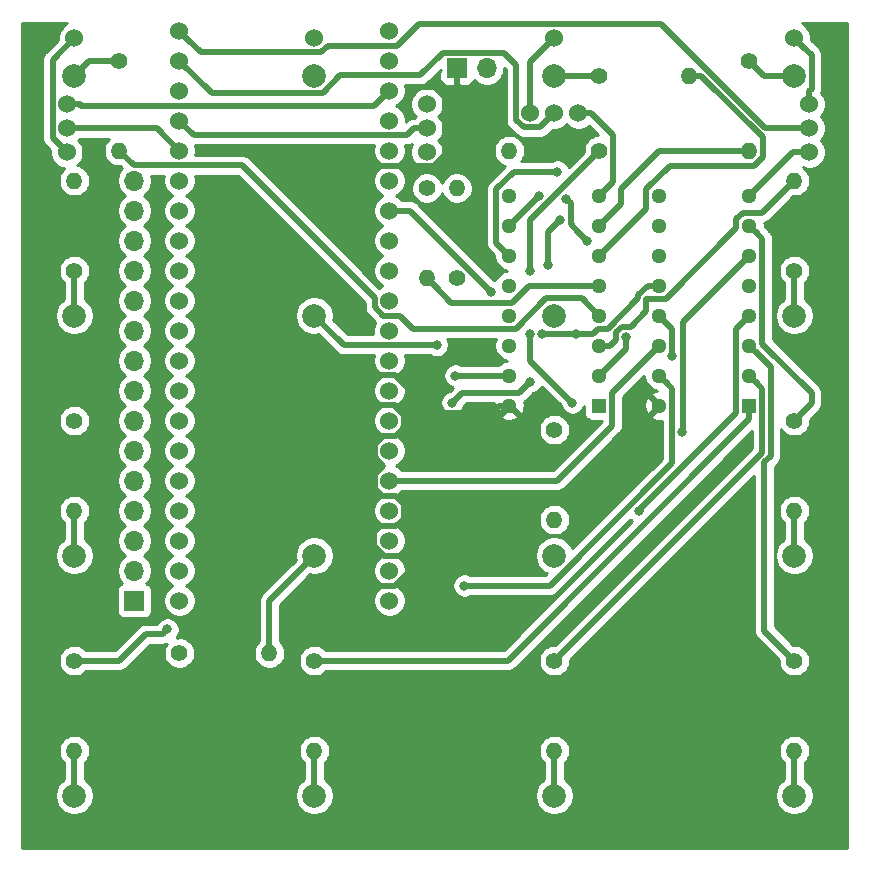
<source format=gbr>
G04 #@! TF.GenerationSoftware,KiCad,Pcbnew,5.1.5+dfsg1-2build2*
G04 #@! TF.CreationDate,2021-07-27T21:04:27-05:00*
G04 #@! TF.ProjectId,pico_cube,7069636f-5f63-4756-9265-2e6b69636164,rev?*
G04 #@! TF.SameCoordinates,Original*
G04 #@! TF.FileFunction,Copper,L1,Top*
G04 #@! TF.FilePolarity,Positive*
%FSLAX46Y46*%
G04 Gerber Fmt 4.6, Leading zero omitted, Abs format (unit mm)*
G04 Created by KiCad (PCBNEW 5.1.5+dfsg1-2build2) date 2021-07-27 21:04:27*
%MOMM*%
%LPD*%
G04 APERTURE LIST*
%ADD10C,1.524000*%
%ADD11C,1.295400*%
%ADD12R,1.295400X1.295400*%
%ADD13C,2.000000*%
%ADD14O,1.400000X1.400000*%
%ADD15C,1.400000*%
%ADD16O,1.700000X1.700000*%
%ADD17R,1.700000X1.700000*%
%ADD18C,0.800000*%
%ADD19C,0.500000*%
%ADD20C,0.254000*%
G04 APERTURE END LIST*
D10*
X91440000Y-57785000D03*
X111760000Y-57785000D03*
X132080000Y-57785000D03*
X152400000Y-57785000D03*
D11*
X128270000Y-88900000D03*
X128270000Y-86360000D03*
X128270000Y-83820000D03*
X128270000Y-81280000D03*
X128270000Y-78740000D03*
X128270000Y-76200000D03*
X128270000Y-73660000D03*
X128270000Y-71120000D03*
X135890000Y-71120000D03*
X135890000Y-73660000D03*
X135890000Y-76200000D03*
X135890000Y-78740000D03*
X135890000Y-81280000D03*
X135890000Y-83820000D03*
X135890000Y-86360000D03*
D12*
X135890000Y-88900000D03*
D13*
X152400000Y-60960000D03*
X132080000Y-60960000D03*
X111760000Y-60960000D03*
X91440000Y-60960000D03*
X152400000Y-81280000D03*
X132080000Y-81280000D03*
X111760000Y-81280000D03*
X91440000Y-81280000D03*
X152400000Y-101600000D03*
X132080000Y-101600000D03*
X111760000Y-101600000D03*
X91440000Y-101600000D03*
X152400000Y-121920000D03*
X132080000Y-121920000D03*
X111760000Y-121920000D03*
X91440000Y-121920000D03*
D11*
X140970000Y-88900000D03*
X140970000Y-86360000D03*
X140970000Y-83820000D03*
X140970000Y-81280000D03*
X140970000Y-78740000D03*
X140970000Y-76200000D03*
X140970000Y-73660000D03*
X140970000Y-71120000D03*
X148590000Y-71120000D03*
X148590000Y-73660000D03*
X148590000Y-76200000D03*
X148590000Y-78740000D03*
X148590000Y-81280000D03*
X148590000Y-83820000D03*
X148590000Y-86360000D03*
D12*
X148590000Y-88900000D03*
D10*
X118110000Y-57150000D03*
X118110000Y-59690000D03*
X118110000Y-62230000D03*
X118110000Y-64770000D03*
X118110000Y-67310000D03*
X118110000Y-69850000D03*
X118110000Y-72390000D03*
X118110000Y-74930000D03*
X118110000Y-77470000D03*
X118110000Y-80010000D03*
X118110000Y-82550000D03*
X118110000Y-85090000D03*
X118110000Y-87630000D03*
X118110000Y-90170000D03*
X118110000Y-92710000D03*
X118110000Y-95250000D03*
X118110000Y-97790000D03*
X118110000Y-100330000D03*
X118110000Y-102870000D03*
X118110000Y-105410000D03*
X100330000Y-105410000D03*
X100330000Y-102870000D03*
X100330000Y-100330000D03*
X100330000Y-97790000D03*
X100330000Y-95250000D03*
X100330000Y-92710000D03*
X100330000Y-90170000D03*
X100330000Y-87630000D03*
X100330000Y-85090000D03*
X100330000Y-82550000D03*
X100330000Y-80010000D03*
X100330000Y-77470000D03*
X100330000Y-74930000D03*
X100330000Y-72390000D03*
X100330000Y-69850000D03*
X100330000Y-67310000D03*
X100330000Y-64770000D03*
X100330000Y-62230000D03*
X100330000Y-59690000D03*
X100330000Y-57150000D03*
D14*
X152400000Y-97790000D03*
D15*
X152400000Y-90170000D03*
D14*
X132080000Y-98552000D03*
D15*
X132080000Y-90932000D03*
D14*
X107950000Y-109855000D03*
D15*
X100330000Y-109855000D03*
D14*
X91440000Y-97790000D03*
D15*
X91440000Y-90170000D03*
D14*
X152400000Y-118110000D03*
D15*
X152400000Y-110490000D03*
D14*
X132080000Y-118110000D03*
D15*
X132080000Y-110490000D03*
D14*
X111760000Y-118110000D03*
D15*
X111760000Y-110490000D03*
D14*
X91440000Y-118110000D03*
D15*
X91440000Y-110490000D03*
D14*
X148590000Y-67310000D03*
D15*
X148590000Y-59690000D03*
D14*
X143510000Y-60960000D03*
D15*
X135890000Y-60960000D03*
D14*
X121285000Y-78105000D03*
D15*
X121285000Y-70485000D03*
D14*
X95250000Y-67310000D03*
D15*
X95250000Y-59690000D03*
D14*
X152400000Y-69850000D03*
D15*
X152400000Y-77470000D03*
D14*
X128270000Y-67310000D03*
D15*
X135890000Y-67310000D03*
D14*
X123825000Y-70485000D03*
D15*
X123825000Y-78105000D03*
D14*
X91440000Y-69850000D03*
D15*
X91440000Y-77470000D03*
D16*
X126365000Y-60325000D03*
D17*
X123825000Y-60325000D03*
D16*
X96520000Y-69850000D03*
X96520000Y-72390000D03*
X96520000Y-74930000D03*
X96520000Y-77470000D03*
X96520000Y-80010000D03*
X96520000Y-82550000D03*
X96520000Y-85090000D03*
X96520000Y-87630000D03*
X96520000Y-90170000D03*
X96520000Y-92710000D03*
X96520000Y-95250000D03*
X96520000Y-97790000D03*
X96520000Y-100330000D03*
X96520000Y-102870000D03*
D17*
X96520000Y-105410000D03*
D10*
X90805000Y-63373000D03*
X90805000Y-67437000D03*
X90805000Y-65405000D03*
X121285000Y-63373000D03*
X121285000Y-67437000D03*
X121285000Y-65405000D03*
X134112000Y-64135000D03*
X130048000Y-64135000D03*
X132080000Y-64135000D03*
X153670000Y-67437000D03*
X153670000Y-63373000D03*
X153670000Y-65405000D03*
D18*
X110744000Y-71882000D03*
X108712000Y-73914000D03*
X123698000Y-86360000D03*
X122116001Y-83762001D03*
X138176000Y-83058000D03*
X130048000Y-77470000D03*
X124460000Y-104140000D03*
X99314000Y-107854999D03*
X139215042Y-97813042D03*
X142917701Y-91166289D03*
X133604000Y-88646000D03*
X130048000Y-82804000D03*
X142067701Y-84663701D03*
X126746000Y-79248000D03*
X130810000Y-71120000D03*
X134874000Y-74930000D03*
X133096000Y-71374000D03*
X131064000Y-82804000D03*
X123444000Y-88646000D03*
X130048000Y-86868000D03*
X133881042Y-82827042D03*
X132334000Y-69088000D03*
X131572000Y-76962000D03*
X132588000Y-73152000D03*
D19*
X91882630Y-63373000D02*
X92009630Y-63500000D01*
X90805000Y-63373000D02*
X91882630Y-63373000D01*
X116840000Y-63500000D02*
X118110000Y-62230000D01*
X92009630Y-63500000D02*
X116840000Y-63500000D01*
X152273000Y-67437000D02*
X153670000Y-67437000D01*
X148590000Y-71120000D02*
X152273000Y-67437000D01*
X135189630Y-64135000D02*
X134112000Y-64135000D01*
X137040001Y-65985371D02*
X135189630Y-64135000D01*
X137040001Y-69969999D02*
X137040001Y-65985371D01*
X135890000Y-71120000D02*
X137040001Y-69969999D01*
X153161999Y-58546999D02*
X152400000Y-57785000D01*
X153850001Y-59235001D02*
X153161999Y-58546999D01*
X153850001Y-62115369D02*
X153850001Y-59235001D01*
X153670000Y-62295370D02*
X153850001Y-62115369D01*
X153670000Y-63373000D02*
X153670000Y-62295370D01*
X101091999Y-57911999D02*
X100330000Y-57150000D01*
X112341761Y-58997001D02*
X102177001Y-58997001D01*
X112918762Y-58420000D02*
X112341761Y-58997001D01*
X118749760Y-58420000D02*
X112918762Y-58420000D01*
X120596761Y-56572999D02*
X118749760Y-58420000D01*
X141102910Y-56572999D02*
X120596761Y-56572999D01*
X149934911Y-65405000D02*
X141102910Y-56572999D01*
X102177001Y-58997001D02*
X101091999Y-57911999D01*
X153670000Y-65405000D02*
X149934911Y-65405000D01*
X130048000Y-59817000D02*
X130048000Y-64135000D01*
X132080000Y-57785000D02*
X130048000Y-59817000D01*
X131318001Y-64896999D02*
X132080000Y-64135000D01*
X128835999Y-64716761D02*
X129466239Y-65347001D01*
X130867999Y-65347001D02*
X131318001Y-64896999D01*
X128835999Y-60039039D02*
X128835999Y-64716761D01*
X122614999Y-59024999D02*
X127821959Y-59024999D01*
X120737997Y-60902001D02*
X122614999Y-59024999D01*
X113964001Y-60902001D02*
X120737997Y-60902001D01*
X112456001Y-62410001D02*
X113964001Y-60902001D01*
X129466239Y-65347001D02*
X130867999Y-65347001D01*
X127821959Y-59024999D02*
X128835999Y-60039039D01*
X103050001Y-62410001D02*
X112456001Y-62410001D01*
X100330000Y-59690000D02*
X103050001Y-62410001D01*
X119630369Y-65982001D02*
X120207370Y-65405000D01*
X101542001Y-65982001D02*
X119630369Y-65982001D01*
X120207370Y-65405000D02*
X121285000Y-65405000D01*
X100330000Y-64770000D02*
X101542001Y-65982001D01*
X90043001Y-66675001D02*
X90805000Y-67437000D01*
X89592999Y-66224999D02*
X90043001Y-66675001D01*
X89592999Y-59632001D02*
X89592999Y-66224999D01*
X91440000Y-57785000D02*
X89592999Y-59632001D01*
X98425000Y-65405000D02*
X100330000Y-67310000D01*
X90805000Y-65405000D02*
X98425000Y-65405000D01*
X118560001Y-86302001D02*
X115258001Y-86302001D01*
X121754001Y-89496001D02*
X118560001Y-86302001D01*
X126758013Y-89496001D02*
X121754001Y-89496001D01*
X127354014Y-88900000D02*
X126758013Y-89496001D01*
X128270000Y-88900000D02*
X127354014Y-88900000D01*
X118575763Y-88842001D02*
X115766001Y-88842001D01*
X119281461Y-89547699D02*
X118575763Y-88842001D01*
X127622301Y-89547699D02*
X119281461Y-89547699D01*
X128270000Y-88900000D02*
X127622301Y-89547699D01*
X119322001Y-90751761D02*
X118633762Y-91440000D01*
X119322001Y-89662000D02*
X119322001Y-90751761D01*
X118502002Y-88842001D02*
X119322001Y-89662000D01*
X115766001Y-88842001D02*
X118502002Y-88842001D01*
X116897999Y-93275999D02*
X117602000Y-93980000D01*
X116897999Y-92128239D02*
X116897999Y-93275999D01*
X117586238Y-91440000D02*
X116897999Y-92128239D01*
X118633762Y-91440000D02*
X117586238Y-91440000D01*
X116897999Y-95947759D02*
X117470240Y-96520000D01*
X116897999Y-94684001D02*
X116897999Y-95947759D01*
X117602000Y-93980000D02*
X116897999Y-94684001D01*
X118691761Y-99117999D02*
X116782001Y-99117999D01*
X119322001Y-98487759D02*
X118691761Y-99117999D01*
X119322001Y-97208239D02*
X119322001Y-98487759D01*
X118633762Y-96520000D02*
X119322001Y-97208239D01*
X117470240Y-96520000D02*
X118633762Y-96520000D01*
X117644237Y-101657999D02*
X120199999Y-101657999D01*
X116782001Y-100795763D02*
X117644237Y-101657999D01*
X116782001Y-99117999D02*
X116782001Y-100795763D01*
X118575763Y-104197999D02*
X116782001Y-104197999D01*
X120199999Y-102573763D02*
X118575763Y-104197999D01*
X120199999Y-101657999D02*
X120199999Y-102573763D01*
X118702763Y-68649001D02*
X118633762Y-68580000D01*
X121866761Y-68649001D02*
X118702763Y-68649001D01*
X123825000Y-66690762D02*
X121866761Y-68649001D01*
X123825000Y-60325000D02*
X123825000Y-66690762D01*
X118633762Y-68580000D02*
X116078000Y-68580000D01*
X116078000Y-68580000D02*
X115570000Y-68580000D01*
X115570000Y-68580000D02*
X114046000Y-68580000D01*
X114046000Y-68580000D02*
X110744000Y-71882000D01*
X108312001Y-74313999D02*
X107550001Y-74313999D01*
X108712000Y-73914000D02*
X108312001Y-74313999D01*
X107550001Y-74313999D02*
X105410000Y-76454000D01*
X123698000Y-86360000D02*
X128270000Y-86360000D01*
X91440000Y-81280000D02*
X91440000Y-77470000D01*
X114242001Y-83762001D02*
X122116001Y-83762001D01*
X111760000Y-81280000D02*
X114242001Y-83762001D01*
X135890000Y-86360000D02*
X138176000Y-84074000D01*
X138176000Y-84074000D02*
X138176000Y-83058000D01*
X130048000Y-73152000D02*
X135890000Y-67310000D01*
X130048000Y-77470000D02*
X130048000Y-73152000D01*
X149687701Y-72562299D02*
X151700001Y-70549999D01*
X148063103Y-72562299D02*
X149687701Y-72562299D01*
X147492299Y-73133103D02*
X148063103Y-72562299D01*
X147492299Y-73842299D02*
X147492299Y-73133103D01*
X141496897Y-79837701D02*
X147492299Y-73842299D01*
X151700001Y-70549999D02*
X152400000Y-69850000D01*
X139872299Y-79837701D02*
X141496897Y-79837701D01*
X135890000Y-83820000D02*
X136817999Y-83820000D01*
X137767999Y-82207999D02*
X138595999Y-82207999D01*
X137325999Y-82649999D02*
X137767999Y-82207999D01*
X137325999Y-83312000D02*
X137325999Y-82649999D01*
X136817999Y-83820000D02*
X137325999Y-83312000D01*
X139872299Y-80931699D02*
X139872299Y-79837701D01*
X138595999Y-82207999D02*
X139872299Y-80931699D01*
X152400000Y-77470000D02*
X152400000Y-81280000D01*
X131344599Y-79829999D02*
X128796897Y-82377701D01*
X120076061Y-82377701D02*
X118978360Y-81280000D01*
X134439999Y-79829999D02*
X131344599Y-79829999D01*
X128796897Y-82377701D02*
X120076061Y-82377701D01*
X135890000Y-81280000D02*
X134439999Y-79829999D01*
X116897999Y-80591761D02*
X117586238Y-81280000D01*
X117586238Y-81280000D02*
X118978360Y-81280000D01*
X116897999Y-79813999D02*
X116897999Y-80591761D01*
X105633999Y-68549999D02*
X116897999Y-79813999D01*
X96489999Y-68549999D02*
X105633999Y-68549999D01*
X95250000Y-67310000D02*
X96489999Y-68549999D01*
X92710000Y-59690000D02*
X91440000Y-60960000D01*
X95250000Y-59690000D02*
X92710000Y-59690000D01*
X121984999Y-78804999D02*
X121285000Y-78105000D01*
X123362299Y-80182299D02*
X121984999Y-78804999D01*
X128452299Y-80182299D02*
X123362299Y-80182299D01*
X129894598Y-78740000D02*
X128452299Y-80182299D01*
X135890000Y-78740000D02*
X129894598Y-78740000D01*
X139872299Y-70593103D02*
X141885402Y-68580000D01*
X139872299Y-72217701D02*
X139872299Y-70593103D01*
X135890000Y-76200000D02*
X139872299Y-72217701D01*
X144499949Y-60960000D02*
X143510000Y-60960000D01*
X149740001Y-66200052D02*
X144499949Y-60960000D01*
X149740001Y-67862001D02*
X149740001Y-66200052D01*
X149022002Y-68580000D02*
X149740001Y-67862001D01*
X141885402Y-68580000D02*
X149022002Y-68580000D01*
X135890000Y-60960000D02*
X132080000Y-60960000D01*
X135890000Y-73660000D02*
X137740011Y-71809989D01*
X137740011Y-71809989D02*
X137740011Y-70539989D01*
X140970000Y-67310000D02*
X148590000Y-67310000D01*
X137740011Y-70539989D02*
X140970000Y-67310000D01*
X149860000Y-60960000D02*
X148590000Y-59690000D01*
X152400000Y-60960000D02*
X149860000Y-60960000D01*
X91440000Y-121920000D02*
X91440000Y-118110000D01*
X141617699Y-87007699D02*
X140970000Y-86360000D01*
X142067701Y-87457701D02*
X141617699Y-87007699D01*
X142067701Y-93758301D02*
X142067701Y-87457701D01*
X131686002Y-104140000D02*
X142067701Y-93758301D01*
X124460000Y-104140000D02*
X124460000Y-104140000D01*
X124460000Y-104140000D02*
X131686002Y-104140000D01*
X95250000Y-110490000D02*
X91440000Y-110490000D01*
X97485002Y-108254998D02*
X95250000Y-110490000D01*
X98914001Y-108254998D02*
X97485002Y-108254998D01*
X99314000Y-107854999D02*
X98914001Y-108254998D01*
X111760000Y-118110000D02*
X111760000Y-121920000D01*
X148590000Y-90047700D02*
X148590000Y-88900000D01*
X128147700Y-110490000D02*
X148590000Y-90047700D01*
X111760000Y-110490000D02*
X128147700Y-110490000D01*
X132080000Y-118110000D02*
X132080000Y-121920000D01*
X149687701Y-87457701D02*
X149237699Y-87007699D01*
X149687701Y-92882299D02*
X149687701Y-87457701D01*
X149237699Y-87007699D02*
X148590000Y-86360000D01*
X132080000Y-110490000D02*
X149687701Y-92882299D01*
X152400000Y-118110000D02*
X152400000Y-121920000D01*
X152400000Y-110490000D02*
X149860000Y-107950000D01*
X149237699Y-84467699D02*
X148590000Y-83820000D01*
X150387711Y-85617711D02*
X149237699Y-84467699D01*
X150387711Y-93172252D02*
X150387711Y-85617711D01*
X149860000Y-93699962D02*
X150387711Y-93172252D01*
X149860000Y-107950000D02*
X149860000Y-93699962D01*
X91440000Y-101600000D02*
X91440000Y-97790000D01*
X147492299Y-82377701D02*
X147492299Y-89489701D01*
X148590000Y-81280000D02*
X147492299Y-82377701D01*
X139215042Y-97766958D02*
X139215042Y-97813042D01*
X147492299Y-89489701D02*
X139215042Y-97766958D01*
X107950000Y-105410000D02*
X107950000Y-109855000D01*
X111760000Y-101600000D02*
X107950000Y-105410000D01*
X148590000Y-76200000D02*
X143002000Y-81788000D01*
X143002000Y-90932000D02*
X142767711Y-91166289D01*
X143002000Y-81788000D02*
X143002000Y-90932000D01*
X142767711Y-91166289D02*
X142917701Y-91166289D01*
X152400000Y-97790000D02*
X152400000Y-102362000D01*
X152400000Y-102362000D02*
X152400000Y-101600000D01*
X153850001Y-88719999D02*
X153850001Y-87810001D01*
X152400000Y-90170000D02*
X153850001Y-88719999D01*
X149237699Y-74307699D02*
X148590000Y-73660000D01*
X149687701Y-83647701D02*
X149687701Y-74757701D01*
X149687701Y-74757701D02*
X149237699Y-74307699D01*
X153850001Y-87810001D02*
X149687701Y-83647701D01*
X140970000Y-81280000D02*
X142067701Y-82377701D01*
X133604000Y-88646000D02*
X130048000Y-85090000D01*
X130048000Y-85090000D02*
X130048000Y-82804000D01*
X142067701Y-84663701D02*
X142067701Y-82377701D01*
X119888000Y-72390000D02*
X118110000Y-72390000D01*
X126746000Y-79248000D02*
X119888000Y-72390000D01*
X128270000Y-73660000D02*
X130810000Y-71120000D01*
X134112000Y-74168000D02*
X134874000Y-74930000D01*
X133495999Y-73551999D02*
X134112000Y-74168000D01*
X133495999Y-71773999D02*
X133495999Y-73551999D01*
X133096000Y-71374000D02*
X133495999Y-71773999D01*
X139172289Y-79547748D02*
X139980037Y-78740000D01*
X139172289Y-79813747D02*
X139172289Y-79547748D01*
X136608335Y-82377701D02*
X139172289Y-79813747D01*
X135808299Y-82377701D02*
X136608335Y-82377701D01*
X140054014Y-78740000D02*
X140970000Y-78740000D01*
X139980037Y-78740000D02*
X140054014Y-78740000D01*
X135382000Y-82804000D02*
X135808299Y-82377701D01*
X131064000Y-82804000D02*
X135382000Y-82804000D01*
X124287701Y-87802299D02*
X129113701Y-87802299D01*
X123444000Y-88646000D02*
X124287701Y-87802299D01*
X129113701Y-87802299D02*
X130048000Y-86868000D01*
X136987701Y-87802299D02*
X136987701Y-90596299D01*
X140970000Y-83820000D02*
X136987701Y-87802299D01*
X132334000Y-95250000D02*
X118110000Y-95250000D01*
X136987701Y-90596299D02*
X132334000Y-95250000D01*
X127172299Y-70593103D02*
X128677402Y-69088000D01*
X127172299Y-75102299D02*
X127172299Y-70593103D01*
X128270000Y-76200000D02*
X127172299Y-75102299D01*
X128677402Y-69088000D02*
X132334000Y-69088000D01*
X131572000Y-76962000D02*
X131572000Y-74168000D01*
X131572000Y-74168000D02*
X132588000Y-73152000D01*
D20*
G36*
X90778273Y-56546995D02*
G01*
X90549465Y-56699880D01*
X90354880Y-56894465D01*
X90201995Y-57123273D01*
X90096686Y-57377510D01*
X90043000Y-57647408D01*
X90043000Y-57922592D01*
X90044299Y-57929122D01*
X88997955Y-58975467D01*
X88964182Y-59003184D01*
X88853588Y-59137943D01*
X88771410Y-59291689D01*
X88749076Y-59365313D01*
X88725209Y-59443992D01*
X88720804Y-59458512D01*
X88707999Y-59588525D01*
X88707999Y-59588532D01*
X88703718Y-59632001D01*
X88707999Y-59675470D01*
X88708000Y-66181520D01*
X88703718Y-66224999D01*
X88720804Y-66398489D01*
X88771411Y-66565312D01*
X88853589Y-66719058D01*
X88936467Y-66820045D01*
X88936470Y-66820048D01*
X88964183Y-66853816D01*
X88997951Y-66881529D01*
X89409299Y-67292877D01*
X89408000Y-67299408D01*
X89408000Y-67574592D01*
X89461686Y-67844490D01*
X89566995Y-68098727D01*
X89719880Y-68327535D01*
X89914465Y-68522120D01*
X90143273Y-68675005D01*
X90397510Y-68780314D01*
X90584514Y-68817511D01*
X90403038Y-68998987D01*
X90256939Y-69217641D01*
X90156304Y-69460595D01*
X90105000Y-69718514D01*
X90105000Y-69981486D01*
X90156304Y-70239405D01*
X90256939Y-70482359D01*
X90403038Y-70701013D01*
X90588987Y-70886962D01*
X90807641Y-71033061D01*
X91050595Y-71133696D01*
X91308514Y-71185000D01*
X91571486Y-71185000D01*
X91829405Y-71133696D01*
X92072359Y-71033061D01*
X92291013Y-70886962D01*
X92476962Y-70701013D01*
X92623061Y-70482359D01*
X92723696Y-70239405D01*
X92775000Y-69981486D01*
X92775000Y-69718514D01*
X92723696Y-69460595D01*
X92623061Y-69217641D01*
X92476962Y-68998987D01*
X92291013Y-68813038D01*
X92072359Y-68666939D01*
X91829405Y-68566304D01*
X91675289Y-68535648D01*
X91695535Y-68522120D01*
X91890120Y-68327535D01*
X92043005Y-68098727D01*
X92148314Y-67844490D01*
X92202000Y-67574592D01*
X92202000Y-67299408D01*
X92148314Y-67029510D01*
X92043005Y-66775273D01*
X91890120Y-66546465D01*
X91764655Y-66421000D01*
X91890120Y-66295535D01*
X91893818Y-66290000D01*
X94382025Y-66290000D01*
X94213038Y-66458987D01*
X94066939Y-66677641D01*
X93966304Y-66920595D01*
X93915000Y-67178514D01*
X93915000Y-67441486D01*
X93966304Y-67699405D01*
X94066939Y-67942359D01*
X94213038Y-68161013D01*
X94398987Y-68346962D01*
X94617641Y-68493061D01*
X94860595Y-68593696D01*
X95118514Y-68645000D01*
X95333421Y-68645000D01*
X95479157Y-68790736D01*
X95366525Y-68903368D01*
X95204010Y-69146589D01*
X95092068Y-69416842D01*
X95035000Y-69703740D01*
X95035000Y-69996260D01*
X95092068Y-70283158D01*
X95204010Y-70553411D01*
X95366525Y-70796632D01*
X95573368Y-71003475D01*
X95747760Y-71120000D01*
X95573368Y-71236525D01*
X95366525Y-71443368D01*
X95204010Y-71686589D01*
X95092068Y-71956842D01*
X95035000Y-72243740D01*
X95035000Y-72536260D01*
X95092068Y-72823158D01*
X95204010Y-73093411D01*
X95366525Y-73336632D01*
X95573368Y-73543475D01*
X95747760Y-73660000D01*
X95573368Y-73776525D01*
X95366525Y-73983368D01*
X95204010Y-74226589D01*
X95092068Y-74496842D01*
X95035000Y-74783740D01*
X95035000Y-75076260D01*
X95092068Y-75363158D01*
X95204010Y-75633411D01*
X95366525Y-75876632D01*
X95573368Y-76083475D01*
X95747760Y-76200000D01*
X95573368Y-76316525D01*
X95366525Y-76523368D01*
X95204010Y-76766589D01*
X95092068Y-77036842D01*
X95035000Y-77323740D01*
X95035000Y-77616260D01*
X95092068Y-77903158D01*
X95204010Y-78173411D01*
X95366525Y-78416632D01*
X95573368Y-78623475D01*
X95747760Y-78740000D01*
X95573368Y-78856525D01*
X95366525Y-79063368D01*
X95204010Y-79306589D01*
X95092068Y-79576842D01*
X95035000Y-79863740D01*
X95035000Y-80156260D01*
X95092068Y-80443158D01*
X95204010Y-80713411D01*
X95366525Y-80956632D01*
X95573368Y-81163475D01*
X95747760Y-81280000D01*
X95573368Y-81396525D01*
X95366525Y-81603368D01*
X95204010Y-81846589D01*
X95092068Y-82116842D01*
X95035000Y-82403740D01*
X95035000Y-82696260D01*
X95092068Y-82983158D01*
X95204010Y-83253411D01*
X95366525Y-83496632D01*
X95573368Y-83703475D01*
X95747760Y-83820000D01*
X95573368Y-83936525D01*
X95366525Y-84143368D01*
X95204010Y-84386589D01*
X95092068Y-84656842D01*
X95035000Y-84943740D01*
X95035000Y-85236260D01*
X95092068Y-85523158D01*
X95204010Y-85793411D01*
X95366525Y-86036632D01*
X95573368Y-86243475D01*
X95747760Y-86360000D01*
X95573368Y-86476525D01*
X95366525Y-86683368D01*
X95204010Y-86926589D01*
X95092068Y-87196842D01*
X95035000Y-87483740D01*
X95035000Y-87776260D01*
X95092068Y-88063158D01*
X95204010Y-88333411D01*
X95366525Y-88576632D01*
X95573368Y-88783475D01*
X95747760Y-88900000D01*
X95573368Y-89016525D01*
X95366525Y-89223368D01*
X95204010Y-89466589D01*
X95092068Y-89736842D01*
X95035000Y-90023740D01*
X95035000Y-90316260D01*
X95092068Y-90603158D01*
X95204010Y-90873411D01*
X95366525Y-91116632D01*
X95573368Y-91323475D01*
X95747760Y-91440000D01*
X95573368Y-91556525D01*
X95366525Y-91763368D01*
X95204010Y-92006589D01*
X95092068Y-92276842D01*
X95035000Y-92563740D01*
X95035000Y-92856260D01*
X95092068Y-93143158D01*
X95204010Y-93413411D01*
X95366525Y-93656632D01*
X95573368Y-93863475D01*
X95747760Y-93980000D01*
X95573368Y-94096525D01*
X95366525Y-94303368D01*
X95204010Y-94546589D01*
X95092068Y-94816842D01*
X95035000Y-95103740D01*
X95035000Y-95396260D01*
X95092068Y-95683158D01*
X95204010Y-95953411D01*
X95366525Y-96196632D01*
X95573368Y-96403475D01*
X95747760Y-96520000D01*
X95573368Y-96636525D01*
X95366525Y-96843368D01*
X95204010Y-97086589D01*
X95092068Y-97356842D01*
X95035000Y-97643740D01*
X95035000Y-97936260D01*
X95092068Y-98223158D01*
X95204010Y-98493411D01*
X95366525Y-98736632D01*
X95573368Y-98943475D01*
X95747760Y-99060000D01*
X95573368Y-99176525D01*
X95366525Y-99383368D01*
X95204010Y-99626589D01*
X95092068Y-99896842D01*
X95035000Y-100183740D01*
X95035000Y-100476260D01*
X95092068Y-100763158D01*
X95204010Y-101033411D01*
X95366525Y-101276632D01*
X95573368Y-101483475D01*
X95747760Y-101600000D01*
X95573368Y-101716525D01*
X95366525Y-101923368D01*
X95204010Y-102166589D01*
X95092068Y-102436842D01*
X95035000Y-102723740D01*
X95035000Y-103016260D01*
X95092068Y-103303158D01*
X95204010Y-103573411D01*
X95366525Y-103816632D01*
X95498380Y-103948487D01*
X95425820Y-103970498D01*
X95315506Y-104029463D01*
X95218815Y-104108815D01*
X95139463Y-104205506D01*
X95080498Y-104315820D01*
X95044188Y-104435518D01*
X95031928Y-104560000D01*
X95031928Y-106260000D01*
X95044188Y-106384482D01*
X95080498Y-106504180D01*
X95139463Y-106614494D01*
X95218815Y-106711185D01*
X95315506Y-106790537D01*
X95425820Y-106849502D01*
X95545518Y-106885812D01*
X95670000Y-106898072D01*
X97370000Y-106898072D01*
X97494482Y-106885812D01*
X97614180Y-106849502D01*
X97724494Y-106790537D01*
X97821185Y-106711185D01*
X97900537Y-106614494D01*
X97959502Y-106504180D01*
X97995812Y-106384482D01*
X98008072Y-106260000D01*
X98008072Y-104560000D01*
X97995812Y-104435518D01*
X97959502Y-104315820D01*
X97900537Y-104205506D01*
X97821185Y-104108815D01*
X97724494Y-104029463D01*
X97614180Y-103970498D01*
X97541620Y-103948487D01*
X97673475Y-103816632D01*
X97835990Y-103573411D01*
X97947932Y-103303158D01*
X98005000Y-103016260D01*
X98005000Y-102723740D01*
X97947932Y-102436842D01*
X97835990Y-102166589D01*
X97673475Y-101923368D01*
X97466632Y-101716525D01*
X97292240Y-101600000D01*
X97466632Y-101483475D01*
X97673475Y-101276632D01*
X97835990Y-101033411D01*
X97947932Y-100763158D01*
X98005000Y-100476260D01*
X98005000Y-100183740D01*
X97947932Y-99896842D01*
X97835990Y-99626589D01*
X97673475Y-99383368D01*
X97466632Y-99176525D01*
X97292240Y-99060000D01*
X97466632Y-98943475D01*
X97673475Y-98736632D01*
X97835990Y-98493411D01*
X97947932Y-98223158D01*
X98005000Y-97936260D01*
X98005000Y-97643740D01*
X97947932Y-97356842D01*
X97835990Y-97086589D01*
X97673475Y-96843368D01*
X97466632Y-96636525D01*
X97292240Y-96520000D01*
X97466632Y-96403475D01*
X97673475Y-96196632D01*
X97835990Y-95953411D01*
X97947932Y-95683158D01*
X98005000Y-95396260D01*
X98005000Y-95103740D01*
X97947932Y-94816842D01*
X97835990Y-94546589D01*
X97673475Y-94303368D01*
X97466632Y-94096525D01*
X97292240Y-93980000D01*
X97466632Y-93863475D01*
X97673475Y-93656632D01*
X97835990Y-93413411D01*
X97947932Y-93143158D01*
X98005000Y-92856260D01*
X98005000Y-92563740D01*
X97947932Y-92276842D01*
X97835990Y-92006589D01*
X97673475Y-91763368D01*
X97466632Y-91556525D01*
X97292240Y-91440000D01*
X97466632Y-91323475D01*
X97673475Y-91116632D01*
X97835990Y-90873411D01*
X97947932Y-90603158D01*
X98005000Y-90316260D01*
X98005000Y-90023740D01*
X97947932Y-89736842D01*
X97835990Y-89466589D01*
X97673475Y-89223368D01*
X97466632Y-89016525D01*
X97292240Y-88900000D01*
X97466632Y-88783475D01*
X97673475Y-88576632D01*
X97835990Y-88333411D01*
X97947932Y-88063158D01*
X98005000Y-87776260D01*
X98005000Y-87483740D01*
X97947932Y-87196842D01*
X97835990Y-86926589D01*
X97673475Y-86683368D01*
X97466632Y-86476525D01*
X97292240Y-86360000D01*
X97466632Y-86243475D01*
X97673475Y-86036632D01*
X97835990Y-85793411D01*
X97947932Y-85523158D01*
X98005000Y-85236260D01*
X98005000Y-84943740D01*
X97947932Y-84656842D01*
X97835990Y-84386589D01*
X97673475Y-84143368D01*
X97466632Y-83936525D01*
X97292240Y-83820000D01*
X97466632Y-83703475D01*
X97673475Y-83496632D01*
X97835990Y-83253411D01*
X97947932Y-82983158D01*
X98005000Y-82696260D01*
X98005000Y-82403740D01*
X97947932Y-82116842D01*
X97835990Y-81846589D01*
X97673475Y-81603368D01*
X97466632Y-81396525D01*
X97292240Y-81280000D01*
X97466632Y-81163475D01*
X97673475Y-80956632D01*
X97835990Y-80713411D01*
X97947932Y-80443158D01*
X98005000Y-80156260D01*
X98005000Y-79863740D01*
X97947932Y-79576842D01*
X97835990Y-79306589D01*
X97673475Y-79063368D01*
X97466632Y-78856525D01*
X97292240Y-78740000D01*
X97466632Y-78623475D01*
X97673475Y-78416632D01*
X97835990Y-78173411D01*
X97947932Y-77903158D01*
X98005000Y-77616260D01*
X98005000Y-77323740D01*
X97947932Y-77036842D01*
X97835990Y-76766589D01*
X97673475Y-76523368D01*
X97466632Y-76316525D01*
X97292240Y-76200000D01*
X97466632Y-76083475D01*
X97673475Y-75876632D01*
X97835990Y-75633411D01*
X97947932Y-75363158D01*
X98005000Y-75076260D01*
X98005000Y-74783740D01*
X97947932Y-74496842D01*
X97835990Y-74226589D01*
X97673475Y-73983368D01*
X97466632Y-73776525D01*
X97292240Y-73660000D01*
X97466632Y-73543475D01*
X97673475Y-73336632D01*
X97835990Y-73093411D01*
X97947932Y-72823158D01*
X98005000Y-72536260D01*
X98005000Y-72243740D01*
X97947932Y-71956842D01*
X97835990Y-71686589D01*
X97673475Y-71443368D01*
X97466632Y-71236525D01*
X97292240Y-71120000D01*
X97466632Y-71003475D01*
X97673475Y-70796632D01*
X97835990Y-70553411D01*
X97947932Y-70283158D01*
X98005000Y-69996260D01*
X98005000Y-69703740D01*
X97951544Y-69434999D01*
X98989797Y-69434999D01*
X98986686Y-69442510D01*
X98933000Y-69712408D01*
X98933000Y-69987592D01*
X98986686Y-70257490D01*
X99091995Y-70511727D01*
X99244880Y-70740535D01*
X99439465Y-70935120D01*
X99668273Y-71088005D01*
X99745515Y-71120000D01*
X99668273Y-71151995D01*
X99439465Y-71304880D01*
X99244880Y-71499465D01*
X99091995Y-71728273D01*
X98986686Y-71982510D01*
X98933000Y-72252408D01*
X98933000Y-72527592D01*
X98986686Y-72797490D01*
X99091995Y-73051727D01*
X99244880Y-73280535D01*
X99439465Y-73475120D01*
X99668273Y-73628005D01*
X99745515Y-73660000D01*
X99668273Y-73691995D01*
X99439465Y-73844880D01*
X99244880Y-74039465D01*
X99091995Y-74268273D01*
X98986686Y-74522510D01*
X98933000Y-74792408D01*
X98933000Y-75067592D01*
X98986686Y-75337490D01*
X99091995Y-75591727D01*
X99244880Y-75820535D01*
X99439465Y-76015120D01*
X99668273Y-76168005D01*
X99745515Y-76200000D01*
X99668273Y-76231995D01*
X99439465Y-76384880D01*
X99244880Y-76579465D01*
X99091995Y-76808273D01*
X98986686Y-77062510D01*
X98933000Y-77332408D01*
X98933000Y-77607592D01*
X98986686Y-77877490D01*
X99091995Y-78131727D01*
X99244880Y-78360535D01*
X99439465Y-78555120D01*
X99668273Y-78708005D01*
X99745515Y-78740000D01*
X99668273Y-78771995D01*
X99439465Y-78924880D01*
X99244880Y-79119465D01*
X99091995Y-79348273D01*
X98986686Y-79602510D01*
X98933000Y-79872408D01*
X98933000Y-80147592D01*
X98986686Y-80417490D01*
X99091995Y-80671727D01*
X99244880Y-80900535D01*
X99439465Y-81095120D01*
X99668273Y-81248005D01*
X99745515Y-81280000D01*
X99668273Y-81311995D01*
X99439465Y-81464880D01*
X99244880Y-81659465D01*
X99091995Y-81888273D01*
X98986686Y-82142510D01*
X98933000Y-82412408D01*
X98933000Y-82687592D01*
X98986686Y-82957490D01*
X99091995Y-83211727D01*
X99244880Y-83440535D01*
X99439465Y-83635120D01*
X99668273Y-83788005D01*
X99745515Y-83820000D01*
X99668273Y-83851995D01*
X99439465Y-84004880D01*
X99244880Y-84199465D01*
X99091995Y-84428273D01*
X98986686Y-84682510D01*
X98933000Y-84952408D01*
X98933000Y-85227592D01*
X98986686Y-85497490D01*
X99091995Y-85751727D01*
X99244880Y-85980535D01*
X99439465Y-86175120D01*
X99668273Y-86328005D01*
X99745515Y-86360000D01*
X99668273Y-86391995D01*
X99439465Y-86544880D01*
X99244880Y-86739465D01*
X99091995Y-86968273D01*
X98986686Y-87222510D01*
X98933000Y-87492408D01*
X98933000Y-87767592D01*
X98986686Y-88037490D01*
X99091995Y-88291727D01*
X99244880Y-88520535D01*
X99439465Y-88715120D01*
X99668273Y-88868005D01*
X99745515Y-88900000D01*
X99668273Y-88931995D01*
X99439465Y-89084880D01*
X99244880Y-89279465D01*
X99091995Y-89508273D01*
X98986686Y-89762510D01*
X98933000Y-90032408D01*
X98933000Y-90307592D01*
X98986686Y-90577490D01*
X99091995Y-90831727D01*
X99244880Y-91060535D01*
X99439465Y-91255120D01*
X99668273Y-91408005D01*
X99745515Y-91440000D01*
X99668273Y-91471995D01*
X99439465Y-91624880D01*
X99244880Y-91819465D01*
X99091995Y-92048273D01*
X98986686Y-92302510D01*
X98933000Y-92572408D01*
X98933000Y-92847592D01*
X98986686Y-93117490D01*
X99091995Y-93371727D01*
X99244880Y-93600535D01*
X99439465Y-93795120D01*
X99668273Y-93948005D01*
X99745515Y-93980000D01*
X99668273Y-94011995D01*
X99439465Y-94164880D01*
X99244880Y-94359465D01*
X99091995Y-94588273D01*
X98986686Y-94842510D01*
X98933000Y-95112408D01*
X98933000Y-95387592D01*
X98986686Y-95657490D01*
X99091995Y-95911727D01*
X99244880Y-96140535D01*
X99439465Y-96335120D01*
X99668273Y-96488005D01*
X99745515Y-96520000D01*
X99668273Y-96551995D01*
X99439465Y-96704880D01*
X99244880Y-96899465D01*
X99091995Y-97128273D01*
X98986686Y-97382510D01*
X98933000Y-97652408D01*
X98933000Y-97927592D01*
X98986686Y-98197490D01*
X99091995Y-98451727D01*
X99244880Y-98680535D01*
X99439465Y-98875120D01*
X99668273Y-99028005D01*
X99745515Y-99060000D01*
X99668273Y-99091995D01*
X99439465Y-99244880D01*
X99244880Y-99439465D01*
X99091995Y-99668273D01*
X98986686Y-99922510D01*
X98933000Y-100192408D01*
X98933000Y-100467592D01*
X98986686Y-100737490D01*
X99091995Y-100991727D01*
X99244880Y-101220535D01*
X99439465Y-101415120D01*
X99668273Y-101568005D01*
X99745515Y-101600000D01*
X99668273Y-101631995D01*
X99439465Y-101784880D01*
X99244880Y-101979465D01*
X99091995Y-102208273D01*
X98986686Y-102462510D01*
X98933000Y-102732408D01*
X98933000Y-103007592D01*
X98986686Y-103277490D01*
X99091995Y-103531727D01*
X99244880Y-103760535D01*
X99439465Y-103955120D01*
X99668273Y-104108005D01*
X99745515Y-104140000D01*
X99668273Y-104171995D01*
X99439465Y-104324880D01*
X99244880Y-104519465D01*
X99091995Y-104748273D01*
X98986686Y-105002510D01*
X98933000Y-105272408D01*
X98933000Y-105547592D01*
X98986686Y-105817490D01*
X99091995Y-106071727D01*
X99244880Y-106300535D01*
X99439465Y-106495120D01*
X99668273Y-106648005D01*
X99922510Y-106753314D01*
X100192408Y-106807000D01*
X100467592Y-106807000D01*
X100737490Y-106753314D01*
X100991727Y-106648005D01*
X101220535Y-106495120D01*
X101415120Y-106300535D01*
X101568005Y-106071727D01*
X101673314Y-105817490D01*
X101727000Y-105547592D01*
X101727000Y-105272408D01*
X101673314Y-105002510D01*
X101568005Y-104748273D01*
X101415120Y-104519465D01*
X101220535Y-104324880D01*
X100991727Y-104171995D01*
X100914485Y-104140000D01*
X100991727Y-104108005D01*
X101220535Y-103955120D01*
X101415120Y-103760535D01*
X101568005Y-103531727D01*
X101673314Y-103277490D01*
X101727000Y-103007592D01*
X101727000Y-102732408D01*
X101673314Y-102462510D01*
X101568005Y-102208273D01*
X101415120Y-101979465D01*
X101220535Y-101784880D01*
X100991727Y-101631995D01*
X100914485Y-101600000D01*
X100991727Y-101568005D01*
X101220535Y-101415120D01*
X101415120Y-101220535D01*
X101568005Y-100991727D01*
X101673314Y-100737490D01*
X101727000Y-100467592D01*
X101727000Y-100192408D01*
X101673314Y-99922510D01*
X101568005Y-99668273D01*
X101415120Y-99439465D01*
X101220535Y-99244880D01*
X100991727Y-99091995D01*
X100914485Y-99060000D01*
X100991727Y-99028005D01*
X101220535Y-98875120D01*
X101415120Y-98680535D01*
X101568005Y-98451727D01*
X101673314Y-98197490D01*
X101727000Y-97927592D01*
X101727000Y-97652408D01*
X101673314Y-97382510D01*
X101568005Y-97128273D01*
X101415120Y-96899465D01*
X101220535Y-96704880D01*
X100991727Y-96551995D01*
X100914485Y-96520000D01*
X100991727Y-96488005D01*
X101220535Y-96335120D01*
X101415120Y-96140535D01*
X101568005Y-95911727D01*
X101673314Y-95657490D01*
X101727000Y-95387592D01*
X101727000Y-95112408D01*
X101673314Y-94842510D01*
X101568005Y-94588273D01*
X101415120Y-94359465D01*
X101220535Y-94164880D01*
X100991727Y-94011995D01*
X100914485Y-93980000D01*
X100991727Y-93948005D01*
X101220535Y-93795120D01*
X101415120Y-93600535D01*
X101568005Y-93371727D01*
X101673314Y-93117490D01*
X101727000Y-92847592D01*
X101727000Y-92572408D01*
X101673314Y-92302510D01*
X101568005Y-92048273D01*
X101415120Y-91819465D01*
X101220535Y-91624880D01*
X100991727Y-91471995D01*
X100914485Y-91440000D01*
X100991727Y-91408005D01*
X101220535Y-91255120D01*
X101415120Y-91060535D01*
X101568005Y-90831727D01*
X101673314Y-90577490D01*
X101727000Y-90307592D01*
X101727000Y-90032408D01*
X101673314Y-89762510D01*
X101568005Y-89508273D01*
X101415120Y-89279465D01*
X101220535Y-89084880D01*
X100991727Y-88931995D01*
X100914485Y-88900000D01*
X100991727Y-88868005D01*
X101220535Y-88715120D01*
X101415120Y-88520535D01*
X101568005Y-88291727D01*
X101673314Y-88037490D01*
X101727000Y-87767592D01*
X101727000Y-87492408D01*
X101673314Y-87222510D01*
X101568005Y-86968273D01*
X101415120Y-86739465D01*
X101220535Y-86544880D01*
X100991727Y-86391995D01*
X100914485Y-86360000D01*
X100991727Y-86328005D01*
X101220535Y-86175120D01*
X101415120Y-85980535D01*
X101568005Y-85751727D01*
X101673314Y-85497490D01*
X101727000Y-85227592D01*
X101727000Y-84952408D01*
X101673314Y-84682510D01*
X101568005Y-84428273D01*
X101415120Y-84199465D01*
X101220535Y-84004880D01*
X100991727Y-83851995D01*
X100914485Y-83820000D01*
X100991727Y-83788005D01*
X101220535Y-83635120D01*
X101415120Y-83440535D01*
X101568005Y-83211727D01*
X101673314Y-82957490D01*
X101727000Y-82687592D01*
X101727000Y-82412408D01*
X101673314Y-82142510D01*
X101568005Y-81888273D01*
X101415120Y-81659465D01*
X101220535Y-81464880D01*
X100991727Y-81311995D01*
X100914485Y-81280000D01*
X100991727Y-81248005D01*
X101220535Y-81095120D01*
X101415120Y-80900535D01*
X101568005Y-80671727D01*
X101673314Y-80417490D01*
X101727000Y-80147592D01*
X101727000Y-79872408D01*
X101673314Y-79602510D01*
X101568005Y-79348273D01*
X101415120Y-79119465D01*
X101220535Y-78924880D01*
X100991727Y-78771995D01*
X100914485Y-78740000D01*
X100991727Y-78708005D01*
X101220535Y-78555120D01*
X101415120Y-78360535D01*
X101568005Y-78131727D01*
X101673314Y-77877490D01*
X101727000Y-77607592D01*
X101727000Y-77332408D01*
X101673314Y-77062510D01*
X101568005Y-76808273D01*
X101415120Y-76579465D01*
X101220535Y-76384880D01*
X100991727Y-76231995D01*
X100914485Y-76200000D01*
X100991727Y-76168005D01*
X101220535Y-76015120D01*
X101415120Y-75820535D01*
X101568005Y-75591727D01*
X101673314Y-75337490D01*
X101727000Y-75067592D01*
X101727000Y-74792408D01*
X101673314Y-74522510D01*
X101568005Y-74268273D01*
X101415120Y-74039465D01*
X101220535Y-73844880D01*
X100991727Y-73691995D01*
X100914485Y-73660000D01*
X100991727Y-73628005D01*
X101220535Y-73475120D01*
X101415120Y-73280535D01*
X101568005Y-73051727D01*
X101673314Y-72797490D01*
X101727000Y-72527592D01*
X101727000Y-72252408D01*
X101673314Y-71982510D01*
X101568005Y-71728273D01*
X101415120Y-71499465D01*
X101220535Y-71304880D01*
X100991727Y-71151995D01*
X100914485Y-71120000D01*
X100991727Y-71088005D01*
X101220535Y-70935120D01*
X101415120Y-70740535D01*
X101568005Y-70511727D01*
X101673314Y-70257490D01*
X101727000Y-69987592D01*
X101727000Y-69712408D01*
X101673314Y-69442510D01*
X101670203Y-69434999D01*
X105267421Y-69434999D01*
X116012999Y-80180578D01*
X116012999Y-80548292D01*
X116008718Y-80591761D01*
X116012999Y-80635230D01*
X116012999Y-80635238D01*
X116016593Y-80671727D01*
X116025804Y-80765251D01*
X116076411Y-80932074D01*
X116158589Y-81085820D01*
X116241467Y-81186807D01*
X116241470Y-81186810D01*
X116269183Y-81220578D01*
X116302950Y-81248290D01*
X116900408Y-81845749D01*
X116871995Y-81888273D01*
X116766686Y-82142510D01*
X116713000Y-82412408D01*
X116713000Y-82687592D01*
X116750676Y-82877001D01*
X114608580Y-82877001D01*
X113358103Y-81626525D01*
X113395000Y-81441033D01*
X113395000Y-81118967D01*
X113332168Y-80803088D01*
X113208918Y-80505537D01*
X113029987Y-80237748D01*
X112802252Y-80010013D01*
X112534463Y-79831082D01*
X112236912Y-79707832D01*
X111921033Y-79645000D01*
X111598967Y-79645000D01*
X111283088Y-79707832D01*
X110985537Y-79831082D01*
X110717748Y-80010013D01*
X110490013Y-80237748D01*
X110311082Y-80505537D01*
X110187832Y-80803088D01*
X110125000Y-81118967D01*
X110125000Y-81441033D01*
X110187832Y-81756912D01*
X110311082Y-82054463D01*
X110490013Y-82322252D01*
X110717748Y-82549987D01*
X110985537Y-82728918D01*
X111283088Y-82852168D01*
X111598967Y-82915000D01*
X111921033Y-82915000D01*
X112106525Y-82878103D01*
X113585471Y-84357050D01*
X113613184Y-84390818D01*
X113646952Y-84418531D01*
X113646954Y-84418533D01*
X113683855Y-84448817D01*
X113747942Y-84501412D01*
X113901688Y-84583590D01*
X114068511Y-84634196D01*
X114198524Y-84647001D01*
X114198534Y-84647001D01*
X114242000Y-84651282D01*
X114285466Y-84647001D01*
X116781394Y-84647001D01*
X116766686Y-84682510D01*
X116713000Y-84952408D01*
X116713000Y-85227592D01*
X116766686Y-85497490D01*
X116871995Y-85751727D01*
X117024880Y-85980535D01*
X117219465Y-86175120D01*
X117448273Y-86328005D01*
X117525515Y-86360000D01*
X117448273Y-86391995D01*
X117219465Y-86544880D01*
X117024880Y-86739465D01*
X116871995Y-86968273D01*
X116766686Y-87222510D01*
X116713000Y-87492408D01*
X116713000Y-87767592D01*
X116766686Y-88037490D01*
X116871995Y-88291727D01*
X117024880Y-88520535D01*
X117219465Y-88715120D01*
X117448273Y-88868005D01*
X117525515Y-88900000D01*
X117448273Y-88931995D01*
X117219465Y-89084880D01*
X117024880Y-89279465D01*
X116871995Y-89508273D01*
X116766686Y-89762510D01*
X116713000Y-90032408D01*
X116713000Y-90307592D01*
X116766686Y-90577490D01*
X116871995Y-90831727D01*
X117024880Y-91060535D01*
X117219465Y-91255120D01*
X117448273Y-91408005D01*
X117525515Y-91440000D01*
X117448273Y-91471995D01*
X117219465Y-91624880D01*
X117024880Y-91819465D01*
X116871995Y-92048273D01*
X116766686Y-92302510D01*
X116713000Y-92572408D01*
X116713000Y-92847592D01*
X116766686Y-93117490D01*
X116871995Y-93371727D01*
X117024880Y-93600535D01*
X117219465Y-93795120D01*
X117448273Y-93948005D01*
X117525515Y-93980000D01*
X117448273Y-94011995D01*
X117219465Y-94164880D01*
X117024880Y-94359465D01*
X116871995Y-94588273D01*
X116766686Y-94842510D01*
X116713000Y-95112408D01*
X116713000Y-95387592D01*
X116766686Y-95657490D01*
X116871995Y-95911727D01*
X117024880Y-96140535D01*
X117219465Y-96335120D01*
X117448273Y-96488005D01*
X117525515Y-96520000D01*
X117448273Y-96551995D01*
X117219465Y-96704880D01*
X117024880Y-96899465D01*
X116871995Y-97128273D01*
X116766686Y-97382510D01*
X116713000Y-97652408D01*
X116713000Y-97927592D01*
X116766686Y-98197490D01*
X116871995Y-98451727D01*
X117024880Y-98680535D01*
X117219465Y-98875120D01*
X117448273Y-99028005D01*
X117525515Y-99060000D01*
X117448273Y-99091995D01*
X117219465Y-99244880D01*
X117024880Y-99439465D01*
X116871995Y-99668273D01*
X116766686Y-99922510D01*
X116713000Y-100192408D01*
X116713000Y-100467592D01*
X116766686Y-100737490D01*
X116871995Y-100991727D01*
X117024880Y-101220535D01*
X117219465Y-101415120D01*
X117448273Y-101568005D01*
X117525515Y-101600000D01*
X117448273Y-101631995D01*
X117219465Y-101784880D01*
X117024880Y-101979465D01*
X116871995Y-102208273D01*
X116766686Y-102462510D01*
X116713000Y-102732408D01*
X116713000Y-103007592D01*
X116766686Y-103277490D01*
X116871995Y-103531727D01*
X117024880Y-103760535D01*
X117219465Y-103955120D01*
X117448273Y-104108005D01*
X117525515Y-104140000D01*
X117448273Y-104171995D01*
X117219465Y-104324880D01*
X117024880Y-104519465D01*
X116871995Y-104748273D01*
X116766686Y-105002510D01*
X116713000Y-105272408D01*
X116713000Y-105547592D01*
X116766686Y-105817490D01*
X116871995Y-106071727D01*
X117024880Y-106300535D01*
X117219465Y-106495120D01*
X117448273Y-106648005D01*
X117702510Y-106753314D01*
X117972408Y-106807000D01*
X118247592Y-106807000D01*
X118517490Y-106753314D01*
X118771727Y-106648005D01*
X119000535Y-106495120D01*
X119195120Y-106300535D01*
X119348005Y-106071727D01*
X119453314Y-105817490D01*
X119507000Y-105547592D01*
X119507000Y-105272408D01*
X119453314Y-105002510D01*
X119348005Y-104748273D01*
X119195120Y-104519465D01*
X119000535Y-104324880D01*
X118771727Y-104171995D01*
X118694485Y-104140000D01*
X118771727Y-104108005D01*
X119000535Y-103955120D01*
X119195120Y-103760535D01*
X119348005Y-103531727D01*
X119453314Y-103277490D01*
X119507000Y-103007592D01*
X119507000Y-102732408D01*
X119453314Y-102462510D01*
X119348005Y-102208273D01*
X119195120Y-101979465D01*
X119000535Y-101784880D01*
X118771727Y-101631995D01*
X118694485Y-101600000D01*
X118771727Y-101568005D01*
X119000535Y-101415120D01*
X119195120Y-101220535D01*
X119348005Y-100991727D01*
X119453314Y-100737490D01*
X119507000Y-100467592D01*
X119507000Y-100192408D01*
X119453314Y-99922510D01*
X119348005Y-99668273D01*
X119195120Y-99439465D01*
X119000535Y-99244880D01*
X118771727Y-99091995D01*
X118694485Y-99060000D01*
X118771727Y-99028005D01*
X119000535Y-98875120D01*
X119195120Y-98680535D01*
X119348005Y-98451727D01*
X119360933Y-98420514D01*
X130745000Y-98420514D01*
X130745000Y-98683486D01*
X130796304Y-98941405D01*
X130896939Y-99184359D01*
X131043038Y-99403013D01*
X131228987Y-99588962D01*
X131447641Y-99735061D01*
X131690595Y-99835696D01*
X131948514Y-99887000D01*
X132211486Y-99887000D01*
X132469405Y-99835696D01*
X132712359Y-99735061D01*
X132931013Y-99588962D01*
X133116962Y-99403013D01*
X133263061Y-99184359D01*
X133363696Y-98941405D01*
X133415000Y-98683486D01*
X133415000Y-98420514D01*
X133363696Y-98162595D01*
X133263061Y-97919641D01*
X133116962Y-97700987D01*
X132931013Y-97515038D01*
X132712359Y-97368939D01*
X132469405Y-97268304D01*
X132211486Y-97217000D01*
X131948514Y-97217000D01*
X131690595Y-97268304D01*
X131447641Y-97368939D01*
X131228987Y-97515038D01*
X131043038Y-97700987D01*
X130896939Y-97919641D01*
X130796304Y-98162595D01*
X130745000Y-98420514D01*
X119360933Y-98420514D01*
X119453314Y-98197490D01*
X119507000Y-97927592D01*
X119507000Y-97652408D01*
X119453314Y-97382510D01*
X119348005Y-97128273D01*
X119195120Y-96899465D01*
X119000535Y-96704880D01*
X118771727Y-96551995D01*
X118694485Y-96520000D01*
X118771727Y-96488005D01*
X119000535Y-96335120D01*
X119195120Y-96140535D01*
X119198818Y-96135000D01*
X132290531Y-96135000D01*
X132334000Y-96139281D01*
X132377469Y-96135000D01*
X132377477Y-96135000D01*
X132507490Y-96122195D01*
X132674313Y-96071589D01*
X132828059Y-95989411D01*
X132962817Y-95878817D01*
X132990534Y-95845044D01*
X137582750Y-91252829D01*
X137616518Y-91225116D01*
X137664797Y-91166289D01*
X137727111Y-91090359D01*
X137741475Y-91063486D01*
X137809290Y-90936612D01*
X137859896Y-90769789D01*
X137872701Y-90639776D01*
X137872701Y-90639766D01*
X137876982Y-90596300D01*
X137872701Y-90552833D01*
X137872701Y-88976546D01*
X139683369Y-88976546D01*
X139723025Y-89226084D01*
X139810601Y-89463092D01*
X139857679Y-89551168D01*
X140086118Y-89604277D01*
X140790395Y-88900000D01*
X140086118Y-88195723D01*
X139857679Y-88248832D01*
X139752015Y-88478347D01*
X139693157Y-88724066D01*
X139683369Y-88976546D01*
X137872701Y-88976546D01*
X137872701Y-88168877D01*
X139687300Y-86354279D01*
X139687300Y-86486335D01*
X139736594Y-86734150D01*
X139833286Y-86967586D01*
X139973662Y-87177673D01*
X140152327Y-87356338D01*
X140362414Y-87496714D01*
X140595850Y-87593406D01*
X140783808Y-87630794D01*
X140643916Y-87653025D01*
X140406908Y-87740601D01*
X140318832Y-87787679D01*
X140265723Y-88016118D01*
X140970000Y-88720395D01*
X140984143Y-88706253D01*
X141163748Y-88885858D01*
X141149605Y-88900000D01*
X141163748Y-88914143D01*
X140984143Y-89093748D01*
X140970000Y-89079605D01*
X140265723Y-89783882D01*
X140318832Y-90012321D01*
X140548347Y-90117985D01*
X140794066Y-90176843D01*
X141046546Y-90186631D01*
X141182702Y-90164993D01*
X141182701Y-93391722D01*
X133593345Y-100981078D01*
X133528918Y-100825537D01*
X133349987Y-100557748D01*
X133122252Y-100330013D01*
X132854463Y-100151082D01*
X132556912Y-100027832D01*
X132241033Y-99965000D01*
X131918967Y-99965000D01*
X131603088Y-100027832D01*
X131305537Y-100151082D01*
X131037748Y-100330013D01*
X130810013Y-100557748D01*
X130631082Y-100825537D01*
X130507832Y-101123088D01*
X130445000Y-101438967D01*
X130445000Y-101761033D01*
X130507832Y-102076912D01*
X130631082Y-102374463D01*
X130810013Y-102642252D01*
X131037748Y-102869987D01*
X131305537Y-103048918D01*
X131461078Y-103113346D01*
X131319424Y-103255000D01*
X124998454Y-103255000D01*
X124950256Y-103222795D01*
X124761898Y-103144774D01*
X124561939Y-103105000D01*
X124358061Y-103105000D01*
X124158102Y-103144774D01*
X123969744Y-103222795D01*
X123800226Y-103336063D01*
X123656063Y-103480226D01*
X123542795Y-103649744D01*
X123464774Y-103838102D01*
X123425000Y-104038061D01*
X123425000Y-104241939D01*
X123464774Y-104441898D01*
X123542795Y-104630256D01*
X123656063Y-104799774D01*
X123800226Y-104943937D01*
X123969744Y-105057205D01*
X124158102Y-105135226D01*
X124358061Y-105175000D01*
X124561939Y-105175000D01*
X124761898Y-105135226D01*
X124950256Y-105057205D01*
X124998454Y-105025000D01*
X131642533Y-105025000D01*
X131686002Y-105029281D01*
X131729471Y-105025000D01*
X131729479Y-105025000D01*
X131859492Y-105012195D01*
X132026315Y-104961589D01*
X132180061Y-104879411D01*
X132314819Y-104768817D01*
X132342536Y-104735044D01*
X138507935Y-98569646D01*
X138555268Y-98616979D01*
X138683477Y-98702645D01*
X127781122Y-109605000D01*
X112762975Y-109605000D01*
X112611013Y-109453038D01*
X112392359Y-109306939D01*
X112149405Y-109206304D01*
X111891486Y-109155000D01*
X111628514Y-109155000D01*
X111370595Y-109206304D01*
X111127641Y-109306939D01*
X110908987Y-109453038D01*
X110723038Y-109638987D01*
X110576939Y-109857641D01*
X110476304Y-110100595D01*
X110425000Y-110358514D01*
X110425000Y-110621486D01*
X110476304Y-110879405D01*
X110576939Y-111122359D01*
X110723038Y-111341013D01*
X110908987Y-111526962D01*
X111127641Y-111673061D01*
X111370595Y-111773696D01*
X111628514Y-111825000D01*
X111891486Y-111825000D01*
X112149405Y-111773696D01*
X112392359Y-111673061D01*
X112611013Y-111526962D01*
X112762975Y-111375000D01*
X128104231Y-111375000D01*
X128147700Y-111379281D01*
X128191169Y-111375000D01*
X128191177Y-111375000D01*
X128321190Y-111362195D01*
X128488013Y-111311589D01*
X128641759Y-111229411D01*
X128776517Y-111118817D01*
X128804234Y-111085044D01*
X148802701Y-91086578D01*
X148802701Y-92515720D01*
X132163422Y-109155000D01*
X131948514Y-109155000D01*
X131690595Y-109206304D01*
X131447641Y-109306939D01*
X131228987Y-109453038D01*
X131043038Y-109638987D01*
X130896939Y-109857641D01*
X130796304Y-110100595D01*
X130745000Y-110358514D01*
X130745000Y-110621486D01*
X130796304Y-110879405D01*
X130896939Y-111122359D01*
X131043038Y-111341013D01*
X131228987Y-111526962D01*
X131447641Y-111673061D01*
X131690595Y-111773696D01*
X131948514Y-111825000D01*
X132211486Y-111825000D01*
X132469405Y-111773696D01*
X132712359Y-111673061D01*
X132931013Y-111526962D01*
X133116962Y-111341013D01*
X133263061Y-111122359D01*
X133363696Y-110879405D01*
X133415000Y-110621486D01*
X133415000Y-110406578D01*
X148975001Y-94846578D01*
X148975000Y-107906531D01*
X148970719Y-107950000D01*
X148975000Y-107993469D01*
X148975000Y-107993476D01*
X148987805Y-108123489D01*
X149038411Y-108290312D01*
X149120589Y-108444058D01*
X149231183Y-108578817D01*
X149264956Y-108606534D01*
X151065000Y-110406579D01*
X151065000Y-110621486D01*
X151116304Y-110879405D01*
X151216939Y-111122359D01*
X151363038Y-111341013D01*
X151548987Y-111526962D01*
X151767641Y-111673061D01*
X152010595Y-111773696D01*
X152268514Y-111825000D01*
X152531486Y-111825000D01*
X152789405Y-111773696D01*
X153032359Y-111673061D01*
X153251013Y-111526962D01*
X153436962Y-111341013D01*
X153583061Y-111122359D01*
X153683696Y-110879405D01*
X153735000Y-110621486D01*
X153735000Y-110358514D01*
X153683696Y-110100595D01*
X153583061Y-109857641D01*
X153436962Y-109638987D01*
X153251013Y-109453038D01*
X153032359Y-109306939D01*
X152789405Y-109206304D01*
X152531486Y-109155000D01*
X152316579Y-109155000D01*
X150745000Y-107583422D01*
X150745000Y-101438967D01*
X150765000Y-101438967D01*
X150765000Y-101761033D01*
X150827832Y-102076912D01*
X150951082Y-102374463D01*
X151130013Y-102642252D01*
X151357748Y-102869987D01*
X151625537Y-103048918D01*
X151923088Y-103172168D01*
X152210493Y-103229336D01*
X152226510Y-103234195D01*
X152400000Y-103251282D01*
X152573490Y-103234195D01*
X152589507Y-103229336D01*
X152876912Y-103172168D01*
X153174463Y-103048918D01*
X153442252Y-102869987D01*
X153669987Y-102642252D01*
X153848918Y-102374463D01*
X153972168Y-102076912D01*
X154035000Y-101761033D01*
X154035000Y-101438967D01*
X153972168Y-101123088D01*
X153848918Y-100825537D01*
X153669987Y-100557748D01*
X153442252Y-100330013D01*
X153285000Y-100224941D01*
X153285000Y-98792975D01*
X153436962Y-98641013D01*
X153583061Y-98422359D01*
X153683696Y-98179405D01*
X153735000Y-97921486D01*
X153735000Y-97658514D01*
X153683696Y-97400595D01*
X153583061Y-97157641D01*
X153436962Y-96938987D01*
X153251013Y-96753038D01*
X153032359Y-96606939D01*
X152789405Y-96506304D01*
X152531486Y-96455000D01*
X152268514Y-96455000D01*
X152010595Y-96506304D01*
X151767641Y-96606939D01*
X151548987Y-96753038D01*
X151363038Y-96938987D01*
X151216939Y-97157641D01*
X151116304Y-97400595D01*
X151065000Y-97658514D01*
X151065000Y-97921486D01*
X151116304Y-98179405D01*
X151216939Y-98422359D01*
X151363038Y-98641013D01*
X151515000Y-98792975D01*
X151515001Y-100224940D01*
X151357748Y-100330013D01*
X151130013Y-100557748D01*
X150951082Y-100825537D01*
X150827832Y-101123088D01*
X150765000Y-101438967D01*
X150745000Y-101438967D01*
X150745000Y-94066540D01*
X150982755Y-93828786D01*
X151016528Y-93801069D01*
X151127122Y-93666311D01*
X151209300Y-93512565D01*
X151259906Y-93345742D01*
X151272711Y-93215729D01*
X151272711Y-93215720D01*
X151276992Y-93172254D01*
X151272711Y-93128788D01*
X151272711Y-90885828D01*
X151363038Y-91021013D01*
X151548987Y-91206962D01*
X151767641Y-91353061D01*
X152010595Y-91453696D01*
X152268514Y-91505000D01*
X152531486Y-91505000D01*
X152789405Y-91453696D01*
X153032359Y-91353061D01*
X153251013Y-91206962D01*
X153436962Y-91021013D01*
X153583061Y-90802359D01*
X153683696Y-90559405D01*
X153735000Y-90301486D01*
X153735000Y-90086578D01*
X154445051Y-89376528D01*
X154478818Y-89348816D01*
X154535734Y-89279465D01*
X154589411Y-89214059D01*
X154589412Y-89214058D01*
X154671590Y-89060312D01*
X154722196Y-88893489D01*
X154735001Y-88763476D01*
X154735001Y-88763466D01*
X154739282Y-88720000D01*
X154735001Y-88676533D01*
X154735001Y-87853466D01*
X154739282Y-87810000D01*
X154735001Y-87766534D01*
X154735001Y-87766524D01*
X154722196Y-87636511D01*
X154671590Y-87469688D01*
X154589412Y-87315942D01*
X154478818Y-87181184D01*
X154445050Y-87153471D01*
X150572701Y-83281123D01*
X150572701Y-81118967D01*
X150765000Y-81118967D01*
X150765000Y-81441033D01*
X150827832Y-81756912D01*
X150951082Y-82054463D01*
X151130013Y-82322252D01*
X151357748Y-82549987D01*
X151625537Y-82728918D01*
X151923088Y-82852168D01*
X152238967Y-82915000D01*
X152561033Y-82915000D01*
X152876912Y-82852168D01*
X153174463Y-82728918D01*
X153442252Y-82549987D01*
X153669987Y-82322252D01*
X153848918Y-82054463D01*
X153972168Y-81756912D01*
X154035000Y-81441033D01*
X154035000Y-81118967D01*
X153972168Y-80803088D01*
X153848918Y-80505537D01*
X153669987Y-80237748D01*
X153442252Y-80010013D01*
X153285000Y-79904941D01*
X153285000Y-78472975D01*
X153436962Y-78321013D01*
X153583061Y-78102359D01*
X153683696Y-77859405D01*
X153735000Y-77601486D01*
X153735000Y-77338514D01*
X153683696Y-77080595D01*
X153583061Y-76837641D01*
X153436962Y-76618987D01*
X153251013Y-76433038D01*
X153032359Y-76286939D01*
X152789405Y-76186304D01*
X152531486Y-76135000D01*
X152268514Y-76135000D01*
X152010595Y-76186304D01*
X151767641Y-76286939D01*
X151548987Y-76433038D01*
X151363038Y-76618987D01*
X151216939Y-76837641D01*
X151116304Y-77080595D01*
X151065000Y-77338514D01*
X151065000Y-77601486D01*
X151116304Y-77859405D01*
X151216939Y-78102359D01*
X151363038Y-78321013D01*
X151515000Y-78472975D01*
X151515001Y-79904940D01*
X151357748Y-80010013D01*
X151130013Y-80237748D01*
X150951082Y-80505537D01*
X150827832Y-80803088D01*
X150765000Y-81118967D01*
X150572701Y-81118967D01*
X150572701Y-74801170D01*
X150576982Y-74757701D01*
X150572701Y-74714232D01*
X150572701Y-74714224D01*
X150559896Y-74584211D01*
X150559138Y-74581710D01*
X150528644Y-74481189D01*
X150509290Y-74417388D01*
X150427112Y-74263642D01*
X150316518Y-74128884D01*
X150282745Y-74101167D01*
X149894236Y-73712658D01*
X149894231Y-73712652D01*
X149872700Y-73691121D01*
X149872700Y-73533665D01*
X149853131Y-73435288D01*
X149861191Y-73434494D01*
X150028014Y-73383888D01*
X150181760Y-73301710D01*
X150316518Y-73191116D01*
X150344235Y-73157343D01*
X152316579Y-71185000D01*
X152531486Y-71185000D01*
X152789405Y-71133696D01*
X153032359Y-71033061D01*
X153251013Y-70886962D01*
X153436962Y-70701013D01*
X153583061Y-70482359D01*
X153683696Y-70239405D01*
X153735000Y-69981486D01*
X153735000Y-69718514D01*
X153683696Y-69460595D01*
X153583061Y-69217641D01*
X153436962Y-68998987D01*
X153251013Y-68813038D01*
X153103405Y-68714410D01*
X153262510Y-68780314D01*
X153532408Y-68834000D01*
X153807592Y-68834000D01*
X154077490Y-68780314D01*
X154331727Y-68675005D01*
X154560535Y-68522120D01*
X154755120Y-68327535D01*
X154908005Y-68098727D01*
X155013314Y-67844490D01*
X155067000Y-67574592D01*
X155067000Y-67299408D01*
X155013314Y-67029510D01*
X154908005Y-66775273D01*
X154755120Y-66546465D01*
X154629655Y-66421000D01*
X154755120Y-66295535D01*
X154908005Y-66066727D01*
X155013314Y-65812490D01*
X155067000Y-65542592D01*
X155067000Y-65267408D01*
X155013314Y-64997510D01*
X154908005Y-64743273D01*
X154755120Y-64514465D01*
X154629655Y-64389000D01*
X154755120Y-64263535D01*
X154908005Y-64034727D01*
X155013314Y-63780490D01*
X155067000Y-63510592D01*
X155067000Y-63235408D01*
X155013314Y-62965510D01*
X154908005Y-62711273D01*
X154755120Y-62482465D01*
X154684798Y-62412143D01*
X154722196Y-62288859D01*
X154735001Y-62158846D01*
X154735001Y-62158838D01*
X154739282Y-62115369D01*
X154735001Y-62071900D01*
X154735001Y-59278470D01*
X154739282Y-59235001D01*
X154735001Y-59191532D01*
X154735001Y-59191524D01*
X154722196Y-59061511D01*
X154671590Y-58894688D01*
X154589412Y-58740942D01*
X154572626Y-58720488D01*
X154506533Y-58639954D01*
X154506531Y-58639952D01*
X154478818Y-58606184D01*
X154445050Y-58578471D01*
X153818535Y-57951957D01*
X153818531Y-57951952D01*
X153795701Y-57929122D01*
X153797000Y-57922592D01*
X153797000Y-57647408D01*
X153743314Y-57377510D01*
X153638005Y-57123273D01*
X153485120Y-56894465D01*
X153290535Y-56699880D01*
X153061727Y-56546995D01*
X153044840Y-56540000D01*
X156820000Y-56540000D01*
X156820001Y-126340000D01*
X87020000Y-126340000D01*
X87020000Y-121758967D01*
X89805000Y-121758967D01*
X89805000Y-122081033D01*
X89867832Y-122396912D01*
X89991082Y-122694463D01*
X90170013Y-122962252D01*
X90397748Y-123189987D01*
X90665537Y-123368918D01*
X90963088Y-123492168D01*
X91278967Y-123555000D01*
X91601033Y-123555000D01*
X91916912Y-123492168D01*
X92214463Y-123368918D01*
X92482252Y-123189987D01*
X92709987Y-122962252D01*
X92888918Y-122694463D01*
X93012168Y-122396912D01*
X93075000Y-122081033D01*
X93075000Y-121758967D01*
X110125000Y-121758967D01*
X110125000Y-122081033D01*
X110187832Y-122396912D01*
X110311082Y-122694463D01*
X110490013Y-122962252D01*
X110717748Y-123189987D01*
X110985537Y-123368918D01*
X111283088Y-123492168D01*
X111598967Y-123555000D01*
X111921033Y-123555000D01*
X112236912Y-123492168D01*
X112534463Y-123368918D01*
X112802252Y-123189987D01*
X113029987Y-122962252D01*
X113208918Y-122694463D01*
X113332168Y-122396912D01*
X113395000Y-122081033D01*
X113395000Y-121758967D01*
X130445000Y-121758967D01*
X130445000Y-122081033D01*
X130507832Y-122396912D01*
X130631082Y-122694463D01*
X130810013Y-122962252D01*
X131037748Y-123189987D01*
X131305537Y-123368918D01*
X131603088Y-123492168D01*
X131918967Y-123555000D01*
X132241033Y-123555000D01*
X132556912Y-123492168D01*
X132854463Y-123368918D01*
X133122252Y-123189987D01*
X133349987Y-122962252D01*
X133528918Y-122694463D01*
X133652168Y-122396912D01*
X133715000Y-122081033D01*
X133715000Y-121758967D01*
X150765000Y-121758967D01*
X150765000Y-122081033D01*
X150827832Y-122396912D01*
X150951082Y-122694463D01*
X151130013Y-122962252D01*
X151357748Y-123189987D01*
X151625537Y-123368918D01*
X151923088Y-123492168D01*
X152238967Y-123555000D01*
X152561033Y-123555000D01*
X152876912Y-123492168D01*
X153174463Y-123368918D01*
X153442252Y-123189987D01*
X153669987Y-122962252D01*
X153848918Y-122694463D01*
X153972168Y-122396912D01*
X154035000Y-122081033D01*
X154035000Y-121758967D01*
X153972168Y-121443088D01*
X153848918Y-121145537D01*
X153669987Y-120877748D01*
X153442252Y-120650013D01*
X153285000Y-120544941D01*
X153285000Y-119112975D01*
X153436962Y-118961013D01*
X153583061Y-118742359D01*
X153683696Y-118499405D01*
X153735000Y-118241486D01*
X153735000Y-117978514D01*
X153683696Y-117720595D01*
X153583061Y-117477641D01*
X153436962Y-117258987D01*
X153251013Y-117073038D01*
X153032359Y-116926939D01*
X152789405Y-116826304D01*
X152531486Y-116775000D01*
X152268514Y-116775000D01*
X152010595Y-116826304D01*
X151767641Y-116926939D01*
X151548987Y-117073038D01*
X151363038Y-117258987D01*
X151216939Y-117477641D01*
X151116304Y-117720595D01*
X151065000Y-117978514D01*
X151065000Y-118241486D01*
X151116304Y-118499405D01*
X151216939Y-118742359D01*
X151363038Y-118961013D01*
X151515000Y-119112975D01*
X151515001Y-120544940D01*
X151357748Y-120650013D01*
X151130013Y-120877748D01*
X150951082Y-121145537D01*
X150827832Y-121443088D01*
X150765000Y-121758967D01*
X133715000Y-121758967D01*
X133652168Y-121443088D01*
X133528918Y-121145537D01*
X133349987Y-120877748D01*
X133122252Y-120650013D01*
X132965000Y-120544941D01*
X132965000Y-119112975D01*
X133116962Y-118961013D01*
X133263061Y-118742359D01*
X133363696Y-118499405D01*
X133415000Y-118241486D01*
X133415000Y-117978514D01*
X133363696Y-117720595D01*
X133263061Y-117477641D01*
X133116962Y-117258987D01*
X132931013Y-117073038D01*
X132712359Y-116926939D01*
X132469405Y-116826304D01*
X132211486Y-116775000D01*
X131948514Y-116775000D01*
X131690595Y-116826304D01*
X131447641Y-116926939D01*
X131228987Y-117073038D01*
X131043038Y-117258987D01*
X130896939Y-117477641D01*
X130796304Y-117720595D01*
X130745000Y-117978514D01*
X130745000Y-118241486D01*
X130796304Y-118499405D01*
X130896939Y-118742359D01*
X131043038Y-118961013D01*
X131195000Y-119112975D01*
X131195001Y-120544940D01*
X131037748Y-120650013D01*
X130810013Y-120877748D01*
X130631082Y-121145537D01*
X130507832Y-121443088D01*
X130445000Y-121758967D01*
X113395000Y-121758967D01*
X113332168Y-121443088D01*
X113208918Y-121145537D01*
X113029987Y-120877748D01*
X112802252Y-120650013D01*
X112645000Y-120544941D01*
X112645000Y-119112975D01*
X112796962Y-118961013D01*
X112943061Y-118742359D01*
X113043696Y-118499405D01*
X113095000Y-118241486D01*
X113095000Y-117978514D01*
X113043696Y-117720595D01*
X112943061Y-117477641D01*
X112796962Y-117258987D01*
X112611013Y-117073038D01*
X112392359Y-116926939D01*
X112149405Y-116826304D01*
X111891486Y-116775000D01*
X111628514Y-116775000D01*
X111370595Y-116826304D01*
X111127641Y-116926939D01*
X110908987Y-117073038D01*
X110723038Y-117258987D01*
X110576939Y-117477641D01*
X110476304Y-117720595D01*
X110425000Y-117978514D01*
X110425000Y-118241486D01*
X110476304Y-118499405D01*
X110576939Y-118742359D01*
X110723038Y-118961013D01*
X110875000Y-119112975D01*
X110875001Y-120544940D01*
X110717748Y-120650013D01*
X110490013Y-120877748D01*
X110311082Y-121145537D01*
X110187832Y-121443088D01*
X110125000Y-121758967D01*
X93075000Y-121758967D01*
X93012168Y-121443088D01*
X92888918Y-121145537D01*
X92709987Y-120877748D01*
X92482252Y-120650013D01*
X92325000Y-120544941D01*
X92325000Y-119112975D01*
X92476962Y-118961013D01*
X92623061Y-118742359D01*
X92723696Y-118499405D01*
X92775000Y-118241486D01*
X92775000Y-117978514D01*
X92723696Y-117720595D01*
X92623061Y-117477641D01*
X92476962Y-117258987D01*
X92291013Y-117073038D01*
X92072359Y-116926939D01*
X91829405Y-116826304D01*
X91571486Y-116775000D01*
X91308514Y-116775000D01*
X91050595Y-116826304D01*
X90807641Y-116926939D01*
X90588987Y-117073038D01*
X90403038Y-117258987D01*
X90256939Y-117477641D01*
X90156304Y-117720595D01*
X90105000Y-117978514D01*
X90105000Y-118241486D01*
X90156304Y-118499405D01*
X90256939Y-118742359D01*
X90403038Y-118961013D01*
X90555001Y-119112976D01*
X90555000Y-120544940D01*
X90397748Y-120650013D01*
X90170013Y-120877748D01*
X89991082Y-121145537D01*
X89867832Y-121443088D01*
X89805000Y-121758967D01*
X87020000Y-121758967D01*
X87020000Y-110358514D01*
X90105000Y-110358514D01*
X90105000Y-110621486D01*
X90156304Y-110879405D01*
X90256939Y-111122359D01*
X90403038Y-111341013D01*
X90588987Y-111526962D01*
X90807641Y-111673061D01*
X91050595Y-111773696D01*
X91308514Y-111825000D01*
X91571486Y-111825000D01*
X91829405Y-111773696D01*
X92072359Y-111673061D01*
X92291013Y-111526962D01*
X92442975Y-111375000D01*
X95206531Y-111375000D01*
X95250000Y-111379281D01*
X95293469Y-111375000D01*
X95293477Y-111375000D01*
X95423490Y-111362195D01*
X95590313Y-111311589D01*
X95744059Y-111229411D01*
X95878817Y-111118817D01*
X95906534Y-111085044D01*
X97851581Y-109139998D01*
X98870532Y-109139998D01*
X98914001Y-109144279D01*
X98957470Y-109139998D01*
X98957478Y-109139998D01*
X99087491Y-109127193D01*
X99242041Y-109080310D01*
X99146939Y-109222641D01*
X99046304Y-109465595D01*
X98995000Y-109723514D01*
X98995000Y-109986486D01*
X99046304Y-110244405D01*
X99146939Y-110487359D01*
X99293038Y-110706013D01*
X99478987Y-110891962D01*
X99697641Y-111038061D01*
X99940595Y-111138696D01*
X100198514Y-111190000D01*
X100461486Y-111190000D01*
X100719405Y-111138696D01*
X100962359Y-111038061D01*
X101181013Y-110891962D01*
X101366962Y-110706013D01*
X101513061Y-110487359D01*
X101613696Y-110244405D01*
X101665000Y-109986486D01*
X101665000Y-109723514D01*
X106615000Y-109723514D01*
X106615000Y-109986486D01*
X106666304Y-110244405D01*
X106766939Y-110487359D01*
X106913038Y-110706013D01*
X107098987Y-110891962D01*
X107317641Y-111038061D01*
X107560595Y-111138696D01*
X107818514Y-111190000D01*
X108081486Y-111190000D01*
X108339405Y-111138696D01*
X108582359Y-111038061D01*
X108801013Y-110891962D01*
X108986962Y-110706013D01*
X109133061Y-110487359D01*
X109233696Y-110244405D01*
X109285000Y-109986486D01*
X109285000Y-109723514D01*
X109233696Y-109465595D01*
X109133061Y-109222641D01*
X108986962Y-109003987D01*
X108835000Y-108852025D01*
X108835000Y-105776578D01*
X111413475Y-103198104D01*
X111598967Y-103235000D01*
X111921033Y-103235000D01*
X112236912Y-103172168D01*
X112534463Y-103048918D01*
X112802252Y-102869987D01*
X113029987Y-102642252D01*
X113208918Y-102374463D01*
X113332168Y-102076912D01*
X113395000Y-101761033D01*
X113395000Y-101438967D01*
X113332168Y-101123088D01*
X113208918Y-100825537D01*
X113029987Y-100557748D01*
X112802252Y-100330013D01*
X112534463Y-100151082D01*
X112236912Y-100027832D01*
X111921033Y-99965000D01*
X111598967Y-99965000D01*
X111283088Y-100027832D01*
X110985537Y-100151082D01*
X110717748Y-100330013D01*
X110490013Y-100557748D01*
X110311082Y-100825537D01*
X110187832Y-101123088D01*
X110125000Y-101438967D01*
X110125000Y-101761033D01*
X110161896Y-101946525D01*
X107354956Y-104753466D01*
X107321183Y-104781183D01*
X107210589Y-104915942D01*
X107128411Y-105069688D01*
X107077805Y-105236511D01*
X107065000Y-105366524D01*
X107065000Y-105366531D01*
X107060719Y-105410000D01*
X107065000Y-105453469D01*
X107065001Y-108852024D01*
X106913038Y-109003987D01*
X106766939Y-109222641D01*
X106666304Y-109465595D01*
X106615000Y-109723514D01*
X101665000Y-109723514D01*
X101613696Y-109465595D01*
X101513061Y-109222641D01*
X101366962Y-109003987D01*
X101181013Y-108818038D01*
X100962359Y-108671939D01*
X100719405Y-108571304D01*
X100461486Y-108520000D01*
X100198514Y-108520000D01*
X100091404Y-108541306D01*
X100117937Y-108514773D01*
X100231205Y-108345255D01*
X100309226Y-108156897D01*
X100349000Y-107956938D01*
X100349000Y-107753060D01*
X100309226Y-107553101D01*
X100231205Y-107364743D01*
X100117937Y-107195225D01*
X99973774Y-107051062D01*
X99804256Y-106937794D01*
X99615898Y-106859773D01*
X99415939Y-106819999D01*
X99212061Y-106819999D01*
X99012102Y-106859773D01*
X98823744Y-106937794D01*
X98654226Y-107051062D01*
X98510063Y-107195225D01*
X98396795Y-107364743D01*
X98394618Y-107369998D01*
X97528467Y-107369998D01*
X97485001Y-107365717D01*
X97441535Y-107369998D01*
X97441525Y-107369998D01*
X97311512Y-107382803D01*
X97144689Y-107433409D01*
X96990943Y-107515587D01*
X96990941Y-107515588D01*
X96990942Y-107515588D01*
X96889955Y-107598466D01*
X96889953Y-107598468D01*
X96856185Y-107626181D01*
X96828472Y-107659949D01*
X94883422Y-109605000D01*
X92442975Y-109605000D01*
X92291013Y-109453038D01*
X92072359Y-109306939D01*
X91829405Y-109206304D01*
X91571486Y-109155000D01*
X91308514Y-109155000D01*
X91050595Y-109206304D01*
X90807641Y-109306939D01*
X90588987Y-109453038D01*
X90403038Y-109638987D01*
X90256939Y-109857641D01*
X90156304Y-110100595D01*
X90105000Y-110358514D01*
X87020000Y-110358514D01*
X87020000Y-101438967D01*
X89805000Y-101438967D01*
X89805000Y-101761033D01*
X89867832Y-102076912D01*
X89991082Y-102374463D01*
X90170013Y-102642252D01*
X90397748Y-102869987D01*
X90665537Y-103048918D01*
X90963088Y-103172168D01*
X91278967Y-103235000D01*
X91601033Y-103235000D01*
X91916912Y-103172168D01*
X92214463Y-103048918D01*
X92482252Y-102869987D01*
X92709987Y-102642252D01*
X92888918Y-102374463D01*
X93012168Y-102076912D01*
X93075000Y-101761033D01*
X93075000Y-101438967D01*
X93012168Y-101123088D01*
X92888918Y-100825537D01*
X92709987Y-100557748D01*
X92482252Y-100330013D01*
X92325000Y-100224941D01*
X92325000Y-98792975D01*
X92476962Y-98641013D01*
X92623061Y-98422359D01*
X92723696Y-98179405D01*
X92775000Y-97921486D01*
X92775000Y-97658514D01*
X92723696Y-97400595D01*
X92623061Y-97157641D01*
X92476962Y-96938987D01*
X92291013Y-96753038D01*
X92072359Y-96606939D01*
X91829405Y-96506304D01*
X91571486Y-96455000D01*
X91308514Y-96455000D01*
X91050595Y-96506304D01*
X90807641Y-96606939D01*
X90588987Y-96753038D01*
X90403038Y-96938987D01*
X90256939Y-97157641D01*
X90156304Y-97400595D01*
X90105000Y-97658514D01*
X90105000Y-97921486D01*
X90156304Y-98179405D01*
X90256939Y-98422359D01*
X90403038Y-98641013D01*
X90555001Y-98792976D01*
X90555000Y-100224940D01*
X90397748Y-100330013D01*
X90170013Y-100557748D01*
X89991082Y-100825537D01*
X89867832Y-101123088D01*
X89805000Y-101438967D01*
X87020000Y-101438967D01*
X87020000Y-90038514D01*
X90105000Y-90038514D01*
X90105000Y-90301486D01*
X90156304Y-90559405D01*
X90256939Y-90802359D01*
X90403038Y-91021013D01*
X90588987Y-91206962D01*
X90807641Y-91353061D01*
X91050595Y-91453696D01*
X91308514Y-91505000D01*
X91571486Y-91505000D01*
X91829405Y-91453696D01*
X92072359Y-91353061D01*
X92291013Y-91206962D01*
X92476962Y-91021013D01*
X92623061Y-90802359D01*
X92723696Y-90559405D01*
X92775000Y-90301486D01*
X92775000Y-90038514D01*
X92723696Y-89780595D01*
X92623061Y-89537641D01*
X92476962Y-89318987D01*
X92291013Y-89133038D01*
X92072359Y-88986939D01*
X91829405Y-88886304D01*
X91571486Y-88835000D01*
X91308514Y-88835000D01*
X91050595Y-88886304D01*
X90807641Y-88986939D01*
X90588987Y-89133038D01*
X90403038Y-89318987D01*
X90256939Y-89537641D01*
X90156304Y-89780595D01*
X90105000Y-90038514D01*
X87020000Y-90038514D01*
X87020000Y-81118967D01*
X89805000Y-81118967D01*
X89805000Y-81441033D01*
X89867832Y-81756912D01*
X89991082Y-82054463D01*
X90170013Y-82322252D01*
X90397748Y-82549987D01*
X90665537Y-82728918D01*
X90963088Y-82852168D01*
X91278967Y-82915000D01*
X91601033Y-82915000D01*
X91916912Y-82852168D01*
X92214463Y-82728918D01*
X92482252Y-82549987D01*
X92709987Y-82322252D01*
X92888918Y-82054463D01*
X93012168Y-81756912D01*
X93075000Y-81441033D01*
X93075000Y-81118967D01*
X93012168Y-80803088D01*
X92888918Y-80505537D01*
X92709987Y-80237748D01*
X92482252Y-80010013D01*
X92325000Y-79904941D01*
X92325000Y-78472975D01*
X92476962Y-78321013D01*
X92623061Y-78102359D01*
X92723696Y-77859405D01*
X92775000Y-77601486D01*
X92775000Y-77338514D01*
X92723696Y-77080595D01*
X92623061Y-76837641D01*
X92476962Y-76618987D01*
X92291013Y-76433038D01*
X92072359Y-76286939D01*
X91829405Y-76186304D01*
X91571486Y-76135000D01*
X91308514Y-76135000D01*
X91050595Y-76186304D01*
X90807641Y-76286939D01*
X90588987Y-76433038D01*
X90403038Y-76618987D01*
X90256939Y-76837641D01*
X90156304Y-77080595D01*
X90105000Y-77338514D01*
X90105000Y-77601486D01*
X90156304Y-77859405D01*
X90256939Y-78102359D01*
X90403038Y-78321013D01*
X90555001Y-78472976D01*
X90555000Y-79904940D01*
X90397748Y-80010013D01*
X90170013Y-80237748D01*
X89991082Y-80505537D01*
X89867832Y-80803088D01*
X89805000Y-81118967D01*
X87020000Y-81118967D01*
X87020000Y-56540000D01*
X90795160Y-56540000D01*
X90778273Y-56546995D01*
G37*
X90778273Y-56546995D02*
X90549465Y-56699880D01*
X90354880Y-56894465D01*
X90201995Y-57123273D01*
X90096686Y-57377510D01*
X90043000Y-57647408D01*
X90043000Y-57922592D01*
X90044299Y-57929122D01*
X88997955Y-58975467D01*
X88964182Y-59003184D01*
X88853588Y-59137943D01*
X88771410Y-59291689D01*
X88749076Y-59365313D01*
X88725209Y-59443992D01*
X88720804Y-59458512D01*
X88707999Y-59588525D01*
X88707999Y-59588532D01*
X88703718Y-59632001D01*
X88707999Y-59675470D01*
X88708000Y-66181520D01*
X88703718Y-66224999D01*
X88720804Y-66398489D01*
X88771411Y-66565312D01*
X88853589Y-66719058D01*
X88936467Y-66820045D01*
X88936470Y-66820048D01*
X88964183Y-66853816D01*
X88997951Y-66881529D01*
X89409299Y-67292877D01*
X89408000Y-67299408D01*
X89408000Y-67574592D01*
X89461686Y-67844490D01*
X89566995Y-68098727D01*
X89719880Y-68327535D01*
X89914465Y-68522120D01*
X90143273Y-68675005D01*
X90397510Y-68780314D01*
X90584514Y-68817511D01*
X90403038Y-68998987D01*
X90256939Y-69217641D01*
X90156304Y-69460595D01*
X90105000Y-69718514D01*
X90105000Y-69981486D01*
X90156304Y-70239405D01*
X90256939Y-70482359D01*
X90403038Y-70701013D01*
X90588987Y-70886962D01*
X90807641Y-71033061D01*
X91050595Y-71133696D01*
X91308514Y-71185000D01*
X91571486Y-71185000D01*
X91829405Y-71133696D01*
X92072359Y-71033061D01*
X92291013Y-70886962D01*
X92476962Y-70701013D01*
X92623061Y-70482359D01*
X92723696Y-70239405D01*
X92775000Y-69981486D01*
X92775000Y-69718514D01*
X92723696Y-69460595D01*
X92623061Y-69217641D01*
X92476962Y-68998987D01*
X92291013Y-68813038D01*
X92072359Y-68666939D01*
X91829405Y-68566304D01*
X91675289Y-68535648D01*
X91695535Y-68522120D01*
X91890120Y-68327535D01*
X92043005Y-68098727D01*
X92148314Y-67844490D01*
X92202000Y-67574592D01*
X92202000Y-67299408D01*
X92148314Y-67029510D01*
X92043005Y-66775273D01*
X91890120Y-66546465D01*
X91764655Y-66421000D01*
X91890120Y-66295535D01*
X91893818Y-66290000D01*
X94382025Y-66290000D01*
X94213038Y-66458987D01*
X94066939Y-66677641D01*
X93966304Y-66920595D01*
X93915000Y-67178514D01*
X93915000Y-67441486D01*
X93966304Y-67699405D01*
X94066939Y-67942359D01*
X94213038Y-68161013D01*
X94398987Y-68346962D01*
X94617641Y-68493061D01*
X94860595Y-68593696D01*
X95118514Y-68645000D01*
X95333421Y-68645000D01*
X95479157Y-68790736D01*
X95366525Y-68903368D01*
X95204010Y-69146589D01*
X95092068Y-69416842D01*
X95035000Y-69703740D01*
X95035000Y-69996260D01*
X95092068Y-70283158D01*
X95204010Y-70553411D01*
X95366525Y-70796632D01*
X95573368Y-71003475D01*
X95747760Y-71120000D01*
X95573368Y-71236525D01*
X95366525Y-71443368D01*
X95204010Y-71686589D01*
X95092068Y-71956842D01*
X95035000Y-72243740D01*
X95035000Y-72536260D01*
X95092068Y-72823158D01*
X95204010Y-73093411D01*
X95366525Y-73336632D01*
X95573368Y-73543475D01*
X95747760Y-73660000D01*
X95573368Y-73776525D01*
X95366525Y-73983368D01*
X95204010Y-74226589D01*
X95092068Y-74496842D01*
X95035000Y-74783740D01*
X95035000Y-75076260D01*
X95092068Y-75363158D01*
X95204010Y-75633411D01*
X95366525Y-75876632D01*
X95573368Y-76083475D01*
X95747760Y-76200000D01*
X95573368Y-76316525D01*
X95366525Y-76523368D01*
X95204010Y-76766589D01*
X95092068Y-77036842D01*
X95035000Y-77323740D01*
X95035000Y-77616260D01*
X95092068Y-77903158D01*
X95204010Y-78173411D01*
X95366525Y-78416632D01*
X95573368Y-78623475D01*
X95747760Y-78740000D01*
X95573368Y-78856525D01*
X95366525Y-79063368D01*
X95204010Y-79306589D01*
X95092068Y-79576842D01*
X95035000Y-79863740D01*
X95035000Y-80156260D01*
X95092068Y-80443158D01*
X95204010Y-80713411D01*
X95366525Y-80956632D01*
X95573368Y-81163475D01*
X95747760Y-81280000D01*
X95573368Y-81396525D01*
X95366525Y-81603368D01*
X95204010Y-81846589D01*
X95092068Y-82116842D01*
X95035000Y-82403740D01*
X95035000Y-82696260D01*
X95092068Y-82983158D01*
X95204010Y-83253411D01*
X95366525Y-83496632D01*
X95573368Y-83703475D01*
X95747760Y-83820000D01*
X95573368Y-83936525D01*
X95366525Y-84143368D01*
X95204010Y-84386589D01*
X95092068Y-84656842D01*
X95035000Y-84943740D01*
X95035000Y-85236260D01*
X95092068Y-85523158D01*
X95204010Y-85793411D01*
X95366525Y-86036632D01*
X95573368Y-86243475D01*
X95747760Y-86360000D01*
X95573368Y-86476525D01*
X95366525Y-86683368D01*
X95204010Y-86926589D01*
X95092068Y-87196842D01*
X95035000Y-87483740D01*
X95035000Y-87776260D01*
X95092068Y-88063158D01*
X95204010Y-88333411D01*
X95366525Y-88576632D01*
X95573368Y-88783475D01*
X95747760Y-88900000D01*
X95573368Y-89016525D01*
X95366525Y-89223368D01*
X95204010Y-89466589D01*
X95092068Y-89736842D01*
X95035000Y-90023740D01*
X95035000Y-90316260D01*
X95092068Y-90603158D01*
X95204010Y-90873411D01*
X95366525Y-91116632D01*
X95573368Y-91323475D01*
X95747760Y-91440000D01*
X95573368Y-91556525D01*
X95366525Y-91763368D01*
X95204010Y-92006589D01*
X95092068Y-92276842D01*
X95035000Y-92563740D01*
X95035000Y-92856260D01*
X95092068Y-93143158D01*
X95204010Y-93413411D01*
X95366525Y-93656632D01*
X95573368Y-93863475D01*
X95747760Y-93980000D01*
X95573368Y-94096525D01*
X95366525Y-94303368D01*
X95204010Y-94546589D01*
X95092068Y-94816842D01*
X95035000Y-95103740D01*
X95035000Y-95396260D01*
X95092068Y-95683158D01*
X95204010Y-95953411D01*
X95366525Y-96196632D01*
X95573368Y-96403475D01*
X95747760Y-96520000D01*
X95573368Y-96636525D01*
X95366525Y-96843368D01*
X95204010Y-97086589D01*
X95092068Y-97356842D01*
X95035000Y-97643740D01*
X95035000Y-97936260D01*
X95092068Y-98223158D01*
X95204010Y-98493411D01*
X95366525Y-98736632D01*
X95573368Y-98943475D01*
X95747760Y-99060000D01*
X95573368Y-99176525D01*
X95366525Y-99383368D01*
X95204010Y-99626589D01*
X95092068Y-99896842D01*
X95035000Y-100183740D01*
X95035000Y-100476260D01*
X95092068Y-100763158D01*
X95204010Y-101033411D01*
X95366525Y-101276632D01*
X95573368Y-101483475D01*
X95747760Y-101600000D01*
X95573368Y-101716525D01*
X95366525Y-101923368D01*
X95204010Y-102166589D01*
X95092068Y-102436842D01*
X95035000Y-102723740D01*
X95035000Y-103016260D01*
X95092068Y-103303158D01*
X95204010Y-103573411D01*
X95366525Y-103816632D01*
X95498380Y-103948487D01*
X95425820Y-103970498D01*
X95315506Y-104029463D01*
X95218815Y-104108815D01*
X95139463Y-104205506D01*
X95080498Y-104315820D01*
X95044188Y-104435518D01*
X95031928Y-104560000D01*
X95031928Y-106260000D01*
X95044188Y-106384482D01*
X95080498Y-106504180D01*
X95139463Y-106614494D01*
X95218815Y-106711185D01*
X95315506Y-106790537D01*
X95425820Y-106849502D01*
X95545518Y-106885812D01*
X95670000Y-106898072D01*
X97370000Y-106898072D01*
X97494482Y-106885812D01*
X97614180Y-106849502D01*
X97724494Y-106790537D01*
X97821185Y-106711185D01*
X97900537Y-106614494D01*
X97959502Y-106504180D01*
X97995812Y-106384482D01*
X98008072Y-106260000D01*
X98008072Y-104560000D01*
X97995812Y-104435518D01*
X97959502Y-104315820D01*
X97900537Y-104205506D01*
X97821185Y-104108815D01*
X97724494Y-104029463D01*
X97614180Y-103970498D01*
X97541620Y-103948487D01*
X97673475Y-103816632D01*
X97835990Y-103573411D01*
X97947932Y-103303158D01*
X98005000Y-103016260D01*
X98005000Y-102723740D01*
X97947932Y-102436842D01*
X97835990Y-102166589D01*
X97673475Y-101923368D01*
X97466632Y-101716525D01*
X97292240Y-101600000D01*
X97466632Y-101483475D01*
X97673475Y-101276632D01*
X97835990Y-101033411D01*
X97947932Y-100763158D01*
X98005000Y-100476260D01*
X98005000Y-100183740D01*
X97947932Y-99896842D01*
X97835990Y-99626589D01*
X97673475Y-99383368D01*
X97466632Y-99176525D01*
X97292240Y-99060000D01*
X97466632Y-98943475D01*
X97673475Y-98736632D01*
X97835990Y-98493411D01*
X97947932Y-98223158D01*
X98005000Y-97936260D01*
X98005000Y-97643740D01*
X97947932Y-97356842D01*
X97835990Y-97086589D01*
X97673475Y-96843368D01*
X97466632Y-96636525D01*
X97292240Y-96520000D01*
X97466632Y-96403475D01*
X97673475Y-96196632D01*
X97835990Y-95953411D01*
X97947932Y-95683158D01*
X98005000Y-95396260D01*
X98005000Y-95103740D01*
X97947932Y-94816842D01*
X97835990Y-94546589D01*
X97673475Y-94303368D01*
X97466632Y-94096525D01*
X97292240Y-93980000D01*
X97466632Y-93863475D01*
X97673475Y-93656632D01*
X97835990Y-93413411D01*
X97947932Y-93143158D01*
X98005000Y-92856260D01*
X98005000Y-92563740D01*
X97947932Y-92276842D01*
X97835990Y-92006589D01*
X97673475Y-91763368D01*
X97466632Y-91556525D01*
X97292240Y-91440000D01*
X97466632Y-91323475D01*
X97673475Y-91116632D01*
X97835990Y-90873411D01*
X97947932Y-90603158D01*
X98005000Y-90316260D01*
X98005000Y-90023740D01*
X97947932Y-89736842D01*
X97835990Y-89466589D01*
X97673475Y-89223368D01*
X97466632Y-89016525D01*
X97292240Y-88900000D01*
X97466632Y-88783475D01*
X97673475Y-88576632D01*
X97835990Y-88333411D01*
X97947932Y-88063158D01*
X98005000Y-87776260D01*
X98005000Y-87483740D01*
X97947932Y-87196842D01*
X97835990Y-86926589D01*
X97673475Y-86683368D01*
X97466632Y-86476525D01*
X97292240Y-86360000D01*
X97466632Y-86243475D01*
X97673475Y-86036632D01*
X97835990Y-85793411D01*
X97947932Y-85523158D01*
X98005000Y-85236260D01*
X98005000Y-84943740D01*
X97947932Y-84656842D01*
X97835990Y-84386589D01*
X97673475Y-84143368D01*
X97466632Y-83936525D01*
X97292240Y-83820000D01*
X97466632Y-83703475D01*
X97673475Y-83496632D01*
X97835990Y-83253411D01*
X97947932Y-82983158D01*
X98005000Y-82696260D01*
X98005000Y-82403740D01*
X97947932Y-82116842D01*
X97835990Y-81846589D01*
X97673475Y-81603368D01*
X97466632Y-81396525D01*
X97292240Y-81280000D01*
X97466632Y-81163475D01*
X97673475Y-80956632D01*
X97835990Y-80713411D01*
X97947932Y-80443158D01*
X98005000Y-80156260D01*
X98005000Y-79863740D01*
X97947932Y-79576842D01*
X97835990Y-79306589D01*
X97673475Y-79063368D01*
X97466632Y-78856525D01*
X97292240Y-78740000D01*
X97466632Y-78623475D01*
X97673475Y-78416632D01*
X97835990Y-78173411D01*
X97947932Y-77903158D01*
X98005000Y-77616260D01*
X98005000Y-77323740D01*
X97947932Y-77036842D01*
X97835990Y-76766589D01*
X97673475Y-76523368D01*
X97466632Y-76316525D01*
X97292240Y-76200000D01*
X97466632Y-76083475D01*
X97673475Y-75876632D01*
X97835990Y-75633411D01*
X97947932Y-75363158D01*
X98005000Y-75076260D01*
X98005000Y-74783740D01*
X97947932Y-74496842D01*
X97835990Y-74226589D01*
X97673475Y-73983368D01*
X97466632Y-73776525D01*
X97292240Y-73660000D01*
X97466632Y-73543475D01*
X97673475Y-73336632D01*
X97835990Y-73093411D01*
X97947932Y-72823158D01*
X98005000Y-72536260D01*
X98005000Y-72243740D01*
X97947932Y-71956842D01*
X97835990Y-71686589D01*
X97673475Y-71443368D01*
X97466632Y-71236525D01*
X97292240Y-71120000D01*
X97466632Y-71003475D01*
X97673475Y-70796632D01*
X97835990Y-70553411D01*
X97947932Y-70283158D01*
X98005000Y-69996260D01*
X98005000Y-69703740D01*
X97951544Y-69434999D01*
X98989797Y-69434999D01*
X98986686Y-69442510D01*
X98933000Y-69712408D01*
X98933000Y-69987592D01*
X98986686Y-70257490D01*
X99091995Y-70511727D01*
X99244880Y-70740535D01*
X99439465Y-70935120D01*
X99668273Y-71088005D01*
X99745515Y-71120000D01*
X99668273Y-71151995D01*
X99439465Y-71304880D01*
X99244880Y-71499465D01*
X99091995Y-71728273D01*
X98986686Y-71982510D01*
X98933000Y-72252408D01*
X98933000Y-72527592D01*
X98986686Y-72797490D01*
X99091995Y-73051727D01*
X99244880Y-73280535D01*
X99439465Y-73475120D01*
X99668273Y-73628005D01*
X99745515Y-73660000D01*
X99668273Y-73691995D01*
X99439465Y-73844880D01*
X99244880Y-74039465D01*
X99091995Y-74268273D01*
X98986686Y-74522510D01*
X98933000Y-74792408D01*
X98933000Y-75067592D01*
X98986686Y-75337490D01*
X99091995Y-75591727D01*
X99244880Y-75820535D01*
X99439465Y-76015120D01*
X99668273Y-76168005D01*
X99745515Y-76200000D01*
X99668273Y-76231995D01*
X99439465Y-76384880D01*
X99244880Y-76579465D01*
X99091995Y-76808273D01*
X98986686Y-77062510D01*
X98933000Y-77332408D01*
X98933000Y-77607592D01*
X98986686Y-77877490D01*
X99091995Y-78131727D01*
X99244880Y-78360535D01*
X99439465Y-78555120D01*
X99668273Y-78708005D01*
X99745515Y-78740000D01*
X99668273Y-78771995D01*
X99439465Y-78924880D01*
X99244880Y-79119465D01*
X99091995Y-79348273D01*
X98986686Y-79602510D01*
X98933000Y-79872408D01*
X98933000Y-80147592D01*
X98986686Y-80417490D01*
X99091995Y-80671727D01*
X99244880Y-80900535D01*
X99439465Y-81095120D01*
X99668273Y-81248005D01*
X99745515Y-81280000D01*
X99668273Y-81311995D01*
X99439465Y-81464880D01*
X99244880Y-81659465D01*
X99091995Y-81888273D01*
X98986686Y-82142510D01*
X98933000Y-82412408D01*
X98933000Y-82687592D01*
X98986686Y-82957490D01*
X99091995Y-83211727D01*
X99244880Y-83440535D01*
X99439465Y-83635120D01*
X99668273Y-83788005D01*
X99745515Y-83820000D01*
X99668273Y-83851995D01*
X99439465Y-84004880D01*
X99244880Y-84199465D01*
X99091995Y-84428273D01*
X98986686Y-84682510D01*
X98933000Y-84952408D01*
X98933000Y-85227592D01*
X98986686Y-85497490D01*
X99091995Y-85751727D01*
X99244880Y-85980535D01*
X99439465Y-86175120D01*
X99668273Y-86328005D01*
X99745515Y-86360000D01*
X99668273Y-86391995D01*
X99439465Y-86544880D01*
X99244880Y-86739465D01*
X99091995Y-86968273D01*
X98986686Y-87222510D01*
X98933000Y-87492408D01*
X98933000Y-87767592D01*
X98986686Y-88037490D01*
X99091995Y-88291727D01*
X99244880Y-88520535D01*
X99439465Y-88715120D01*
X99668273Y-88868005D01*
X99745515Y-88900000D01*
X99668273Y-88931995D01*
X99439465Y-89084880D01*
X99244880Y-89279465D01*
X99091995Y-89508273D01*
X98986686Y-89762510D01*
X98933000Y-90032408D01*
X98933000Y-90307592D01*
X98986686Y-90577490D01*
X99091995Y-90831727D01*
X99244880Y-91060535D01*
X99439465Y-91255120D01*
X99668273Y-91408005D01*
X99745515Y-91440000D01*
X99668273Y-91471995D01*
X99439465Y-91624880D01*
X99244880Y-91819465D01*
X99091995Y-92048273D01*
X98986686Y-92302510D01*
X98933000Y-92572408D01*
X98933000Y-92847592D01*
X98986686Y-93117490D01*
X99091995Y-93371727D01*
X99244880Y-93600535D01*
X99439465Y-93795120D01*
X99668273Y-93948005D01*
X99745515Y-93980000D01*
X99668273Y-94011995D01*
X99439465Y-94164880D01*
X99244880Y-94359465D01*
X99091995Y-94588273D01*
X98986686Y-94842510D01*
X98933000Y-95112408D01*
X98933000Y-95387592D01*
X98986686Y-95657490D01*
X99091995Y-95911727D01*
X99244880Y-96140535D01*
X99439465Y-96335120D01*
X99668273Y-96488005D01*
X99745515Y-96520000D01*
X99668273Y-96551995D01*
X99439465Y-96704880D01*
X99244880Y-96899465D01*
X99091995Y-97128273D01*
X98986686Y-97382510D01*
X98933000Y-97652408D01*
X98933000Y-97927592D01*
X98986686Y-98197490D01*
X99091995Y-98451727D01*
X99244880Y-98680535D01*
X99439465Y-98875120D01*
X99668273Y-99028005D01*
X99745515Y-99060000D01*
X99668273Y-99091995D01*
X99439465Y-99244880D01*
X99244880Y-99439465D01*
X99091995Y-99668273D01*
X98986686Y-99922510D01*
X98933000Y-100192408D01*
X98933000Y-100467592D01*
X98986686Y-100737490D01*
X99091995Y-100991727D01*
X99244880Y-101220535D01*
X99439465Y-101415120D01*
X99668273Y-101568005D01*
X99745515Y-101600000D01*
X99668273Y-101631995D01*
X99439465Y-101784880D01*
X99244880Y-101979465D01*
X99091995Y-102208273D01*
X98986686Y-102462510D01*
X98933000Y-102732408D01*
X98933000Y-103007592D01*
X98986686Y-103277490D01*
X99091995Y-103531727D01*
X99244880Y-103760535D01*
X99439465Y-103955120D01*
X99668273Y-104108005D01*
X99745515Y-104140000D01*
X99668273Y-104171995D01*
X99439465Y-104324880D01*
X99244880Y-104519465D01*
X99091995Y-104748273D01*
X98986686Y-105002510D01*
X98933000Y-105272408D01*
X98933000Y-105547592D01*
X98986686Y-105817490D01*
X99091995Y-106071727D01*
X99244880Y-106300535D01*
X99439465Y-106495120D01*
X99668273Y-106648005D01*
X99922510Y-106753314D01*
X100192408Y-106807000D01*
X100467592Y-106807000D01*
X100737490Y-106753314D01*
X100991727Y-106648005D01*
X101220535Y-106495120D01*
X101415120Y-106300535D01*
X101568005Y-106071727D01*
X101673314Y-105817490D01*
X101727000Y-105547592D01*
X101727000Y-105272408D01*
X101673314Y-105002510D01*
X101568005Y-104748273D01*
X101415120Y-104519465D01*
X101220535Y-104324880D01*
X100991727Y-104171995D01*
X100914485Y-104140000D01*
X100991727Y-104108005D01*
X101220535Y-103955120D01*
X101415120Y-103760535D01*
X101568005Y-103531727D01*
X101673314Y-103277490D01*
X101727000Y-103007592D01*
X101727000Y-102732408D01*
X101673314Y-102462510D01*
X101568005Y-102208273D01*
X101415120Y-101979465D01*
X101220535Y-101784880D01*
X100991727Y-101631995D01*
X100914485Y-101600000D01*
X100991727Y-101568005D01*
X101220535Y-101415120D01*
X101415120Y-101220535D01*
X101568005Y-100991727D01*
X101673314Y-100737490D01*
X101727000Y-100467592D01*
X101727000Y-100192408D01*
X101673314Y-99922510D01*
X101568005Y-99668273D01*
X101415120Y-99439465D01*
X101220535Y-99244880D01*
X100991727Y-99091995D01*
X100914485Y-99060000D01*
X100991727Y-99028005D01*
X101220535Y-98875120D01*
X101415120Y-98680535D01*
X101568005Y-98451727D01*
X101673314Y-98197490D01*
X101727000Y-97927592D01*
X101727000Y-97652408D01*
X101673314Y-97382510D01*
X101568005Y-97128273D01*
X101415120Y-96899465D01*
X101220535Y-96704880D01*
X100991727Y-96551995D01*
X100914485Y-96520000D01*
X100991727Y-96488005D01*
X101220535Y-96335120D01*
X101415120Y-96140535D01*
X101568005Y-95911727D01*
X101673314Y-95657490D01*
X101727000Y-95387592D01*
X101727000Y-95112408D01*
X101673314Y-94842510D01*
X101568005Y-94588273D01*
X101415120Y-94359465D01*
X101220535Y-94164880D01*
X100991727Y-94011995D01*
X100914485Y-93980000D01*
X100991727Y-93948005D01*
X101220535Y-93795120D01*
X101415120Y-93600535D01*
X101568005Y-93371727D01*
X101673314Y-93117490D01*
X101727000Y-92847592D01*
X101727000Y-92572408D01*
X101673314Y-92302510D01*
X101568005Y-92048273D01*
X101415120Y-91819465D01*
X101220535Y-91624880D01*
X100991727Y-91471995D01*
X100914485Y-91440000D01*
X100991727Y-91408005D01*
X101220535Y-91255120D01*
X101415120Y-91060535D01*
X101568005Y-90831727D01*
X101673314Y-90577490D01*
X101727000Y-90307592D01*
X101727000Y-90032408D01*
X101673314Y-89762510D01*
X101568005Y-89508273D01*
X101415120Y-89279465D01*
X101220535Y-89084880D01*
X100991727Y-88931995D01*
X100914485Y-88900000D01*
X100991727Y-88868005D01*
X101220535Y-88715120D01*
X101415120Y-88520535D01*
X101568005Y-88291727D01*
X101673314Y-88037490D01*
X101727000Y-87767592D01*
X101727000Y-87492408D01*
X101673314Y-87222510D01*
X101568005Y-86968273D01*
X101415120Y-86739465D01*
X101220535Y-86544880D01*
X100991727Y-86391995D01*
X100914485Y-86360000D01*
X100991727Y-86328005D01*
X101220535Y-86175120D01*
X101415120Y-85980535D01*
X101568005Y-85751727D01*
X101673314Y-85497490D01*
X101727000Y-85227592D01*
X101727000Y-84952408D01*
X101673314Y-84682510D01*
X101568005Y-84428273D01*
X101415120Y-84199465D01*
X101220535Y-84004880D01*
X100991727Y-83851995D01*
X100914485Y-83820000D01*
X100991727Y-83788005D01*
X101220535Y-83635120D01*
X101415120Y-83440535D01*
X101568005Y-83211727D01*
X101673314Y-82957490D01*
X101727000Y-82687592D01*
X101727000Y-82412408D01*
X101673314Y-82142510D01*
X101568005Y-81888273D01*
X101415120Y-81659465D01*
X101220535Y-81464880D01*
X100991727Y-81311995D01*
X100914485Y-81280000D01*
X100991727Y-81248005D01*
X101220535Y-81095120D01*
X101415120Y-80900535D01*
X101568005Y-80671727D01*
X101673314Y-80417490D01*
X101727000Y-80147592D01*
X101727000Y-79872408D01*
X101673314Y-79602510D01*
X101568005Y-79348273D01*
X101415120Y-79119465D01*
X101220535Y-78924880D01*
X100991727Y-78771995D01*
X100914485Y-78740000D01*
X100991727Y-78708005D01*
X101220535Y-78555120D01*
X101415120Y-78360535D01*
X101568005Y-78131727D01*
X101673314Y-77877490D01*
X101727000Y-77607592D01*
X101727000Y-77332408D01*
X101673314Y-77062510D01*
X101568005Y-76808273D01*
X101415120Y-76579465D01*
X101220535Y-76384880D01*
X100991727Y-76231995D01*
X100914485Y-76200000D01*
X100991727Y-76168005D01*
X101220535Y-76015120D01*
X101415120Y-75820535D01*
X101568005Y-75591727D01*
X101673314Y-75337490D01*
X101727000Y-75067592D01*
X101727000Y-74792408D01*
X101673314Y-74522510D01*
X101568005Y-74268273D01*
X101415120Y-74039465D01*
X101220535Y-73844880D01*
X100991727Y-73691995D01*
X100914485Y-73660000D01*
X100991727Y-73628005D01*
X101220535Y-73475120D01*
X101415120Y-73280535D01*
X101568005Y-73051727D01*
X101673314Y-72797490D01*
X101727000Y-72527592D01*
X101727000Y-72252408D01*
X101673314Y-71982510D01*
X101568005Y-71728273D01*
X101415120Y-71499465D01*
X101220535Y-71304880D01*
X100991727Y-71151995D01*
X100914485Y-71120000D01*
X100991727Y-71088005D01*
X101220535Y-70935120D01*
X101415120Y-70740535D01*
X101568005Y-70511727D01*
X101673314Y-70257490D01*
X101727000Y-69987592D01*
X101727000Y-69712408D01*
X101673314Y-69442510D01*
X101670203Y-69434999D01*
X105267421Y-69434999D01*
X116012999Y-80180578D01*
X116012999Y-80548292D01*
X116008718Y-80591761D01*
X116012999Y-80635230D01*
X116012999Y-80635238D01*
X116016593Y-80671727D01*
X116025804Y-80765251D01*
X116076411Y-80932074D01*
X116158589Y-81085820D01*
X116241467Y-81186807D01*
X116241470Y-81186810D01*
X116269183Y-81220578D01*
X116302950Y-81248290D01*
X116900408Y-81845749D01*
X116871995Y-81888273D01*
X116766686Y-82142510D01*
X116713000Y-82412408D01*
X116713000Y-82687592D01*
X116750676Y-82877001D01*
X114608580Y-82877001D01*
X113358103Y-81626525D01*
X113395000Y-81441033D01*
X113395000Y-81118967D01*
X113332168Y-80803088D01*
X113208918Y-80505537D01*
X113029987Y-80237748D01*
X112802252Y-80010013D01*
X112534463Y-79831082D01*
X112236912Y-79707832D01*
X111921033Y-79645000D01*
X111598967Y-79645000D01*
X111283088Y-79707832D01*
X110985537Y-79831082D01*
X110717748Y-80010013D01*
X110490013Y-80237748D01*
X110311082Y-80505537D01*
X110187832Y-80803088D01*
X110125000Y-81118967D01*
X110125000Y-81441033D01*
X110187832Y-81756912D01*
X110311082Y-82054463D01*
X110490013Y-82322252D01*
X110717748Y-82549987D01*
X110985537Y-82728918D01*
X111283088Y-82852168D01*
X111598967Y-82915000D01*
X111921033Y-82915000D01*
X112106525Y-82878103D01*
X113585471Y-84357050D01*
X113613184Y-84390818D01*
X113646952Y-84418531D01*
X113646954Y-84418533D01*
X113683855Y-84448817D01*
X113747942Y-84501412D01*
X113901688Y-84583590D01*
X114068511Y-84634196D01*
X114198524Y-84647001D01*
X114198534Y-84647001D01*
X114242000Y-84651282D01*
X114285466Y-84647001D01*
X116781394Y-84647001D01*
X116766686Y-84682510D01*
X116713000Y-84952408D01*
X116713000Y-85227592D01*
X116766686Y-85497490D01*
X116871995Y-85751727D01*
X117024880Y-85980535D01*
X117219465Y-86175120D01*
X117448273Y-86328005D01*
X117525515Y-86360000D01*
X117448273Y-86391995D01*
X117219465Y-86544880D01*
X117024880Y-86739465D01*
X116871995Y-86968273D01*
X116766686Y-87222510D01*
X116713000Y-87492408D01*
X116713000Y-87767592D01*
X116766686Y-88037490D01*
X116871995Y-88291727D01*
X117024880Y-88520535D01*
X117219465Y-88715120D01*
X117448273Y-88868005D01*
X117525515Y-88900000D01*
X117448273Y-88931995D01*
X117219465Y-89084880D01*
X117024880Y-89279465D01*
X116871995Y-89508273D01*
X116766686Y-89762510D01*
X116713000Y-90032408D01*
X116713000Y-90307592D01*
X116766686Y-90577490D01*
X116871995Y-90831727D01*
X117024880Y-91060535D01*
X117219465Y-91255120D01*
X117448273Y-91408005D01*
X117525515Y-91440000D01*
X117448273Y-91471995D01*
X117219465Y-91624880D01*
X117024880Y-91819465D01*
X116871995Y-92048273D01*
X116766686Y-92302510D01*
X116713000Y-92572408D01*
X116713000Y-92847592D01*
X116766686Y-93117490D01*
X116871995Y-93371727D01*
X117024880Y-93600535D01*
X117219465Y-93795120D01*
X117448273Y-93948005D01*
X117525515Y-93980000D01*
X117448273Y-94011995D01*
X117219465Y-94164880D01*
X117024880Y-94359465D01*
X116871995Y-94588273D01*
X116766686Y-94842510D01*
X116713000Y-95112408D01*
X116713000Y-95387592D01*
X116766686Y-95657490D01*
X116871995Y-95911727D01*
X117024880Y-96140535D01*
X117219465Y-96335120D01*
X117448273Y-96488005D01*
X117525515Y-96520000D01*
X117448273Y-96551995D01*
X117219465Y-96704880D01*
X117024880Y-96899465D01*
X116871995Y-97128273D01*
X116766686Y-97382510D01*
X116713000Y-97652408D01*
X116713000Y-97927592D01*
X116766686Y-98197490D01*
X116871995Y-98451727D01*
X117024880Y-98680535D01*
X117219465Y-98875120D01*
X117448273Y-99028005D01*
X117525515Y-99060000D01*
X117448273Y-99091995D01*
X117219465Y-99244880D01*
X117024880Y-99439465D01*
X116871995Y-99668273D01*
X116766686Y-99922510D01*
X116713000Y-100192408D01*
X116713000Y-100467592D01*
X116766686Y-100737490D01*
X116871995Y-100991727D01*
X117024880Y-101220535D01*
X117219465Y-101415120D01*
X117448273Y-101568005D01*
X117525515Y-101600000D01*
X117448273Y-101631995D01*
X117219465Y-101784880D01*
X117024880Y-101979465D01*
X116871995Y-102208273D01*
X116766686Y-102462510D01*
X116713000Y-102732408D01*
X116713000Y-103007592D01*
X116766686Y-103277490D01*
X116871995Y-103531727D01*
X117024880Y-103760535D01*
X117219465Y-103955120D01*
X117448273Y-104108005D01*
X117525515Y-104140000D01*
X117448273Y-104171995D01*
X117219465Y-104324880D01*
X117024880Y-104519465D01*
X116871995Y-104748273D01*
X116766686Y-105002510D01*
X116713000Y-105272408D01*
X116713000Y-105547592D01*
X116766686Y-105817490D01*
X116871995Y-106071727D01*
X117024880Y-106300535D01*
X117219465Y-106495120D01*
X117448273Y-106648005D01*
X117702510Y-106753314D01*
X117972408Y-106807000D01*
X118247592Y-106807000D01*
X118517490Y-106753314D01*
X118771727Y-106648005D01*
X119000535Y-106495120D01*
X119195120Y-106300535D01*
X119348005Y-106071727D01*
X119453314Y-105817490D01*
X119507000Y-105547592D01*
X119507000Y-105272408D01*
X119453314Y-105002510D01*
X119348005Y-104748273D01*
X119195120Y-104519465D01*
X119000535Y-104324880D01*
X118771727Y-104171995D01*
X118694485Y-104140000D01*
X118771727Y-104108005D01*
X119000535Y-103955120D01*
X119195120Y-103760535D01*
X119348005Y-103531727D01*
X119453314Y-103277490D01*
X119507000Y-103007592D01*
X119507000Y-102732408D01*
X119453314Y-102462510D01*
X119348005Y-102208273D01*
X119195120Y-101979465D01*
X119000535Y-101784880D01*
X118771727Y-101631995D01*
X118694485Y-101600000D01*
X118771727Y-101568005D01*
X119000535Y-101415120D01*
X119195120Y-101220535D01*
X119348005Y-100991727D01*
X119453314Y-100737490D01*
X119507000Y-100467592D01*
X119507000Y-100192408D01*
X119453314Y-99922510D01*
X119348005Y-99668273D01*
X119195120Y-99439465D01*
X119000535Y-99244880D01*
X118771727Y-99091995D01*
X118694485Y-99060000D01*
X118771727Y-99028005D01*
X119000535Y-98875120D01*
X119195120Y-98680535D01*
X119348005Y-98451727D01*
X119360933Y-98420514D01*
X130745000Y-98420514D01*
X130745000Y-98683486D01*
X130796304Y-98941405D01*
X130896939Y-99184359D01*
X131043038Y-99403013D01*
X131228987Y-99588962D01*
X131447641Y-99735061D01*
X131690595Y-99835696D01*
X131948514Y-99887000D01*
X132211486Y-99887000D01*
X132469405Y-99835696D01*
X132712359Y-99735061D01*
X132931013Y-99588962D01*
X133116962Y-99403013D01*
X133263061Y-99184359D01*
X133363696Y-98941405D01*
X133415000Y-98683486D01*
X133415000Y-98420514D01*
X133363696Y-98162595D01*
X133263061Y-97919641D01*
X133116962Y-97700987D01*
X132931013Y-97515038D01*
X132712359Y-97368939D01*
X132469405Y-97268304D01*
X132211486Y-97217000D01*
X131948514Y-97217000D01*
X131690595Y-97268304D01*
X131447641Y-97368939D01*
X131228987Y-97515038D01*
X131043038Y-97700987D01*
X130896939Y-97919641D01*
X130796304Y-98162595D01*
X130745000Y-98420514D01*
X119360933Y-98420514D01*
X119453314Y-98197490D01*
X119507000Y-97927592D01*
X119507000Y-97652408D01*
X119453314Y-97382510D01*
X119348005Y-97128273D01*
X119195120Y-96899465D01*
X119000535Y-96704880D01*
X118771727Y-96551995D01*
X118694485Y-96520000D01*
X118771727Y-96488005D01*
X119000535Y-96335120D01*
X119195120Y-96140535D01*
X119198818Y-96135000D01*
X132290531Y-96135000D01*
X132334000Y-96139281D01*
X132377469Y-96135000D01*
X132377477Y-96135000D01*
X132507490Y-96122195D01*
X132674313Y-96071589D01*
X132828059Y-95989411D01*
X132962817Y-95878817D01*
X132990534Y-95845044D01*
X137582750Y-91252829D01*
X137616518Y-91225116D01*
X137664797Y-91166289D01*
X137727111Y-91090359D01*
X137741475Y-91063486D01*
X137809290Y-90936612D01*
X137859896Y-90769789D01*
X137872701Y-90639776D01*
X137872701Y-90639766D01*
X137876982Y-90596300D01*
X137872701Y-90552833D01*
X137872701Y-88976546D01*
X139683369Y-88976546D01*
X139723025Y-89226084D01*
X139810601Y-89463092D01*
X139857679Y-89551168D01*
X140086118Y-89604277D01*
X140790395Y-88900000D01*
X140086118Y-88195723D01*
X139857679Y-88248832D01*
X139752015Y-88478347D01*
X139693157Y-88724066D01*
X139683369Y-88976546D01*
X137872701Y-88976546D01*
X137872701Y-88168877D01*
X139687300Y-86354279D01*
X139687300Y-86486335D01*
X139736594Y-86734150D01*
X139833286Y-86967586D01*
X139973662Y-87177673D01*
X140152327Y-87356338D01*
X140362414Y-87496714D01*
X140595850Y-87593406D01*
X140783808Y-87630794D01*
X140643916Y-87653025D01*
X140406908Y-87740601D01*
X140318832Y-87787679D01*
X140265723Y-88016118D01*
X140970000Y-88720395D01*
X140984143Y-88706253D01*
X141163748Y-88885858D01*
X141149605Y-88900000D01*
X141163748Y-88914143D01*
X140984143Y-89093748D01*
X140970000Y-89079605D01*
X140265723Y-89783882D01*
X140318832Y-90012321D01*
X140548347Y-90117985D01*
X140794066Y-90176843D01*
X141046546Y-90186631D01*
X141182702Y-90164993D01*
X141182701Y-93391722D01*
X133593345Y-100981078D01*
X133528918Y-100825537D01*
X133349987Y-100557748D01*
X133122252Y-100330013D01*
X132854463Y-100151082D01*
X132556912Y-100027832D01*
X132241033Y-99965000D01*
X131918967Y-99965000D01*
X131603088Y-100027832D01*
X131305537Y-100151082D01*
X131037748Y-100330013D01*
X130810013Y-100557748D01*
X130631082Y-100825537D01*
X130507832Y-101123088D01*
X130445000Y-101438967D01*
X130445000Y-101761033D01*
X130507832Y-102076912D01*
X130631082Y-102374463D01*
X130810013Y-102642252D01*
X131037748Y-102869987D01*
X131305537Y-103048918D01*
X131461078Y-103113346D01*
X131319424Y-103255000D01*
X124998454Y-103255000D01*
X124950256Y-103222795D01*
X124761898Y-103144774D01*
X124561939Y-103105000D01*
X124358061Y-103105000D01*
X124158102Y-103144774D01*
X123969744Y-103222795D01*
X123800226Y-103336063D01*
X123656063Y-103480226D01*
X123542795Y-103649744D01*
X123464774Y-103838102D01*
X123425000Y-104038061D01*
X123425000Y-104241939D01*
X123464774Y-104441898D01*
X123542795Y-104630256D01*
X123656063Y-104799774D01*
X123800226Y-104943937D01*
X123969744Y-105057205D01*
X124158102Y-105135226D01*
X124358061Y-105175000D01*
X124561939Y-105175000D01*
X124761898Y-105135226D01*
X124950256Y-105057205D01*
X124998454Y-105025000D01*
X131642533Y-105025000D01*
X131686002Y-105029281D01*
X131729471Y-105025000D01*
X131729479Y-105025000D01*
X131859492Y-105012195D01*
X132026315Y-104961589D01*
X132180061Y-104879411D01*
X132314819Y-104768817D01*
X132342536Y-104735044D01*
X138507935Y-98569646D01*
X138555268Y-98616979D01*
X138683477Y-98702645D01*
X127781122Y-109605000D01*
X112762975Y-109605000D01*
X112611013Y-109453038D01*
X112392359Y-109306939D01*
X112149405Y-109206304D01*
X111891486Y-109155000D01*
X111628514Y-109155000D01*
X111370595Y-109206304D01*
X111127641Y-109306939D01*
X110908987Y-109453038D01*
X110723038Y-109638987D01*
X110576939Y-109857641D01*
X110476304Y-110100595D01*
X110425000Y-110358514D01*
X110425000Y-110621486D01*
X110476304Y-110879405D01*
X110576939Y-111122359D01*
X110723038Y-111341013D01*
X110908987Y-111526962D01*
X111127641Y-111673061D01*
X111370595Y-111773696D01*
X111628514Y-111825000D01*
X111891486Y-111825000D01*
X112149405Y-111773696D01*
X112392359Y-111673061D01*
X112611013Y-111526962D01*
X112762975Y-111375000D01*
X128104231Y-111375000D01*
X128147700Y-111379281D01*
X128191169Y-111375000D01*
X128191177Y-111375000D01*
X128321190Y-111362195D01*
X128488013Y-111311589D01*
X128641759Y-111229411D01*
X128776517Y-111118817D01*
X128804234Y-111085044D01*
X148802701Y-91086578D01*
X148802701Y-92515720D01*
X132163422Y-109155000D01*
X131948514Y-109155000D01*
X131690595Y-109206304D01*
X131447641Y-109306939D01*
X131228987Y-109453038D01*
X131043038Y-109638987D01*
X130896939Y-109857641D01*
X130796304Y-110100595D01*
X130745000Y-110358514D01*
X130745000Y-110621486D01*
X130796304Y-110879405D01*
X130896939Y-111122359D01*
X131043038Y-111341013D01*
X131228987Y-111526962D01*
X131447641Y-111673061D01*
X131690595Y-111773696D01*
X131948514Y-111825000D01*
X132211486Y-111825000D01*
X132469405Y-111773696D01*
X132712359Y-111673061D01*
X132931013Y-111526962D01*
X133116962Y-111341013D01*
X133263061Y-111122359D01*
X133363696Y-110879405D01*
X133415000Y-110621486D01*
X133415000Y-110406578D01*
X148975001Y-94846578D01*
X148975000Y-107906531D01*
X148970719Y-107950000D01*
X148975000Y-107993469D01*
X148975000Y-107993476D01*
X148987805Y-108123489D01*
X149038411Y-108290312D01*
X149120589Y-108444058D01*
X149231183Y-108578817D01*
X149264956Y-108606534D01*
X151065000Y-110406579D01*
X151065000Y-110621486D01*
X151116304Y-110879405D01*
X151216939Y-111122359D01*
X151363038Y-111341013D01*
X151548987Y-111526962D01*
X151767641Y-111673061D01*
X152010595Y-111773696D01*
X152268514Y-111825000D01*
X152531486Y-111825000D01*
X152789405Y-111773696D01*
X153032359Y-111673061D01*
X153251013Y-111526962D01*
X153436962Y-111341013D01*
X153583061Y-111122359D01*
X153683696Y-110879405D01*
X153735000Y-110621486D01*
X153735000Y-110358514D01*
X153683696Y-110100595D01*
X153583061Y-109857641D01*
X153436962Y-109638987D01*
X153251013Y-109453038D01*
X153032359Y-109306939D01*
X152789405Y-109206304D01*
X152531486Y-109155000D01*
X152316579Y-109155000D01*
X150745000Y-107583422D01*
X150745000Y-101438967D01*
X150765000Y-101438967D01*
X150765000Y-101761033D01*
X150827832Y-102076912D01*
X150951082Y-102374463D01*
X151130013Y-102642252D01*
X151357748Y-102869987D01*
X151625537Y-103048918D01*
X151923088Y-103172168D01*
X152210493Y-103229336D01*
X152226510Y-103234195D01*
X152400000Y-103251282D01*
X152573490Y-103234195D01*
X152589507Y-103229336D01*
X152876912Y-103172168D01*
X153174463Y-103048918D01*
X153442252Y-102869987D01*
X153669987Y-102642252D01*
X153848918Y-102374463D01*
X153972168Y-102076912D01*
X154035000Y-101761033D01*
X154035000Y-101438967D01*
X153972168Y-101123088D01*
X153848918Y-100825537D01*
X153669987Y-100557748D01*
X153442252Y-100330013D01*
X153285000Y-100224941D01*
X153285000Y-98792975D01*
X153436962Y-98641013D01*
X153583061Y-98422359D01*
X153683696Y-98179405D01*
X153735000Y-97921486D01*
X153735000Y-97658514D01*
X153683696Y-97400595D01*
X153583061Y-97157641D01*
X153436962Y-96938987D01*
X153251013Y-96753038D01*
X153032359Y-96606939D01*
X152789405Y-96506304D01*
X152531486Y-96455000D01*
X152268514Y-96455000D01*
X152010595Y-96506304D01*
X151767641Y-96606939D01*
X151548987Y-96753038D01*
X151363038Y-96938987D01*
X151216939Y-97157641D01*
X151116304Y-97400595D01*
X151065000Y-97658514D01*
X151065000Y-97921486D01*
X151116304Y-98179405D01*
X151216939Y-98422359D01*
X151363038Y-98641013D01*
X151515000Y-98792975D01*
X151515001Y-100224940D01*
X151357748Y-100330013D01*
X151130013Y-100557748D01*
X150951082Y-100825537D01*
X150827832Y-101123088D01*
X150765000Y-101438967D01*
X150745000Y-101438967D01*
X150745000Y-94066540D01*
X150982755Y-93828786D01*
X151016528Y-93801069D01*
X151127122Y-93666311D01*
X151209300Y-93512565D01*
X151259906Y-93345742D01*
X151272711Y-93215729D01*
X151272711Y-93215720D01*
X151276992Y-93172254D01*
X151272711Y-93128788D01*
X151272711Y-90885828D01*
X151363038Y-91021013D01*
X151548987Y-91206962D01*
X151767641Y-91353061D01*
X152010595Y-91453696D01*
X152268514Y-91505000D01*
X152531486Y-91505000D01*
X152789405Y-91453696D01*
X153032359Y-91353061D01*
X153251013Y-91206962D01*
X153436962Y-91021013D01*
X153583061Y-90802359D01*
X153683696Y-90559405D01*
X153735000Y-90301486D01*
X153735000Y-90086578D01*
X154445051Y-89376528D01*
X154478818Y-89348816D01*
X154535734Y-89279465D01*
X154589411Y-89214059D01*
X154589412Y-89214058D01*
X154671590Y-89060312D01*
X154722196Y-88893489D01*
X154735001Y-88763476D01*
X154735001Y-88763466D01*
X154739282Y-88720000D01*
X154735001Y-88676533D01*
X154735001Y-87853466D01*
X154739282Y-87810000D01*
X154735001Y-87766534D01*
X154735001Y-87766524D01*
X154722196Y-87636511D01*
X154671590Y-87469688D01*
X154589412Y-87315942D01*
X154478818Y-87181184D01*
X154445050Y-87153471D01*
X150572701Y-83281123D01*
X150572701Y-81118967D01*
X150765000Y-81118967D01*
X150765000Y-81441033D01*
X150827832Y-81756912D01*
X150951082Y-82054463D01*
X151130013Y-82322252D01*
X151357748Y-82549987D01*
X151625537Y-82728918D01*
X151923088Y-82852168D01*
X152238967Y-82915000D01*
X152561033Y-82915000D01*
X152876912Y-82852168D01*
X153174463Y-82728918D01*
X153442252Y-82549987D01*
X153669987Y-82322252D01*
X153848918Y-82054463D01*
X153972168Y-81756912D01*
X154035000Y-81441033D01*
X154035000Y-81118967D01*
X153972168Y-80803088D01*
X153848918Y-80505537D01*
X153669987Y-80237748D01*
X153442252Y-80010013D01*
X153285000Y-79904941D01*
X153285000Y-78472975D01*
X153436962Y-78321013D01*
X153583061Y-78102359D01*
X153683696Y-77859405D01*
X153735000Y-77601486D01*
X153735000Y-77338514D01*
X153683696Y-77080595D01*
X153583061Y-76837641D01*
X153436962Y-76618987D01*
X153251013Y-76433038D01*
X153032359Y-76286939D01*
X152789405Y-76186304D01*
X152531486Y-76135000D01*
X152268514Y-76135000D01*
X152010595Y-76186304D01*
X151767641Y-76286939D01*
X151548987Y-76433038D01*
X151363038Y-76618987D01*
X151216939Y-76837641D01*
X151116304Y-77080595D01*
X151065000Y-77338514D01*
X151065000Y-77601486D01*
X151116304Y-77859405D01*
X151216939Y-78102359D01*
X151363038Y-78321013D01*
X151515000Y-78472975D01*
X151515001Y-79904940D01*
X151357748Y-80010013D01*
X151130013Y-80237748D01*
X150951082Y-80505537D01*
X150827832Y-80803088D01*
X150765000Y-81118967D01*
X150572701Y-81118967D01*
X150572701Y-74801170D01*
X150576982Y-74757701D01*
X150572701Y-74714232D01*
X150572701Y-74714224D01*
X150559896Y-74584211D01*
X150559138Y-74581710D01*
X150528644Y-74481189D01*
X150509290Y-74417388D01*
X150427112Y-74263642D01*
X150316518Y-74128884D01*
X150282745Y-74101167D01*
X149894236Y-73712658D01*
X149894231Y-73712652D01*
X149872700Y-73691121D01*
X149872700Y-73533665D01*
X149853131Y-73435288D01*
X149861191Y-73434494D01*
X150028014Y-73383888D01*
X150181760Y-73301710D01*
X150316518Y-73191116D01*
X150344235Y-73157343D01*
X152316579Y-71185000D01*
X152531486Y-71185000D01*
X152789405Y-71133696D01*
X153032359Y-71033061D01*
X153251013Y-70886962D01*
X153436962Y-70701013D01*
X153583061Y-70482359D01*
X153683696Y-70239405D01*
X153735000Y-69981486D01*
X153735000Y-69718514D01*
X153683696Y-69460595D01*
X153583061Y-69217641D01*
X153436962Y-68998987D01*
X153251013Y-68813038D01*
X153103405Y-68714410D01*
X153262510Y-68780314D01*
X153532408Y-68834000D01*
X153807592Y-68834000D01*
X154077490Y-68780314D01*
X154331727Y-68675005D01*
X154560535Y-68522120D01*
X154755120Y-68327535D01*
X154908005Y-68098727D01*
X155013314Y-67844490D01*
X155067000Y-67574592D01*
X155067000Y-67299408D01*
X155013314Y-67029510D01*
X154908005Y-66775273D01*
X154755120Y-66546465D01*
X154629655Y-66421000D01*
X154755120Y-66295535D01*
X154908005Y-66066727D01*
X155013314Y-65812490D01*
X155067000Y-65542592D01*
X155067000Y-65267408D01*
X155013314Y-64997510D01*
X154908005Y-64743273D01*
X154755120Y-64514465D01*
X154629655Y-64389000D01*
X154755120Y-64263535D01*
X154908005Y-64034727D01*
X155013314Y-63780490D01*
X155067000Y-63510592D01*
X155067000Y-63235408D01*
X155013314Y-62965510D01*
X154908005Y-62711273D01*
X154755120Y-62482465D01*
X154684798Y-62412143D01*
X154722196Y-62288859D01*
X154735001Y-62158846D01*
X154735001Y-62158838D01*
X154739282Y-62115369D01*
X154735001Y-62071900D01*
X154735001Y-59278470D01*
X154739282Y-59235001D01*
X154735001Y-59191532D01*
X154735001Y-59191524D01*
X154722196Y-59061511D01*
X154671590Y-58894688D01*
X154589412Y-58740942D01*
X154572626Y-58720488D01*
X154506533Y-58639954D01*
X154506531Y-58639952D01*
X154478818Y-58606184D01*
X154445050Y-58578471D01*
X153818535Y-57951957D01*
X153818531Y-57951952D01*
X153795701Y-57929122D01*
X153797000Y-57922592D01*
X153797000Y-57647408D01*
X153743314Y-57377510D01*
X153638005Y-57123273D01*
X153485120Y-56894465D01*
X153290535Y-56699880D01*
X153061727Y-56546995D01*
X153044840Y-56540000D01*
X156820000Y-56540000D01*
X156820001Y-126340000D01*
X87020000Y-126340000D01*
X87020000Y-121758967D01*
X89805000Y-121758967D01*
X89805000Y-122081033D01*
X89867832Y-122396912D01*
X89991082Y-122694463D01*
X90170013Y-122962252D01*
X90397748Y-123189987D01*
X90665537Y-123368918D01*
X90963088Y-123492168D01*
X91278967Y-123555000D01*
X91601033Y-123555000D01*
X91916912Y-123492168D01*
X92214463Y-123368918D01*
X92482252Y-123189987D01*
X92709987Y-122962252D01*
X92888918Y-122694463D01*
X93012168Y-122396912D01*
X93075000Y-122081033D01*
X93075000Y-121758967D01*
X110125000Y-121758967D01*
X110125000Y-122081033D01*
X110187832Y-122396912D01*
X110311082Y-122694463D01*
X110490013Y-122962252D01*
X110717748Y-123189987D01*
X110985537Y-123368918D01*
X111283088Y-123492168D01*
X111598967Y-123555000D01*
X111921033Y-123555000D01*
X112236912Y-123492168D01*
X112534463Y-123368918D01*
X112802252Y-123189987D01*
X113029987Y-122962252D01*
X113208918Y-122694463D01*
X113332168Y-122396912D01*
X113395000Y-122081033D01*
X113395000Y-121758967D01*
X130445000Y-121758967D01*
X130445000Y-122081033D01*
X130507832Y-122396912D01*
X130631082Y-122694463D01*
X130810013Y-122962252D01*
X131037748Y-123189987D01*
X131305537Y-123368918D01*
X131603088Y-123492168D01*
X131918967Y-123555000D01*
X132241033Y-123555000D01*
X132556912Y-123492168D01*
X132854463Y-123368918D01*
X133122252Y-123189987D01*
X133349987Y-122962252D01*
X133528918Y-122694463D01*
X133652168Y-122396912D01*
X133715000Y-122081033D01*
X133715000Y-121758967D01*
X150765000Y-121758967D01*
X150765000Y-122081033D01*
X150827832Y-122396912D01*
X150951082Y-122694463D01*
X151130013Y-122962252D01*
X151357748Y-123189987D01*
X151625537Y-123368918D01*
X151923088Y-123492168D01*
X152238967Y-123555000D01*
X152561033Y-123555000D01*
X152876912Y-123492168D01*
X153174463Y-123368918D01*
X153442252Y-123189987D01*
X153669987Y-122962252D01*
X153848918Y-122694463D01*
X153972168Y-122396912D01*
X154035000Y-122081033D01*
X154035000Y-121758967D01*
X153972168Y-121443088D01*
X153848918Y-121145537D01*
X153669987Y-120877748D01*
X153442252Y-120650013D01*
X153285000Y-120544941D01*
X153285000Y-119112975D01*
X153436962Y-118961013D01*
X153583061Y-118742359D01*
X153683696Y-118499405D01*
X153735000Y-118241486D01*
X153735000Y-117978514D01*
X153683696Y-117720595D01*
X153583061Y-117477641D01*
X153436962Y-117258987D01*
X153251013Y-117073038D01*
X153032359Y-116926939D01*
X152789405Y-116826304D01*
X152531486Y-116775000D01*
X152268514Y-116775000D01*
X152010595Y-116826304D01*
X151767641Y-116926939D01*
X151548987Y-117073038D01*
X151363038Y-117258987D01*
X151216939Y-117477641D01*
X151116304Y-117720595D01*
X151065000Y-117978514D01*
X151065000Y-118241486D01*
X151116304Y-118499405D01*
X151216939Y-118742359D01*
X151363038Y-118961013D01*
X151515000Y-119112975D01*
X151515001Y-120544940D01*
X151357748Y-120650013D01*
X151130013Y-120877748D01*
X150951082Y-121145537D01*
X150827832Y-121443088D01*
X150765000Y-121758967D01*
X133715000Y-121758967D01*
X133652168Y-121443088D01*
X133528918Y-121145537D01*
X133349987Y-120877748D01*
X133122252Y-120650013D01*
X132965000Y-120544941D01*
X132965000Y-119112975D01*
X133116962Y-118961013D01*
X133263061Y-118742359D01*
X133363696Y-118499405D01*
X133415000Y-118241486D01*
X133415000Y-117978514D01*
X133363696Y-117720595D01*
X133263061Y-117477641D01*
X133116962Y-117258987D01*
X132931013Y-117073038D01*
X132712359Y-116926939D01*
X132469405Y-116826304D01*
X132211486Y-116775000D01*
X131948514Y-116775000D01*
X131690595Y-116826304D01*
X131447641Y-116926939D01*
X131228987Y-117073038D01*
X131043038Y-117258987D01*
X130896939Y-117477641D01*
X130796304Y-117720595D01*
X130745000Y-117978514D01*
X130745000Y-118241486D01*
X130796304Y-118499405D01*
X130896939Y-118742359D01*
X131043038Y-118961013D01*
X131195000Y-119112975D01*
X131195001Y-120544940D01*
X131037748Y-120650013D01*
X130810013Y-120877748D01*
X130631082Y-121145537D01*
X130507832Y-121443088D01*
X130445000Y-121758967D01*
X113395000Y-121758967D01*
X113332168Y-121443088D01*
X113208918Y-121145537D01*
X113029987Y-120877748D01*
X112802252Y-120650013D01*
X112645000Y-120544941D01*
X112645000Y-119112975D01*
X112796962Y-118961013D01*
X112943061Y-118742359D01*
X113043696Y-118499405D01*
X113095000Y-118241486D01*
X113095000Y-117978514D01*
X113043696Y-117720595D01*
X112943061Y-117477641D01*
X112796962Y-117258987D01*
X112611013Y-117073038D01*
X112392359Y-116926939D01*
X112149405Y-116826304D01*
X111891486Y-116775000D01*
X111628514Y-116775000D01*
X111370595Y-116826304D01*
X111127641Y-116926939D01*
X110908987Y-117073038D01*
X110723038Y-117258987D01*
X110576939Y-117477641D01*
X110476304Y-117720595D01*
X110425000Y-117978514D01*
X110425000Y-118241486D01*
X110476304Y-118499405D01*
X110576939Y-118742359D01*
X110723038Y-118961013D01*
X110875000Y-119112975D01*
X110875001Y-120544940D01*
X110717748Y-120650013D01*
X110490013Y-120877748D01*
X110311082Y-121145537D01*
X110187832Y-121443088D01*
X110125000Y-121758967D01*
X93075000Y-121758967D01*
X93012168Y-121443088D01*
X92888918Y-121145537D01*
X92709987Y-120877748D01*
X92482252Y-120650013D01*
X92325000Y-120544941D01*
X92325000Y-119112975D01*
X92476962Y-118961013D01*
X92623061Y-118742359D01*
X92723696Y-118499405D01*
X92775000Y-118241486D01*
X92775000Y-117978514D01*
X92723696Y-117720595D01*
X92623061Y-117477641D01*
X92476962Y-117258987D01*
X92291013Y-117073038D01*
X92072359Y-116926939D01*
X91829405Y-116826304D01*
X91571486Y-116775000D01*
X91308514Y-116775000D01*
X91050595Y-116826304D01*
X90807641Y-116926939D01*
X90588987Y-117073038D01*
X90403038Y-117258987D01*
X90256939Y-117477641D01*
X90156304Y-117720595D01*
X90105000Y-117978514D01*
X90105000Y-118241486D01*
X90156304Y-118499405D01*
X90256939Y-118742359D01*
X90403038Y-118961013D01*
X90555001Y-119112976D01*
X90555000Y-120544940D01*
X90397748Y-120650013D01*
X90170013Y-120877748D01*
X89991082Y-121145537D01*
X89867832Y-121443088D01*
X89805000Y-121758967D01*
X87020000Y-121758967D01*
X87020000Y-110358514D01*
X90105000Y-110358514D01*
X90105000Y-110621486D01*
X90156304Y-110879405D01*
X90256939Y-111122359D01*
X90403038Y-111341013D01*
X90588987Y-111526962D01*
X90807641Y-111673061D01*
X91050595Y-111773696D01*
X91308514Y-111825000D01*
X91571486Y-111825000D01*
X91829405Y-111773696D01*
X92072359Y-111673061D01*
X92291013Y-111526962D01*
X92442975Y-111375000D01*
X95206531Y-111375000D01*
X95250000Y-111379281D01*
X95293469Y-111375000D01*
X95293477Y-111375000D01*
X95423490Y-111362195D01*
X95590313Y-111311589D01*
X95744059Y-111229411D01*
X95878817Y-111118817D01*
X95906534Y-111085044D01*
X97851581Y-109139998D01*
X98870532Y-109139998D01*
X98914001Y-109144279D01*
X98957470Y-109139998D01*
X98957478Y-109139998D01*
X99087491Y-109127193D01*
X99242041Y-109080310D01*
X99146939Y-109222641D01*
X99046304Y-109465595D01*
X98995000Y-109723514D01*
X98995000Y-109986486D01*
X99046304Y-110244405D01*
X99146939Y-110487359D01*
X99293038Y-110706013D01*
X99478987Y-110891962D01*
X99697641Y-111038061D01*
X99940595Y-111138696D01*
X100198514Y-111190000D01*
X100461486Y-111190000D01*
X100719405Y-111138696D01*
X100962359Y-111038061D01*
X101181013Y-110891962D01*
X101366962Y-110706013D01*
X101513061Y-110487359D01*
X101613696Y-110244405D01*
X101665000Y-109986486D01*
X101665000Y-109723514D01*
X106615000Y-109723514D01*
X106615000Y-109986486D01*
X106666304Y-110244405D01*
X106766939Y-110487359D01*
X106913038Y-110706013D01*
X107098987Y-110891962D01*
X107317641Y-111038061D01*
X107560595Y-111138696D01*
X107818514Y-111190000D01*
X108081486Y-111190000D01*
X108339405Y-111138696D01*
X108582359Y-111038061D01*
X108801013Y-110891962D01*
X108986962Y-110706013D01*
X109133061Y-110487359D01*
X109233696Y-110244405D01*
X109285000Y-109986486D01*
X109285000Y-109723514D01*
X109233696Y-109465595D01*
X109133061Y-109222641D01*
X108986962Y-109003987D01*
X108835000Y-108852025D01*
X108835000Y-105776578D01*
X111413475Y-103198104D01*
X111598967Y-103235000D01*
X111921033Y-103235000D01*
X112236912Y-103172168D01*
X112534463Y-103048918D01*
X112802252Y-102869987D01*
X113029987Y-102642252D01*
X113208918Y-102374463D01*
X113332168Y-102076912D01*
X113395000Y-101761033D01*
X113395000Y-101438967D01*
X113332168Y-101123088D01*
X113208918Y-100825537D01*
X113029987Y-100557748D01*
X112802252Y-100330013D01*
X112534463Y-100151082D01*
X112236912Y-100027832D01*
X111921033Y-99965000D01*
X111598967Y-99965000D01*
X111283088Y-100027832D01*
X110985537Y-100151082D01*
X110717748Y-100330013D01*
X110490013Y-100557748D01*
X110311082Y-100825537D01*
X110187832Y-101123088D01*
X110125000Y-101438967D01*
X110125000Y-101761033D01*
X110161896Y-101946525D01*
X107354956Y-104753466D01*
X107321183Y-104781183D01*
X107210589Y-104915942D01*
X107128411Y-105069688D01*
X107077805Y-105236511D01*
X107065000Y-105366524D01*
X107065000Y-105366531D01*
X107060719Y-105410000D01*
X107065000Y-105453469D01*
X107065001Y-108852024D01*
X106913038Y-109003987D01*
X106766939Y-109222641D01*
X106666304Y-109465595D01*
X106615000Y-109723514D01*
X101665000Y-109723514D01*
X101613696Y-109465595D01*
X101513061Y-109222641D01*
X101366962Y-109003987D01*
X101181013Y-108818038D01*
X100962359Y-108671939D01*
X100719405Y-108571304D01*
X100461486Y-108520000D01*
X100198514Y-108520000D01*
X100091404Y-108541306D01*
X100117937Y-108514773D01*
X100231205Y-108345255D01*
X100309226Y-108156897D01*
X100349000Y-107956938D01*
X100349000Y-107753060D01*
X100309226Y-107553101D01*
X100231205Y-107364743D01*
X100117937Y-107195225D01*
X99973774Y-107051062D01*
X99804256Y-106937794D01*
X99615898Y-106859773D01*
X99415939Y-106819999D01*
X99212061Y-106819999D01*
X99012102Y-106859773D01*
X98823744Y-106937794D01*
X98654226Y-107051062D01*
X98510063Y-107195225D01*
X98396795Y-107364743D01*
X98394618Y-107369998D01*
X97528467Y-107369998D01*
X97485001Y-107365717D01*
X97441535Y-107369998D01*
X97441525Y-107369998D01*
X97311512Y-107382803D01*
X97144689Y-107433409D01*
X96990943Y-107515587D01*
X96990941Y-107515588D01*
X96990942Y-107515588D01*
X96889955Y-107598466D01*
X96889953Y-107598468D01*
X96856185Y-107626181D01*
X96828472Y-107659949D01*
X94883422Y-109605000D01*
X92442975Y-109605000D01*
X92291013Y-109453038D01*
X92072359Y-109306939D01*
X91829405Y-109206304D01*
X91571486Y-109155000D01*
X91308514Y-109155000D01*
X91050595Y-109206304D01*
X90807641Y-109306939D01*
X90588987Y-109453038D01*
X90403038Y-109638987D01*
X90256939Y-109857641D01*
X90156304Y-110100595D01*
X90105000Y-110358514D01*
X87020000Y-110358514D01*
X87020000Y-101438967D01*
X89805000Y-101438967D01*
X89805000Y-101761033D01*
X89867832Y-102076912D01*
X89991082Y-102374463D01*
X90170013Y-102642252D01*
X90397748Y-102869987D01*
X90665537Y-103048918D01*
X90963088Y-103172168D01*
X91278967Y-103235000D01*
X91601033Y-103235000D01*
X91916912Y-103172168D01*
X92214463Y-103048918D01*
X92482252Y-102869987D01*
X92709987Y-102642252D01*
X92888918Y-102374463D01*
X93012168Y-102076912D01*
X93075000Y-101761033D01*
X93075000Y-101438967D01*
X93012168Y-101123088D01*
X92888918Y-100825537D01*
X92709987Y-100557748D01*
X92482252Y-100330013D01*
X92325000Y-100224941D01*
X92325000Y-98792975D01*
X92476962Y-98641013D01*
X92623061Y-98422359D01*
X92723696Y-98179405D01*
X92775000Y-97921486D01*
X92775000Y-97658514D01*
X92723696Y-97400595D01*
X92623061Y-97157641D01*
X92476962Y-96938987D01*
X92291013Y-96753038D01*
X92072359Y-96606939D01*
X91829405Y-96506304D01*
X91571486Y-96455000D01*
X91308514Y-96455000D01*
X91050595Y-96506304D01*
X90807641Y-96606939D01*
X90588987Y-96753038D01*
X90403038Y-96938987D01*
X90256939Y-97157641D01*
X90156304Y-97400595D01*
X90105000Y-97658514D01*
X90105000Y-97921486D01*
X90156304Y-98179405D01*
X90256939Y-98422359D01*
X90403038Y-98641013D01*
X90555001Y-98792976D01*
X90555000Y-100224940D01*
X90397748Y-100330013D01*
X90170013Y-100557748D01*
X89991082Y-100825537D01*
X89867832Y-101123088D01*
X89805000Y-101438967D01*
X87020000Y-101438967D01*
X87020000Y-90038514D01*
X90105000Y-90038514D01*
X90105000Y-90301486D01*
X90156304Y-90559405D01*
X90256939Y-90802359D01*
X90403038Y-91021013D01*
X90588987Y-91206962D01*
X90807641Y-91353061D01*
X91050595Y-91453696D01*
X91308514Y-91505000D01*
X91571486Y-91505000D01*
X91829405Y-91453696D01*
X92072359Y-91353061D01*
X92291013Y-91206962D01*
X92476962Y-91021013D01*
X92623061Y-90802359D01*
X92723696Y-90559405D01*
X92775000Y-90301486D01*
X92775000Y-90038514D01*
X92723696Y-89780595D01*
X92623061Y-89537641D01*
X92476962Y-89318987D01*
X92291013Y-89133038D01*
X92072359Y-88986939D01*
X91829405Y-88886304D01*
X91571486Y-88835000D01*
X91308514Y-88835000D01*
X91050595Y-88886304D01*
X90807641Y-88986939D01*
X90588987Y-89133038D01*
X90403038Y-89318987D01*
X90256939Y-89537641D01*
X90156304Y-89780595D01*
X90105000Y-90038514D01*
X87020000Y-90038514D01*
X87020000Y-81118967D01*
X89805000Y-81118967D01*
X89805000Y-81441033D01*
X89867832Y-81756912D01*
X89991082Y-82054463D01*
X90170013Y-82322252D01*
X90397748Y-82549987D01*
X90665537Y-82728918D01*
X90963088Y-82852168D01*
X91278967Y-82915000D01*
X91601033Y-82915000D01*
X91916912Y-82852168D01*
X92214463Y-82728918D01*
X92482252Y-82549987D01*
X92709987Y-82322252D01*
X92888918Y-82054463D01*
X93012168Y-81756912D01*
X93075000Y-81441033D01*
X93075000Y-81118967D01*
X93012168Y-80803088D01*
X92888918Y-80505537D01*
X92709987Y-80237748D01*
X92482252Y-80010013D01*
X92325000Y-79904941D01*
X92325000Y-78472975D01*
X92476962Y-78321013D01*
X92623061Y-78102359D01*
X92723696Y-77859405D01*
X92775000Y-77601486D01*
X92775000Y-77338514D01*
X92723696Y-77080595D01*
X92623061Y-76837641D01*
X92476962Y-76618987D01*
X92291013Y-76433038D01*
X92072359Y-76286939D01*
X91829405Y-76186304D01*
X91571486Y-76135000D01*
X91308514Y-76135000D01*
X91050595Y-76186304D01*
X90807641Y-76286939D01*
X90588987Y-76433038D01*
X90403038Y-76618987D01*
X90256939Y-76837641D01*
X90156304Y-77080595D01*
X90105000Y-77338514D01*
X90105000Y-77601486D01*
X90156304Y-77859405D01*
X90256939Y-78102359D01*
X90403038Y-78321013D01*
X90555001Y-78472976D01*
X90555000Y-79904940D01*
X90397748Y-80010013D01*
X90170013Y-80237748D01*
X89991082Y-80505537D01*
X89867832Y-80803088D01*
X89805000Y-81118967D01*
X87020000Y-81118967D01*
X87020000Y-56540000D01*
X90795160Y-56540000D01*
X90778273Y-56546995D01*
G36*
X127036594Y-83445850D02*
G01*
X126987300Y-83693665D01*
X126987300Y-83946335D01*
X127036594Y-84194150D01*
X127133286Y-84427586D01*
X127273662Y-84637673D01*
X127452327Y-84816338D01*
X127662414Y-84956714D01*
X127895850Y-85053406D01*
X128079818Y-85090000D01*
X127895850Y-85126594D01*
X127662414Y-85223286D01*
X127452327Y-85363662D01*
X127340989Y-85475000D01*
X124236454Y-85475000D01*
X124188256Y-85442795D01*
X123999898Y-85364774D01*
X123799939Y-85325000D01*
X123596061Y-85325000D01*
X123396102Y-85364774D01*
X123207744Y-85442795D01*
X123038226Y-85556063D01*
X122894063Y-85700226D01*
X122780795Y-85869744D01*
X122702774Y-86058102D01*
X122663000Y-86258061D01*
X122663000Y-86461939D01*
X122702774Y-86661898D01*
X122780795Y-86850256D01*
X122894063Y-87019774D01*
X123038226Y-87163937D01*
X123207744Y-87277205D01*
X123396102Y-87355226D01*
X123468746Y-87369676D01*
X123198957Y-87639465D01*
X123142102Y-87650774D01*
X122953744Y-87728795D01*
X122784226Y-87842063D01*
X122640063Y-87986226D01*
X122526795Y-88155744D01*
X122448774Y-88344102D01*
X122409000Y-88544061D01*
X122409000Y-88747939D01*
X122448774Y-88947898D01*
X122526795Y-89136256D01*
X122640063Y-89305774D01*
X122784226Y-89449937D01*
X122953744Y-89563205D01*
X123142102Y-89641226D01*
X123342061Y-89681000D01*
X123545939Y-89681000D01*
X123745898Y-89641226D01*
X123934256Y-89563205D01*
X124103774Y-89449937D01*
X124247937Y-89305774D01*
X124361205Y-89136256D01*
X124439226Y-88947898D01*
X124450535Y-88891043D01*
X124654280Y-88687299D01*
X127001964Y-88687299D01*
X126993157Y-88724066D01*
X126983369Y-88976546D01*
X127023025Y-89226084D01*
X127110601Y-89463092D01*
X127157679Y-89551168D01*
X127386118Y-89604277D01*
X128090395Y-88900000D01*
X128076253Y-88885858D01*
X128255858Y-88706253D01*
X128270000Y-88720395D01*
X128284143Y-88706253D01*
X128463748Y-88885858D01*
X128449605Y-88900000D01*
X129153882Y-89604277D01*
X129382321Y-89551168D01*
X129487985Y-89321653D01*
X129546843Y-89075934D01*
X129556631Y-88823454D01*
X129519365Y-88588957D01*
X129607760Y-88541710D01*
X129742518Y-88431116D01*
X129770235Y-88397343D01*
X130293044Y-87874535D01*
X130349898Y-87863226D01*
X130538256Y-87785205D01*
X130707774Y-87671937D01*
X130851937Y-87527774D01*
X130965205Y-87358256D01*
X130994340Y-87287918D01*
X132597465Y-88891044D01*
X132608774Y-88947898D01*
X132686795Y-89136256D01*
X132800063Y-89305774D01*
X132944226Y-89449937D01*
X133113744Y-89563205D01*
X133302102Y-89641226D01*
X133502061Y-89681000D01*
X133705939Y-89681000D01*
X133905898Y-89641226D01*
X134094256Y-89563205D01*
X134263774Y-89449937D01*
X134407937Y-89305774D01*
X134521205Y-89136256D01*
X134599226Y-88947898D01*
X134604228Y-88922751D01*
X134604228Y-89547700D01*
X134616488Y-89672182D01*
X134652798Y-89791880D01*
X134711763Y-89902194D01*
X134791115Y-89998885D01*
X134887806Y-90078237D01*
X134998120Y-90137202D01*
X135117818Y-90173512D01*
X135242300Y-90185772D01*
X136102702Y-90185772D01*
X136102702Y-90229719D01*
X131967422Y-94365000D01*
X119198818Y-94365000D01*
X119195120Y-94359465D01*
X119000535Y-94164880D01*
X118771727Y-94011995D01*
X118694485Y-93980000D01*
X118771727Y-93948005D01*
X119000535Y-93795120D01*
X119195120Y-93600535D01*
X119348005Y-93371727D01*
X119453314Y-93117490D01*
X119507000Y-92847592D01*
X119507000Y-92572408D01*
X119453314Y-92302510D01*
X119348005Y-92048273D01*
X119195120Y-91819465D01*
X119000535Y-91624880D01*
X118771727Y-91471995D01*
X118694485Y-91440000D01*
X118771727Y-91408005D01*
X119000535Y-91255120D01*
X119195120Y-91060535D01*
X119348005Y-90831727D01*
X119360933Y-90800514D01*
X130745000Y-90800514D01*
X130745000Y-91063486D01*
X130796304Y-91321405D01*
X130896939Y-91564359D01*
X131043038Y-91783013D01*
X131228987Y-91968962D01*
X131447641Y-92115061D01*
X131690595Y-92215696D01*
X131948514Y-92267000D01*
X132211486Y-92267000D01*
X132469405Y-92215696D01*
X132712359Y-92115061D01*
X132931013Y-91968962D01*
X133116962Y-91783013D01*
X133263061Y-91564359D01*
X133363696Y-91321405D01*
X133415000Y-91063486D01*
X133415000Y-90800514D01*
X133363696Y-90542595D01*
X133263061Y-90299641D01*
X133116962Y-90080987D01*
X132931013Y-89895038D01*
X132712359Y-89748939D01*
X132469405Y-89648304D01*
X132211486Y-89597000D01*
X131948514Y-89597000D01*
X131690595Y-89648304D01*
X131447641Y-89748939D01*
X131228987Y-89895038D01*
X131043038Y-90080987D01*
X130896939Y-90299641D01*
X130796304Y-90542595D01*
X130745000Y-90800514D01*
X119360933Y-90800514D01*
X119453314Y-90577490D01*
X119507000Y-90307592D01*
X119507000Y-90032408D01*
X119457566Y-89783882D01*
X127565723Y-89783882D01*
X127618832Y-90012321D01*
X127848347Y-90117985D01*
X128094066Y-90176843D01*
X128346546Y-90186631D01*
X128596084Y-90146975D01*
X128833092Y-90059399D01*
X128921168Y-90012321D01*
X128974277Y-89783882D01*
X128270000Y-89079605D01*
X127565723Y-89783882D01*
X119457566Y-89783882D01*
X119453314Y-89762510D01*
X119348005Y-89508273D01*
X119195120Y-89279465D01*
X119000535Y-89084880D01*
X118771727Y-88931995D01*
X118694485Y-88900000D01*
X118771727Y-88868005D01*
X119000535Y-88715120D01*
X119195120Y-88520535D01*
X119348005Y-88291727D01*
X119453314Y-88037490D01*
X119507000Y-87767592D01*
X119507000Y-87492408D01*
X119453314Y-87222510D01*
X119348005Y-86968273D01*
X119195120Y-86739465D01*
X119000535Y-86544880D01*
X118771727Y-86391995D01*
X118694485Y-86360000D01*
X118771727Y-86328005D01*
X119000535Y-86175120D01*
X119195120Y-85980535D01*
X119348005Y-85751727D01*
X119453314Y-85497490D01*
X119507000Y-85227592D01*
X119507000Y-84952408D01*
X119453314Y-84682510D01*
X119438606Y-84647001D01*
X121577547Y-84647001D01*
X121625745Y-84679206D01*
X121814103Y-84757227D01*
X122014062Y-84797001D01*
X122217940Y-84797001D01*
X122417899Y-84757227D01*
X122606257Y-84679206D01*
X122775775Y-84565938D01*
X122919938Y-84421775D01*
X123033206Y-84252257D01*
X123111227Y-84063899D01*
X123151001Y-83863940D01*
X123151001Y-83660062D01*
X123111227Y-83460103D01*
X123033206Y-83271745D01*
X123027163Y-83262701D01*
X127112457Y-83262701D01*
X127036594Y-83445850D01*
G37*
X127036594Y-83445850D02*
X126987300Y-83693665D01*
X126987300Y-83946335D01*
X127036594Y-84194150D01*
X127133286Y-84427586D01*
X127273662Y-84637673D01*
X127452327Y-84816338D01*
X127662414Y-84956714D01*
X127895850Y-85053406D01*
X128079818Y-85090000D01*
X127895850Y-85126594D01*
X127662414Y-85223286D01*
X127452327Y-85363662D01*
X127340989Y-85475000D01*
X124236454Y-85475000D01*
X124188256Y-85442795D01*
X123999898Y-85364774D01*
X123799939Y-85325000D01*
X123596061Y-85325000D01*
X123396102Y-85364774D01*
X123207744Y-85442795D01*
X123038226Y-85556063D01*
X122894063Y-85700226D01*
X122780795Y-85869744D01*
X122702774Y-86058102D01*
X122663000Y-86258061D01*
X122663000Y-86461939D01*
X122702774Y-86661898D01*
X122780795Y-86850256D01*
X122894063Y-87019774D01*
X123038226Y-87163937D01*
X123207744Y-87277205D01*
X123396102Y-87355226D01*
X123468746Y-87369676D01*
X123198957Y-87639465D01*
X123142102Y-87650774D01*
X122953744Y-87728795D01*
X122784226Y-87842063D01*
X122640063Y-87986226D01*
X122526795Y-88155744D01*
X122448774Y-88344102D01*
X122409000Y-88544061D01*
X122409000Y-88747939D01*
X122448774Y-88947898D01*
X122526795Y-89136256D01*
X122640063Y-89305774D01*
X122784226Y-89449937D01*
X122953744Y-89563205D01*
X123142102Y-89641226D01*
X123342061Y-89681000D01*
X123545939Y-89681000D01*
X123745898Y-89641226D01*
X123934256Y-89563205D01*
X124103774Y-89449937D01*
X124247937Y-89305774D01*
X124361205Y-89136256D01*
X124439226Y-88947898D01*
X124450535Y-88891043D01*
X124654280Y-88687299D01*
X127001964Y-88687299D01*
X126993157Y-88724066D01*
X126983369Y-88976546D01*
X127023025Y-89226084D01*
X127110601Y-89463092D01*
X127157679Y-89551168D01*
X127386118Y-89604277D01*
X128090395Y-88900000D01*
X128076253Y-88885858D01*
X128255858Y-88706253D01*
X128270000Y-88720395D01*
X128284143Y-88706253D01*
X128463748Y-88885858D01*
X128449605Y-88900000D01*
X129153882Y-89604277D01*
X129382321Y-89551168D01*
X129487985Y-89321653D01*
X129546843Y-89075934D01*
X129556631Y-88823454D01*
X129519365Y-88588957D01*
X129607760Y-88541710D01*
X129742518Y-88431116D01*
X129770235Y-88397343D01*
X130293044Y-87874535D01*
X130349898Y-87863226D01*
X130538256Y-87785205D01*
X130707774Y-87671937D01*
X130851937Y-87527774D01*
X130965205Y-87358256D01*
X130994340Y-87287918D01*
X132597465Y-88891044D01*
X132608774Y-88947898D01*
X132686795Y-89136256D01*
X132800063Y-89305774D01*
X132944226Y-89449937D01*
X133113744Y-89563205D01*
X133302102Y-89641226D01*
X133502061Y-89681000D01*
X133705939Y-89681000D01*
X133905898Y-89641226D01*
X134094256Y-89563205D01*
X134263774Y-89449937D01*
X134407937Y-89305774D01*
X134521205Y-89136256D01*
X134599226Y-88947898D01*
X134604228Y-88922751D01*
X134604228Y-89547700D01*
X134616488Y-89672182D01*
X134652798Y-89791880D01*
X134711763Y-89902194D01*
X134791115Y-89998885D01*
X134887806Y-90078237D01*
X134998120Y-90137202D01*
X135117818Y-90173512D01*
X135242300Y-90185772D01*
X136102702Y-90185772D01*
X136102702Y-90229719D01*
X131967422Y-94365000D01*
X119198818Y-94365000D01*
X119195120Y-94359465D01*
X119000535Y-94164880D01*
X118771727Y-94011995D01*
X118694485Y-93980000D01*
X118771727Y-93948005D01*
X119000535Y-93795120D01*
X119195120Y-93600535D01*
X119348005Y-93371727D01*
X119453314Y-93117490D01*
X119507000Y-92847592D01*
X119507000Y-92572408D01*
X119453314Y-92302510D01*
X119348005Y-92048273D01*
X119195120Y-91819465D01*
X119000535Y-91624880D01*
X118771727Y-91471995D01*
X118694485Y-91440000D01*
X118771727Y-91408005D01*
X119000535Y-91255120D01*
X119195120Y-91060535D01*
X119348005Y-90831727D01*
X119360933Y-90800514D01*
X130745000Y-90800514D01*
X130745000Y-91063486D01*
X130796304Y-91321405D01*
X130896939Y-91564359D01*
X131043038Y-91783013D01*
X131228987Y-91968962D01*
X131447641Y-92115061D01*
X131690595Y-92215696D01*
X131948514Y-92267000D01*
X132211486Y-92267000D01*
X132469405Y-92215696D01*
X132712359Y-92115061D01*
X132931013Y-91968962D01*
X133116962Y-91783013D01*
X133263061Y-91564359D01*
X133363696Y-91321405D01*
X133415000Y-91063486D01*
X133415000Y-90800514D01*
X133363696Y-90542595D01*
X133263061Y-90299641D01*
X133116962Y-90080987D01*
X132931013Y-89895038D01*
X132712359Y-89748939D01*
X132469405Y-89648304D01*
X132211486Y-89597000D01*
X131948514Y-89597000D01*
X131690595Y-89648304D01*
X131447641Y-89748939D01*
X131228987Y-89895038D01*
X131043038Y-90080987D01*
X130896939Y-90299641D01*
X130796304Y-90542595D01*
X130745000Y-90800514D01*
X119360933Y-90800514D01*
X119453314Y-90577490D01*
X119507000Y-90307592D01*
X119507000Y-90032408D01*
X119457566Y-89783882D01*
X127565723Y-89783882D01*
X127618832Y-90012321D01*
X127848347Y-90117985D01*
X128094066Y-90176843D01*
X128346546Y-90186631D01*
X128596084Y-90146975D01*
X128833092Y-90059399D01*
X128921168Y-90012321D01*
X128974277Y-89783882D01*
X128270000Y-89079605D01*
X127565723Y-89783882D01*
X119457566Y-89783882D01*
X119453314Y-89762510D01*
X119348005Y-89508273D01*
X119195120Y-89279465D01*
X119000535Y-89084880D01*
X118771727Y-88931995D01*
X118694485Y-88900000D01*
X118771727Y-88868005D01*
X119000535Y-88715120D01*
X119195120Y-88520535D01*
X119348005Y-88291727D01*
X119453314Y-88037490D01*
X119507000Y-87767592D01*
X119507000Y-87492408D01*
X119453314Y-87222510D01*
X119348005Y-86968273D01*
X119195120Y-86739465D01*
X119000535Y-86544880D01*
X118771727Y-86391995D01*
X118694485Y-86360000D01*
X118771727Y-86328005D01*
X119000535Y-86175120D01*
X119195120Y-85980535D01*
X119348005Y-85751727D01*
X119453314Y-85497490D01*
X119507000Y-85227592D01*
X119507000Y-84952408D01*
X119453314Y-84682510D01*
X119438606Y-84647001D01*
X121577547Y-84647001D01*
X121625745Y-84679206D01*
X121814103Y-84757227D01*
X122014062Y-84797001D01*
X122217940Y-84797001D01*
X122417899Y-84757227D01*
X122606257Y-84679206D01*
X122775775Y-84565938D01*
X122919938Y-84421775D01*
X123033206Y-84252257D01*
X123111227Y-84063899D01*
X123151001Y-83863940D01*
X123151001Y-83660062D01*
X123111227Y-83460103D01*
X123033206Y-83271745D01*
X123027163Y-83262701D01*
X127112457Y-83262701D01*
X127036594Y-83445850D01*
G36*
X116766686Y-66902510D02*
G01*
X116713000Y-67172408D01*
X116713000Y-67447592D01*
X116766686Y-67717490D01*
X116871995Y-67971727D01*
X117024880Y-68200535D01*
X117219465Y-68395120D01*
X117448273Y-68548005D01*
X117525515Y-68580000D01*
X117448273Y-68611995D01*
X117219465Y-68764880D01*
X117024880Y-68959465D01*
X116871995Y-69188273D01*
X116766686Y-69442510D01*
X116713000Y-69712408D01*
X116713000Y-69987592D01*
X116766686Y-70257490D01*
X116871995Y-70511727D01*
X117024880Y-70740535D01*
X117219465Y-70935120D01*
X117448273Y-71088005D01*
X117525515Y-71120000D01*
X117448273Y-71151995D01*
X117219465Y-71304880D01*
X117024880Y-71499465D01*
X116871995Y-71728273D01*
X116766686Y-71982510D01*
X116713000Y-72252408D01*
X116713000Y-72527592D01*
X116766686Y-72797490D01*
X116871995Y-73051727D01*
X117024880Y-73280535D01*
X117219465Y-73475120D01*
X117448273Y-73628005D01*
X117525515Y-73660000D01*
X117448273Y-73691995D01*
X117219465Y-73844880D01*
X117024880Y-74039465D01*
X116871995Y-74268273D01*
X116766686Y-74522510D01*
X116713000Y-74792408D01*
X116713000Y-75067592D01*
X116766686Y-75337490D01*
X116871995Y-75591727D01*
X117024880Y-75820535D01*
X117219465Y-76015120D01*
X117448273Y-76168005D01*
X117525515Y-76200000D01*
X117448273Y-76231995D01*
X117219465Y-76384880D01*
X117024880Y-76579465D01*
X116871995Y-76808273D01*
X116766686Y-77062510D01*
X116713000Y-77332408D01*
X116713000Y-77607592D01*
X116766686Y-77877490D01*
X116871995Y-78131727D01*
X117024880Y-78360535D01*
X117219465Y-78555120D01*
X117448273Y-78708005D01*
X117525515Y-78740000D01*
X117448273Y-78771995D01*
X117244039Y-78908460D01*
X106290533Y-67954955D01*
X106262816Y-67921182D01*
X106128058Y-67810588D01*
X105974312Y-67728410D01*
X105807489Y-67677804D01*
X105677476Y-67664999D01*
X105677468Y-67664999D01*
X105633999Y-67660718D01*
X105590530Y-67664999D01*
X101683755Y-67664999D01*
X101727000Y-67447592D01*
X101727000Y-67172408D01*
X101673314Y-66902510D01*
X101658606Y-66867001D01*
X116781394Y-66867001D01*
X116766686Y-66902510D01*
G37*
X116766686Y-66902510D02*
X116713000Y-67172408D01*
X116713000Y-67447592D01*
X116766686Y-67717490D01*
X116871995Y-67971727D01*
X117024880Y-68200535D01*
X117219465Y-68395120D01*
X117448273Y-68548005D01*
X117525515Y-68580000D01*
X117448273Y-68611995D01*
X117219465Y-68764880D01*
X117024880Y-68959465D01*
X116871995Y-69188273D01*
X116766686Y-69442510D01*
X116713000Y-69712408D01*
X116713000Y-69987592D01*
X116766686Y-70257490D01*
X116871995Y-70511727D01*
X117024880Y-70740535D01*
X117219465Y-70935120D01*
X117448273Y-71088005D01*
X117525515Y-71120000D01*
X117448273Y-71151995D01*
X117219465Y-71304880D01*
X117024880Y-71499465D01*
X116871995Y-71728273D01*
X116766686Y-71982510D01*
X116713000Y-72252408D01*
X116713000Y-72527592D01*
X116766686Y-72797490D01*
X116871995Y-73051727D01*
X117024880Y-73280535D01*
X117219465Y-73475120D01*
X117448273Y-73628005D01*
X117525515Y-73660000D01*
X117448273Y-73691995D01*
X117219465Y-73844880D01*
X117024880Y-74039465D01*
X116871995Y-74268273D01*
X116766686Y-74522510D01*
X116713000Y-74792408D01*
X116713000Y-75067592D01*
X116766686Y-75337490D01*
X116871995Y-75591727D01*
X117024880Y-75820535D01*
X117219465Y-76015120D01*
X117448273Y-76168005D01*
X117525515Y-76200000D01*
X117448273Y-76231995D01*
X117219465Y-76384880D01*
X117024880Y-76579465D01*
X116871995Y-76808273D01*
X116766686Y-77062510D01*
X116713000Y-77332408D01*
X116713000Y-77607592D01*
X116766686Y-77877490D01*
X116871995Y-78131727D01*
X117024880Y-78360535D01*
X117219465Y-78555120D01*
X117448273Y-78708005D01*
X117525515Y-78740000D01*
X117448273Y-78771995D01*
X117244039Y-78908460D01*
X106290533Y-67954955D01*
X106262816Y-67921182D01*
X106128058Y-67810588D01*
X105974312Y-67728410D01*
X105807489Y-67677804D01*
X105677476Y-67664999D01*
X105677468Y-67664999D01*
X105633999Y-67660718D01*
X105590530Y-67664999D01*
X101683755Y-67664999D01*
X101727000Y-67447592D01*
X101727000Y-67172408D01*
X101673314Y-66902510D01*
X101658606Y-66867001D01*
X116781394Y-66867001D01*
X116766686Y-66902510D01*
G36*
X123952000Y-60198000D02*
G01*
X123972000Y-60198000D01*
X123972000Y-60452000D01*
X123952000Y-60452000D01*
X123952000Y-61651250D01*
X124110750Y-61810000D01*
X124675000Y-61813072D01*
X124799482Y-61800812D01*
X124919180Y-61764502D01*
X125029494Y-61705537D01*
X125126185Y-61626185D01*
X125205537Y-61529494D01*
X125264502Y-61419180D01*
X125286513Y-61346620D01*
X125418368Y-61478475D01*
X125661589Y-61640990D01*
X125931842Y-61752932D01*
X126218740Y-61810000D01*
X126511260Y-61810000D01*
X126798158Y-61752932D01*
X127068411Y-61640990D01*
X127311632Y-61478475D01*
X127518475Y-61271632D01*
X127680990Y-61028411D01*
X127792932Y-60758158D01*
X127850000Y-60471260D01*
X127850000Y-60304619D01*
X127950999Y-60405618D01*
X127951000Y-64673282D01*
X127946718Y-64716761D01*
X127963804Y-64890251D01*
X128014411Y-65057074D01*
X128096589Y-65210820D01*
X128179467Y-65311807D01*
X128179470Y-65311810D01*
X128207183Y-65345578D01*
X128240950Y-65373290D01*
X128809709Y-65942050D01*
X128837422Y-65975818D01*
X128871190Y-66003531D01*
X128871192Y-66003533D01*
X128889392Y-66018469D01*
X128972180Y-66086412D01*
X129125926Y-66168590D01*
X129229641Y-66200052D01*
X129292748Y-66219196D01*
X129307545Y-66220653D01*
X129422762Y-66232001D01*
X129422770Y-66232001D01*
X129466239Y-66236282D01*
X129509708Y-66232001D01*
X130824530Y-66232001D01*
X130867999Y-66236282D01*
X130911468Y-66232001D01*
X130911476Y-66232001D01*
X131041489Y-66219196D01*
X131208312Y-66168590D01*
X131362058Y-66086412D01*
X131496816Y-65975818D01*
X131524533Y-65942045D01*
X131935877Y-65530701D01*
X131942408Y-65532000D01*
X132217592Y-65532000D01*
X132487490Y-65478314D01*
X132741727Y-65373005D01*
X132970535Y-65220120D01*
X133096000Y-65094655D01*
X133221465Y-65220120D01*
X133450273Y-65373005D01*
X133704510Y-65478314D01*
X133974408Y-65532000D01*
X134249592Y-65532000D01*
X134519490Y-65478314D01*
X134773727Y-65373005D01*
X135002535Y-65220120D01*
X135012853Y-65209802D01*
X135778051Y-65975000D01*
X135758514Y-65975000D01*
X135500595Y-66026304D01*
X135257641Y-66126939D01*
X135038987Y-66273038D01*
X134853038Y-66458987D01*
X134706939Y-66677641D01*
X134606304Y-66920595D01*
X134555000Y-67178514D01*
X134555000Y-67393421D01*
X133280340Y-68668081D01*
X133251205Y-68597744D01*
X133137937Y-68428226D01*
X132993774Y-68284063D01*
X132824256Y-68170795D01*
X132635898Y-68092774D01*
X132435939Y-68053000D01*
X132232061Y-68053000D01*
X132032102Y-68092774D01*
X131843744Y-68170795D01*
X131795546Y-68203000D01*
X129264975Y-68203000D01*
X129306962Y-68161013D01*
X129453061Y-67942359D01*
X129553696Y-67699405D01*
X129605000Y-67441486D01*
X129605000Y-67178514D01*
X129553696Y-66920595D01*
X129453061Y-66677641D01*
X129306962Y-66458987D01*
X129121013Y-66273038D01*
X128902359Y-66126939D01*
X128659405Y-66026304D01*
X128401486Y-65975000D01*
X128138514Y-65975000D01*
X127880595Y-66026304D01*
X127637641Y-66126939D01*
X127418987Y-66273038D01*
X127233038Y-66458987D01*
X127086939Y-66677641D01*
X126986304Y-66920595D01*
X126935000Y-67178514D01*
X126935000Y-67441486D01*
X126986304Y-67699405D01*
X127086939Y-67942359D01*
X127233038Y-68161013D01*
X127418987Y-68346962D01*
X127637641Y-68493061D01*
X127880595Y-68593696D01*
X127913568Y-68600255D01*
X126577250Y-69936574D01*
X126543483Y-69964286D01*
X126515770Y-69998054D01*
X126515767Y-69998057D01*
X126432889Y-70099044D01*
X126350711Y-70252790D01*
X126300104Y-70419613D01*
X126283018Y-70593103D01*
X126287300Y-70636582D01*
X126287299Y-75058830D01*
X126283018Y-75102299D01*
X126287299Y-75145768D01*
X126287299Y-75145775D01*
X126300104Y-75275788D01*
X126350710Y-75442611D01*
X126432888Y-75596357D01*
X126543482Y-75731116D01*
X126577255Y-75758833D01*
X126987300Y-76168878D01*
X126987300Y-76326335D01*
X127036594Y-76574150D01*
X127133286Y-76807586D01*
X127273662Y-77017673D01*
X127452327Y-77196338D01*
X127662414Y-77336714D01*
X127895850Y-77433406D01*
X128079818Y-77470000D01*
X127895850Y-77506594D01*
X127662414Y-77603286D01*
X127452327Y-77743662D01*
X127273662Y-77922327D01*
X127133286Y-78132414D01*
X127078228Y-78265337D01*
X127047898Y-78252774D01*
X126991044Y-78241465D01*
X120544534Y-71794956D01*
X120516817Y-71761183D01*
X120382059Y-71650589D01*
X120228313Y-71568411D01*
X120061490Y-71517805D01*
X119931477Y-71505000D01*
X119931469Y-71505000D01*
X119888000Y-71500719D01*
X119844531Y-71505000D01*
X119198818Y-71505000D01*
X119195120Y-71499465D01*
X119000535Y-71304880D01*
X118771727Y-71151995D01*
X118694485Y-71120000D01*
X118771727Y-71088005D01*
X119000535Y-70935120D01*
X119195120Y-70740535D01*
X119348005Y-70511727D01*
X119413539Y-70353514D01*
X119950000Y-70353514D01*
X119950000Y-70616486D01*
X120001304Y-70874405D01*
X120101939Y-71117359D01*
X120248038Y-71336013D01*
X120433987Y-71521962D01*
X120652641Y-71668061D01*
X120895595Y-71768696D01*
X121153514Y-71820000D01*
X121416486Y-71820000D01*
X121674405Y-71768696D01*
X121917359Y-71668061D01*
X122136013Y-71521962D01*
X122321962Y-71336013D01*
X122468061Y-71117359D01*
X122555000Y-70907470D01*
X122641939Y-71117359D01*
X122788038Y-71336013D01*
X122973987Y-71521962D01*
X123192641Y-71668061D01*
X123435595Y-71768696D01*
X123693514Y-71820000D01*
X123956486Y-71820000D01*
X124214405Y-71768696D01*
X124457359Y-71668061D01*
X124676013Y-71521962D01*
X124861962Y-71336013D01*
X125008061Y-71117359D01*
X125108696Y-70874405D01*
X125160000Y-70616486D01*
X125160000Y-70353514D01*
X125108696Y-70095595D01*
X125008061Y-69852641D01*
X124861962Y-69633987D01*
X124676013Y-69448038D01*
X124457359Y-69301939D01*
X124214405Y-69201304D01*
X123956486Y-69150000D01*
X123693514Y-69150000D01*
X123435595Y-69201304D01*
X123192641Y-69301939D01*
X122973987Y-69448038D01*
X122788038Y-69633987D01*
X122641939Y-69852641D01*
X122555000Y-70062530D01*
X122468061Y-69852641D01*
X122321962Y-69633987D01*
X122136013Y-69448038D01*
X121917359Y-69301939D01*
X121674405Y-69201304D01*
X121416486Y-69150000D01*
X121153514Y-69150000D01*
X120895595Y-69201304D01*
X120652641Y-69301939D01*
X120433987Y-69448038D01*
X120248038Y-69633987D01*
X120101939Y-69852641D01*
X120001304Y-70095595D01*
X119950000Y-70353514D01*
X119413539Y-70353514D01*
X119453314Y-70257490D01*
X119507000Y-69987592D01*
X119507000Y-69712408D01*
X119453314Y-69442510D01*
X119348005Y-69188273D01*
X119195120Y-68959465D01*
X119000535Y-68764880D01*
X118771727Y-68611995D01*
X118694485Y-68580000D01*
X118771727Y-68548005D01*
X119000535Y-68395120D01*
X119195120Y-68200535D01*
X119348005Y-67971727D01*
X119453314Y-67717490D01*
X119507000Y-67447592D01*
X119507000Y-67172408D01*
X119453314Y-66902510D01*
X119438606Y-66867001D01*
X119586900Y-66867001D01*
X119630369Y-66871282D01*
X119673838Y-66867001D01*
X119673846Y-66867001D01*
X119803859Y-66854196D01*
X119970682Y-66803590D01*
X120059959Y-66755871D01*
X120046995Y-66775273D01*
X119941686Y-67029510D01*
X119888000Y-67299408D01*
X119888000Y-67574592D01*
X119941686Y-67844490D01*
X120046995Y-68098727D01*
X120199880Y-68327535D01*
X120394465Y-68522120D01*
X120623273Y-68675005D01*
X120877510Y-68780314D01*
X121147408Y-68834000D01*
X121422592Y-68834000D01*
X121692490Y-68780314D01*
X121946727Y-68675005D01*
X122175535Y-68522120D01*
X122370120Y-68327535D01*
X122523005Y-68098727D01*
X122628314Y-67844490D01*
X122682000Y-67574592D01*
X122682000Y-67299408D01*
X122628314Y-67029510D01*
X122523005Y-66775273D01*
X122370120Y-66546465D01*
X122244655Y-66421000D01*
X122370120Y-66295535D01*
X122523005Y-66066727D01*
X122628314Y-65812490D01*
X122682000Y-65542592D01*
X122682000Y-65267408D01*
X122628314Y-64997510D01*
X122523005Y-64743273D01*
X122370120Y-64514465D01*
X122244655Y-64389000D01*
X122370120Y-64263535D01*
X122523005Y-64034727D01*
X122628314Y-63780490D01*
X122682000Y-63510592D01*
X122682000Y-63235408D01*
X122628314Y-62965510D01*
X122523005Y-62711273D01*
X122370120Y-62482465D01*
X122175535Y-62287880D01*
X121946727Y-62134995D01*
X121692490Y-62029686D01*
X121422592Y-61976000D01*
X121147408Y-61976000D01*
X120877510Y-62029686D01*
X120623273Y-62134995D01*
X120394465Y-62287880D01*
X120199880Y-62482465D01*
X120046995Y-62711273D01*
X119941686Y-62965510D01*
X119888000Y-63235408D01*
X119888000Y-63510592D01*
X119941686Y-63780490D01*
X120046995Y-64034727D01*
X120199880Y-64263535D01*
X120325345Y-64389000D01*
X120199880Y-64514465D01*
X120198455Y-64516597D01*
X120163901Y-64520000D01*
X120163893Y-64520000D01*
X120033880Y-64532805D01*
X119867056Y-64583411D01*
X119775389Y-64632408D01*
X119713311Y-64665589D01*
X119578553Y-64776183D01*
X119550836Y-64809956D01*
X119507000Y-64853792D01*
X119507000Y-64632408D01*
X119453314Y-64362510D01*
X119348005Y-64108273D01*
X119195120Y-63879465D01*
X119000535Y-63684880D01*
X118771727Y-63531995D01*
X118694485Y-63500000D01*
X118771727Y-63468005D01*
X119000535Y-63315120D01*
X119195120Y-63120535D01*
X119348005Y-62891727D01*
X119453314Y-62637490D01*
X119507000Y-62367592D01*
X119507000Y-62092408D01*
X119453314Y-61822510D01*
X119438606Y-61787001D01*
X120694528Y-61787001D01*
X120737997Y-61791282D01*
X120781466Y-61787001D01*
X120781474Y-61787001D01*
X120911487Y-61774196D01*
X121078310Y-61723590D01*
X121232056Y-61641412D01*
X121366814Y-61530818D01*
X121394531Y-61497045D01*
X122439575Y-60452002D01*
X122498748Y-60452002D01*
X122340000Y-60610750D01*
X122336928Y-61175000D01*
X122349188Y-61299482D01*
X122385498Y-61419180D01*
X122444463Y-61529494D01*
X122523815Y-61626185D01*
X122620506Y-61705537D01*
X122730820Y-61764502D01*
X122850518Y-61800812D01*
X122975000Y-61813072D01*
X123539250Y-61810000D01*
X123698000Y-61651250D01*
X123698000Y-60452000D01*
X123678000Y-60452000D01*
X123678000Y-60198000D01*
X123698000Y-60198000D01*
X123698000Y-60178000D01*
X123952000Y-60178000D01*
X123952000Y-60198000D01*
G37*
X123952000Y-60198000D02*
X123972000Y-60198000D01*
X123972000Y-60452000D01*
X123952000Y-60452000D01*
X123952000Y-61651250D01*
X124110750Y-61810000D01*
X124675000Y-61813072D01*
X124799482Y-61800812D01*
X124919180Y-61764502D01*
X125029494Y-61705537D01*
X125126185Y-61626185D01*
X125205537Y-61529494D01*
X125264502Y-61419180D01*
X125286513Y-61346620D01*
X125418368Y-61478475D01*
X125661589Y-61640990D01*
X125931842Y-61752932D01*
X126218740Y-61810000D01*
X126511260Y-61810000D01*
X126798158Y-61752932D01*
X127068411Y-61640990D01*
X127311632Y-61478475D01*
X127518475Y-61271632D01*
X127680990Y-61028411D01*
X127792932Y-60758158D01*
X127850000Y-60471260D01*
X127850000Y-60304619D01*
X127950999Y-60405618D01*
X127951000Y-64673282D01*
X127946718Y-64716761D01*
X127963804Y-64890251D01*
X128014411Y-65057074D01*
X128096589Y-65210820D01*
X128179467Y-65311807D01*
X128179470Y-65311810D01*
X128207183Y-65345578D01*
X128240950Y-65373290D01*
X128809709Y-65942050D01*
X128837422Y-65975818D01*
X128871190Y-66003531D01*
X128871192Y-66003533D01*
X128889392Y-66018469D01*
X128972180Y-66086412D01*
X129125926Y-66168590D01*
X129229641Y-66200052D01*
X129292748Y-66219196D01*
X129307545Y-66220653D01*
X129422762Y-66232001D01*
X129422770Y-66232001D01*
X129466239Y-66236282D01*
X129509708Y-66232001D01*
X130824530Y-66232001D01*
X130867999Y-66236282D01*
X130911468Y-66232001D01*
X130911476Y-66232001D01*
X131041489Y-66219196D01*
X131208312Y-66168590D01*
X131362058Y-66086412D01*
X131496816Y-65975818D01*
X131524533Y-65942045D01*
X131935877Y-65530701D01*
X131942408Y-65532000D01*
X132217592Y-65532000D01*
X132487490Y-65478314D01*
X132741727Y-65373005D01*
X132970535Y-65220120D01*
X133096000Y-65094655D01*
X133221465Y-65220120D01*
X133450273Y-65373005D01*
X133704510Y-65478314D01*
X133974408Y-65532000D01*
X134249592Y-65532000D01*
X134519490Y-65478314D01*
X134773727Y-65373005D01*
X135002535Y-65220120D01*
X135012853Y-65209802D01*
X135778051Y-65975000D01*
X135758514Y-65975000D01*
X135500595Y-66026304D01*
X135257641Y-66126939D01*
X135038987Y-66273038D01*
X134853038Y-66458987D01*
X134706939Y-66677641D01*
X134606304Y-66920595D01*
X134555000Y-67178514D01*
X134555000Y-67393421D01*
X133280340Y-68668081D01*
X133251205Y-68597744D01*
X133137937Y-68428226D01*
X132993774Y-68284063D01*
X132824256Y-68170795D01*
X132635898Y-68092774D01*
X132435939Y-68053000D01*
X132232061Y-68053000D01*
X132032102Y-68092774D01*
X131843744Y-68170795D01*
X131795546Y-68203000D01*
X129264975Y-68203000D01*
X129306962Y-68161013D01*
X129453061Y-67942359D01*
X129553696Y-67699405D01*
X129605000Y-67441486D01*
X129605000Y-67178514D01*
X129553696Y-66920595D01*
X129453061Y-66677641D01*
X129306962Y-66458987D01*
X129121013Y-66273038D01*
X128902359Y-66126939D01*
X128659405Y-66026304D01*
X128401486Y-65975000D01*
X128138514Y-65975000D01*
X127880595Y-66026304D01*
X127637641Y-66126939D01*
X127418987Y-66273038D01*
X127233038Y-66458987D01*
X127086939Y-66677641D01*
X126986304Y-66920595D01*
X126935000Y-67178514D01*
X126935000Y-67441486D01*
X126986304Y-67699405D01*
X127086939Y-67942359D01*
X127233038Y-68161013D01*
X127418987Y-68346962D01*
X127637641Y-68493061D01*
X127880595Y-68593696D01*
X127913568Y-68600255D01*
X126577250Y-69936574D01*
X126543483Y-69964286D01*
X126515770Y-69998054D01*
X126515767Y-69998057D01*
X126432889Y-70099044D01*
X126350711Y-70252790D01*
X126300104Y-70419613D01*
X126283018Y-70593103D01*
X126287300Y-70636582D01*
X126287299Y-75058830D01*
X126283018Y-75102299D01*
X126287299Y-75145768D01*
X126287299Y-75145775D01*
X126300104Y-75275788D01*
X126350710Y-75442611D01*
X126432888Y-75596357D01*
X126543482Y-75731116D01*
X126577255Y-75758833D01*
X126987300Y-76168878D01*
X126987300Y-76326335D01*
X127036594Y-76574150D01*
X127133286Y-76807586D01*
X127273662Y-77017673D01*
X127452327Y-77196338D01*
X127662414Y-77336714D01*
X127895850Y-77433406D01*
X128079818Y-77470000D01*
X127895850Y-77506594D01*
X127662414Y-77603286D01*
X127452327Y-77743662D01*
X127273662Y-77922327D01*
X127133286Y-78132414D01*
X127078228Y-78265337D01*
X127047898Y-78252774D01*
X126991044Y-78241465D01*
X120544534Y-71794956D01*
X120516817Y-71761183D01*
X120382059Y-71650589D01*
X120228313Y-71568411D01*
X120061490Y-71517805D01*
X119931477Y-71505000D01*
X119931469Y-71505000D01*
X119888000Y-71500719D01*
X119844531Y-71505000D01*
X119198818Y-71505000D01*
X119195120Y-71499465D01*
X119000535Y-71304880D01*
X118771727Y-71151995D01*
X118694485Y-71120000D01*
X118771727Y-71088005D01*
X119000535Y-70935120D01*
X119195120Y-70740535D01*
X119348005Y-70511727D01*
X119413539Y-70353514D01*
X119950000Y-70353514D01*
X119950000Y-70616486D01*
X120001304Y-70874405D01*
X120101939Y-71117359D01*
X120248038Y-71336013D01*
X120433987Y-71521962D01*
X120652641Y-71668061D01*
X120895595Y-71768696D01*
X121153514Y-71820000D01*
X121416486Y-71820000D01*
X121674405Y-71768696D01*
X121917359Y-71668061D01*
X122136013Y-71521962D01*
X122321962Y-71336013D01*
X122468061Y-71117359D01*
X122555000Y-70907470D01*
X122641939Y-71117359D01*
X122788038Y-71336013D01*
X122973987Y-71521962D01*
X123192641Y-71668061D01*
X123435595Y-71768696D01*
X123693514Y-71820000D01*
X123956486Y-71820000D01*
X124214405Y-71768696D01*
X124457359Y-71668061D01*
X124676013Y-71521962D01*
X124861962Y-71336013D01*
X125008061Y-71117359D01*
X125108696Y-70874405D01*
X125160000Y-70616486D01*
X125160000Y-70353514D01*
X125108696Y-70095595D01*
X125008061Y-69852641D01*
X124861962Y-69633987D01*
X124676013Y-69448038D01*
X124457359Y-69301939D01*
X124214405Y-69201304D01*
X123956486Y-69150000D01*
X123693514Y-69150000D01*
X123435595Y-69201304D01*
X123192641Y-69301939D01*
X122973987Y-69448038D01*
X122788038Y-69633987D01*
X122641939Y-69852641D01*
X122555000Y-70062530D01*
X122468061Y-69852641D01*
X122321962Y-69633987D01*
X122136013Y-69448038D01*
X121917359Y-69301939D01*
X121674405Y-69201304D01*
X121416486Y-69150000D01*
X121153514Y-69150000D01*
X120895595Y-69201304D01*
X120652641Y-69301939D01*
X120433987Y-69448038D01*
X120248038Y-69633987D01*
X120101939Y-69852641D01*
X120001304Y-70095595D01*
X119950000Y-70353514D01*
X119413539Y-70353514D01*
X119453314Y-70257490D01*
X119507000Y-69987592D01*
X119507000Y-69712408D01*
X119453314Y-69442510D01*
X119348005Y-69188273D01*
X119195120Y-68959465D01*
X119000535Y-68764880D01*
X118771727Y-68611995D01*
X118694485Y-68580000D01*
X118771727Y-68548005D01*
X119000535Y-68395120D01*
X119195120Y-68200535D01*
X119348005Y-67971727D01*
X119453314Y-67717490D01*
X119507000Y-67447592D01*
X119507000Y-67172408D01*
X119453314Y-66902510D01*
X119438606Y-66867001D01*
X119586900Y-66867001D01*
X119630369Y-66871282D01*
X119673838Y-66867001D01*
X119673846Y-66867001D01*
X119803859Y-66854196D01*
X119970682Y-66803590D01*
X120059959Y-66755871D01*
X120046995Y-66775273D01*
X119941686Y-67029510D01*
X119888000Y-67299408D01*
X119888000Y-67574592D01*
X119941686Y-67844490D01*
X120046995Y-68098727D01*
X120199880Y-68327535D01*
X120394465Y-68522120D01*
X120623273Y-68675005D01*
X120877510Y-68780314D01*
X121147408Y-68834000D01*
X121422592Y-68834000D01*
X121692490Y-68780314D01*
X121946727Y-68675005D01*
X122175535Y-68522120D01*
X122370120Y-68327535D01*
X122523005Y-68098727D01*
X122628314Y-67844490D01*
X122682000Y-67574592D01*
X122682000Y-67299408D01*
X122628314Y-67029510D01*
X122523005Y-66775273D01*
X122370120Y-66546465D01*
X122244655Y-66421000D01*
X122370120Y-66295535D01*
X122523005Y-66066727D01*
X122628314Y-65812490D01*
X122682000Y-65542592D01*
X122682000Y-65267408D01*
X122628314Y-64997510D01*
X122523005Y-64743273D01*
X122370120Y-64514465D01*
X122244655Y-64389000D01*
X122370120Y-64263535D01*
X122523005Y-64034727D01*
X122628314Y-63780490D01*
X122682000Y-63510592D01*
X122682000Y-63235408D01*
X122628314Y-62965510D01*
X122523005Y-62711273D01*
X122370120Y-62482465D01*
X122175535Y-62287880D01*
X121946727Y-62134995D01*
X121692490Y-62029686D01*
X121422592Y-61976000D01*
X121147408Y-61976000D01*
X120877510Y-62029686D01*
X120623273Y-62134995D01*
X120394465Y-62287880D01*
X120199880Y-62482465D01*
X120046995Y-62711273D01*
X119941686Y-62965510D01*
X119888000Y-63235408D01*
X119888000Y-63510592D01*
X119941686Y-63780490D01*
X120046995Y-64034727D01*
X120199880Y-64263535D01*
X120325345Y-64389000D01*
X120199880Y-64514465D01*
X120198455Y-64516597D01*
X120163901Y-64520000D01*
X120163893Y-64520000D01*
X120033880Y-64532805D01*
X119867056Y-64583411D01*
X119775389Y-64632408D01*
X119713311Y-64665589D01*
X119578553Y-64776183D01*
X119550836Y-64809956D01*
X119507000Y-64853792D01*
X119507000Y-64632408D01*
X119453314Y-64362510D01*
X119348005Y-64108273D01*
X119195120Y-63879465D01*
X119000535Y-63684880D01*
X118771727Y-63531995D01*
X118694485Y-63500000D01*
X118771727Y-63468005D01*
X119000535Y-63315120D01*
X119195120Y-63120535D01*
X119348005Y-62891727D01*
X119453314Y-62637490D01*
X119507000Y-62367592D01*
X119507000Y-62092408D01*
X119453314Y-61822510D01*
X119438606Y-61787001D01*
X120694528Y-61787001D01*
X120737997Y-61791282D01*
X120781466Y-61787001D01*
X120781474Y-61787001D01*
X120911487Y-61774196D01*
X121078310Y-61723590D01*
X121232056Y-61641412D01*
X121366814Y-61530818D01*
X121394531Y-61497045D01*
X122439575Y-60452002D01*
X122498748Y-60452002D01*
X122340000Y-60610750D01*
X122336928Y-61175000D01*
X122349188Y-61299482D01*
X122385498Y-61419180D01*
X122444463Y-61529494D01*
X122523815Y-61626185D01*
X122620506Y-61705537D01*
X122730820Y-61764502D01*
X122850518Y-61800812D01*
X122975000Y-61813072D01*
X123539250Y-61810000D01*
X123698000Y-61651250D01*
X123698000Y-60452000D01*
X123678000Y-60452000D01*
X123678000Y-60198000D01*
X123698000Y-60198000D01*
X123698000Y-60178000D01*
X123952000Y-60178000D01*
X123952000Y-60198000D01*
G36*
X118303748Y-57135858D02*
G01*
X118289605Y-57150000D01*
X118303748Y-57164143D01*
X118124143Y-57343748D01*
X118110000Y-57329605D01*
X118095858Y-57343748D01*
X117916253Y-57164143D01*
X117930395Y-57150000D01*
X117916253Y-57135858D01*
X118095858Y-56956253D01*
X118110000Y-56970395D01*
X118124143Y-56956253D01*
X118303748Y-57135858D01*
G37*
X118303748Y-57135858D02*
X118289605Y-57150000D01*
X118303748Y-57164143D01*
X118124143Y-57343748D01*
X118110000Y-57329605D01*
X118095858Y-57343748D01*
X117916253Y-57164143D01*
X117930395Y-57150000D01*
X117916253Y-57135858D01*
X118095858Y-56956253D01*
X118110000Y-56970395D01*
X118124143Y-56956253D01*
X118303748Y-57135858D01*
M02*

</source>
